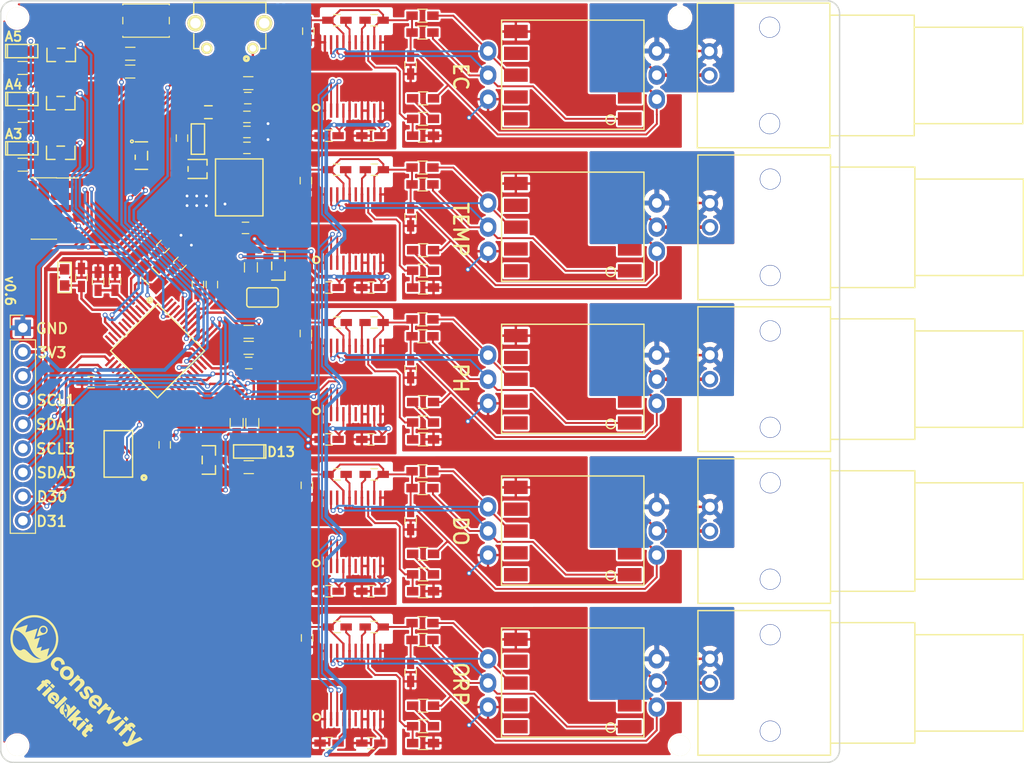
<source format=kicad_pcb>
(kicad_pcb (version 4) (host pcbnew 4.0.7-e2-6376~58~ubuntu16.04.1)
  (layers (0 F.Cu signal) (31 B.Cu signal) (34 B.Paste user) (35 F.Paste user) (36 B.SilkS user) (37 F.SilkS user) (38 B.Mask user) (39 F.Mask user) (44 Edge.Cuts user))
  (net 0 "")
  (net 1 GND)
  (net 2 +3V3)
  (net 3 /isolated_atlas0/ISO_GND)
  (net 4 /isolated_atlas1/ISO_GND)
  (net 5 /isolated_atlas2/ISO_GND)
  (net 6 /isolated_atlas3/ISO_GND)
  (net 7 /isolated_atlas4/ISO_GND)
  (net 8 /isolated_atlas0/ISO_VCC)
  (net 9 /isolated_atlas1/ISO_VCC)
  (net 10 /isolated_atlas2/ISO_VCC)
  (net 11 /isolated_atlas3/ISO_VCC)
  (net 12 /isolated_atlas4/ISO_VCC)
  (net 13 /isolated_atlas0/ISO_SCL)
  (net 14 /isolated_atlas0/ISO_SDA)
  (net 15 /isolated_atlas1/ISO_SCL)
  (net 16 /isolated_atlas1/ISO_SDA)
  (net 17 /isolated_atlas2/ISO_SCL)
  (net 18 /isolated_atlas2/ISO_SDA)
  (net 19 /isolated_atlas3/ISO_SCL)
  (net 20 /isolated_atlas3/ISO_SDA)
  (net 21 /isolated_atlas4/ISO_SCL)
  (net 22 /isolated_atlas4/ISO_SDA)
  (net 23 "Net-(J201-Pad2)")
  (net 24 "Net-(J301-Pad2)")
  (net 25 "Net-(J401-Pad2)")
  (net 26 "Net-(J501-Pad2)")
  (net 27 "Net-(J601-Pad2)")
  (net 28 "Net-(R201-Pad1)")
  (net 29 "Net-(R202-Pad2)")
  (net 30 "Net-(R301-Pad1)")
  (net 31 "Net-(R302-Pad2)")
  (net 32 "Net-(R401-Pad1)")
  (net 33 "Net-(R402-Pad2)")
  (net 34 "Net-(R501-Pad1)")
  (net 35 "Net-(R502-Pad2)")
  (net 36 "Net-(R601-Pad1)")
  (net 37 "Net-(R602-Pad2)")
  (net 38 "Net-(U201-Pad6)")
  (net 39 "Net-(U201-Pad15)")
  (net 40 "Net-(U301-Pad6)")
  (net 41 "Net-(U301-Pad15)")
  (net 42 "Net-(U401-Pad6)")
  (net 43 "Net-(U401-Pad15)")
  (net 44 "Net-(U501-Pad6)")
  (net 45 "Net-(U501-Pad15)")
  (net 46 "Net-(U601-Pad6)")
  (net 47 "Net-(U601-Pad15)")
  (net 48 AREF)
  (net 49 "Net-(C3-Pad2)")
  (net 50 "Net-(C4-Pad2)")
  (net 51 "Net-(C6-Pad1)")
  (net 52 "Net-(C7-Pad1)")
  (net 53 5V0)
  (net 54 "Net-(C13-Pad1)")
  (net 55 "Net-(D1-Pad1)")
  (net 56 "Net-(D2-Pad1)")
  (net 57 "Net-(D3-Pad1)")
  (net 58 /USB+)
  (net 59 /USB-)
  (net 60 VUSB)
  (net 61 "Net-(F1-Pad1)")
  (net 62 /SWDIO)
  (net 63 /SWCLK)
  (net 64 "Net-(J1-Pad6)")
  (net 65 /RST)
  (net 66 "Net-(J2-Pad4)")
  (net 67 "Net-(J2-Pad7)")
  (net 68 "Net-(J2-Pad8)")
  (net 69 "Net-(J2-Pad9)")
  (net 70 /A3)
  (net 71 "Net-(Q1-Pad3)")
  (net 72 /A4)
  (net 73 "Net-(Q2-Pad3)")
  (net 74 /A5)
  (net 75 "Net-(Q3-Pad3)")
  (net 76 /RESET)
  (net 77 /USB_ID)
  (net 78 /A0)
  (net 79 /A1)
  (net 80 /A2)
  (net 81 /D8)
  (net 82 /D9)
  (net 83 /D1)
  (net 84 /D0)
  (net 85 /MOSI)
  (net 86 /SCK)
  (net 87 /MISO)
  (net 88 /ATN)
  (net 89 /D2)
  (net 90 /D11)
  (net 91 /D13)
  (net 92 /D10)
  (net 93 /D6)
  (net 94 /D7)
  (net 95 /D30)
  (net 96 /D31)
  (net 97 /TX_LED)
  (net 98 /RX_LED)
  (net 99 "Net-(J1-Pad3)")
  (net 100 "Net-(J1-Pad4)")
  (net 101 "Net-(D4-Pad1)")
  (net 102 "Net-(Q4-Pad3)")
  (net 103 /isolated_atlas0/EC_PGND)
  (net 104 /isolated_atlas1/RTD_PGND)
  (net 105 /isolated_atlas2/PH_PGND)
  (net 106 /isolated_atlas3/DO_PGND)
  (net 107 /isolated_atlas4/ORP_PGND)
  (net 108 /SCL1)
  (net 109 /SDA1)
  (net 110 /SCL3)
  (net 111 /SDA3)
  (net 112 /FLASH_CS)
  (net 113 VBUS)
  (net 114 VIN)
  (net 115 /PERIPH_GND)
  (net 116 /PERIPH_EN)
  (module RocketScreamKicadLibrary:SOT-23 (layer F.Cu) (at 122.0724 68.2936 180)
    (fp_text reference Q2 hide)
    (fp_text value 2N7002LT1G)
    (pad 1 smd rect (at -0.95 1.15 180) (size 0.65 1.05) (layers F.Cu F.Paste F.Mask) (net 72 /A4))
    (pad 2 smd rect (at 0.95 1.15 180) (size 0.65 1.05) (layers F.Cu F.Paste F.Mask) (net 1 GND))
    (pad 3 smd rect (at 0 -1.15 180) (size 0.65 1.05) (layers F.Cu F.Paste F.Mask) (net 73 "Net-(Q2-Pad3)"))
  )
  (module Resistors_SMD:R_0603_HandSoldering (layer F.Cu) (at 142.113 85.4964 270)
    (fp_text reference R12 hide)
    (fp_text value 10K)
    (pad 1 smd rect (at -1.1 0 270) (size 1.2 0.9) (layers F.Cu F.Paste F.Mask) (net 116 /PERIPH_EN))
    (pad 2 smd rect (at 1.1 0 270) (size 1.2 0.9) (layers F.Cu F.Paste F.Mask) (net 1 GND))
  )
  (module Capacitors_SMD:C_0603_HandSoldering (layer F.Cu) (at 151.196 123.3932 180)
    (fp_text reference C603 hide)
    (fp_text value 0.1uF)
    (pad 1 smd rect (at -0.95 0 180) (size 1.2 0.75) (layers F.Cu F.Paste F.Mask) (net 7 /isolated_atlas4/ISO_GND))
    (pad 2 smd rect (at 0.95 0 180) (size 1.2 0.75) (layers F.Cu F.Paste F.Mask) (net 12 /isolated_atlas4/ISO_VCC))
  )
  (module RocketScreamKicadLibrary:MICRO-USB (layer F.Cu) (at 139.8905 60.8965 180)
    (fp_text reference J2 hide)
    (fp_text value MICRO-USB hide)
    (pad 1 smd rect (at -1.3 -1.45 180) (size 0.4 1.35) (layers F.Cu F.Paste F.Mask) (net 60 VUSB))
    (pad 2 smd rect (at -0.65 -1.45 180) (size 0.4 1.35) (layers F.Cu F.Paste F.Mask) (net 59 /USB-))
    (pad 3 smd rect (at 0 -1.45 180) (size 0.4 1.35) (layers F.Cu F.Paste F.Mask) (net 58 /USB+))
    (pad 4 smd rect (at 0.65 -1.45 180) (size 0.4 1.35) (layers F.Cu F.Paste F.Mask) (net 66 "Net-(J2-Pad4)"))
    (pad 5 smd rect (at 1.3 -1.45 180) (size 0.4 1.35) (layers F.Cu F.Paste F.Mask) (net 1 GND))
    (pad 6 thru_hole circle (at -2.425 -1.525 180) (size 1.2 1.2) (drill 0.7) (layers *.Cu *.Mask F.SilkS) (net 54 "Net-(C13-Pad1)"))
    (pad 7 thru_hole circle (at 2.425 -1.525 180) (size 1.2 1.2) (drill 0.7) (layers *.Cu *.Mask F.SilkS) (net 67 "Net-(J2-Pad7)"))
    (pad 8 thru_hole oval (at -3.625 1.125 180) (size 1.7 1.7) (drill oval 1.1) (layers *.Cu *.Mask F.SilkS) (net 68 "Net-(J2-Pad8)"))
    (pad 9 thru_hole oval (at 3.625 1.125 180) (size 1.7 1.7) (drill oval 1.1) (layers *.Cu *.Mask F.SilkS) (net 69 "Net-(J2-Pad9)"))
  )
  (module Resistors_SMD:R_0603_HandSoldering (layer F.Cu) (at 160.2535 71.628)
    (fp_text reference R201 hide)
    (fp_text value 1.5K)
    (pad 1 smd rect (at -1.1 0) (size 1.2 0.9) (layers F.Cu F.Paste F.Mask) (net 28 "Net-(R201-Pad1)"))
    (pad 2 smd rect (at 1.1 0) (size 1.2 0.9) (layers F.Cu F.Paste F.Mask) (net 3 /isolated_atlas0/ISO_GND))
  )
  (module Resistors_SMD:R_0603_HandSoldering (layer F.Cu) (at 140.608469 101.924303 90)
    (fp_text reference R4 hide)
    (fp_text value 4.7K)
    (pad 1 smd rect (at -1.1 0 90) (size 1.2 0.9) (layers F.Cu F.Paste F.Mask) (net 2 +3V3))
    (pad 2 smd rect (at 1.1 0 90) (size 1.2 0.9) (layers F.Cu F.Paste F.Mask) (net 108 /SCL1))
  )
  (module Resistors_SMD:R_0603_HandSoldering (layer F.Cu) (at 142.262283 101.924303 90)
    (fp_text reference R5 hide)
    (fp_text value 4.7K)
    (pad 1 smd rect (at -1.1 0 90) (size 1.2 0.9) (layers F.Cu F.Paste F.Mask) (net 2 +3V3))
    (pad 2 smd rect (at 1.1 0 90) (size 1.2 0.9) (layers F.Cu F.Paste F.Mask) (net 109 /SDA1))
  )
  (module Resistors_SMD:R_0603_HandSoldering (layer F.Cu) (at 160.2535 69.85)
    (fp_text reference R202 hide)
    (fp_text value 1.5K)
    (pad 1 smd rect (at -1.1 0) (size 1.2 0.9) (layers F.Cu F.Paste F.Mask) (net 28 "Net-(R201-Pad1)"))
    (pad 2 smd rect (at 1.1 0) (size 1.2 0.9) (layers F.Cu F.Paste F.Mask) (net 29 "Net-(R202-Pad2)"))
  )
  (module Resistors_SMD:R_0603_HandSoldering (layer F.Cu) (at 160.19 58.983836 180)
    (fp_text reference R203 hide)
    (fp_text value 4.7K)
    (pad 1 smd rect (at -1.1 0 180) (size 1.2 0.9) (layers F.Cu F.Paste F.Mask) (net 13 /isolated_atlas0/ISO_SCL))
    (pad 2 smd rect (at 1.1 0 180) (size 1.2 0.9) (layers F.Cu F.Paste F.Mask) (net 8 /isolated_atlas0/ISO_VCC))
  )
  (module Resistors_SMD:R_0603_HandSoldering (layer F.Cu) (at 160.2535 67.691)
    (fp_text reference R204 hide)
    (fp_text value 1.5K)
    (pad 1 smd rect (at -1.1 0) (size 1.2 0.9) (layers F.Cu F.Paste F.Mask) (net 29 "Net-(R202-Pad2)"))
    (pad 2 smd rect (at 1.1 0) (size 1.2 0.9) (layers F.Cu F.Paste F.Mask) (net 8 /isolated_atlas0/ISO_VCC))
  )
  (module Resistors_SMD:R_0603_HandSoldering (layer F.Cu) (at 160.19 60.761836 180)
    (fp_text reference R205 hide)
    (fp_text value 4.7K)
    (pad 1 smd rect (at -1.1 0 180) (size 1.2 0.9) (layers F.Cu F.Paste F.Mask) (net 14 /isolated_atlas0/ISO_SDA))
    (pad 2 smd rect (at 1.1 0 180) (size 1.2 0.9) (layers F.Cu F.Paste F.Mask) (net 8 /isolated_atlas0/ISO_VCC))
  )
  (module Resistors_SMD:R_0603_HandSoldering (layer F.Cu) (at 160.2535 87.628)
    (fp_text reference R301 hide)
    (fp_text value 1.5K)
    (pad 1 smd rect (at -1.1 0) (size 1.2 0.9) (layers F.Cu F.Paste F.Mask) (net 30 "Net-(R301-Pad1)"))
    (pad 2 smd rect (at 1.1 0) (size 1.2 0.9) (layers F.Cu F.Paste F.Mask) (net 4 /isolated_atlas1/ISO_GND))
  )
  (module Resistors_SMD:R_0603_HandSoldering (layer F.Cu) (at 160.2535 85.85)
    (fp_text reference R302 hide)
    (fp_text value 1.5K)
    (pad 1 smd rect (at -1.1 0) (size 1.2 0.9) (layers F.Cu F.Paste F.Mask) (net 30 "Net-(R301-Pad1)"))
    (pad 2 smd rect (at 1.1 0) (size 1.2 0.9) (layers F.Cu F.Paste F.Mask) (net 31 "Net-(R302-Pad2)"))
  )
  (module Resistors_SMD:R_0603_HandSoldering (layer F.Cu) (at 160.19 74.983836 180)
    (fp_text reference R303 hide)
    (fp_text value 4.7K)
    (pad 1 smd rect (at -1.1 0 180) (size 1.2 0.9) (layers F.Cu F.Paste F.Mask) (net 15 /isolated_atlas1/ISO_SCL))
    (pad 2 smd rect (at 1.1 0 180) (size 1.2 0.9) (layers F.Cu F.Paste F.Mask) (net 9 /isolated_atlas1/ISO_VCC))
  )
  (module Resistors_SMD:R_0603_HandSoldering (layer F.Cu) (at 160.2535 83.691)
    (fp_text reference R304 hide)
    (fp_text value 1.5K)
    (pad 1 smd rect (at -1.1 0) (size 1.2 0.9) (layers F.Cu F.Paste F.Mask) (net 31 "Net-(R302-Pad2)"))
    (pad 2 smd rect (at 1.1 0) (size 1.2 0.9) (layers F.Cu F.Paste F.Mask) (net 9 /isolated_atlas1/ISO_VCC))
  )
  (module Resistors_SMD:R_0603_HandSoldering (layer F.Cu) (at 160.19 76.761836 180)
    (fp_text reference R305 hide)
    (fp_text value 4.7K)
    (pad 1 smd rect (at -1.1 0 180) (size 1.2 0.9) (layers F.Cu F.Paste F.Mask) (net 16 /isolated_atlas1/ISO_SDA))
    (pad 2 smd rect (at 1.1 0 180) (size 1.2 0.9) (layers F.Cu F.Paste F.Mask) (net 9 /isolated_atlas1/ISO_VCC))
  )
  (module Resistors_SMD:R_0603_HandSoldering (layer F.Cu) (at 160.2535 103.628)
    (fp_text reference R401 hide)
    (fp_text value 1.5K)
    (pad 1 smd rect (at -1.1 0) (size 1.2 0.9) (layers F.Cu F.Paste F.Mask) (net 32 "Net-(R401-Pad1)"))
    (pad 2 smd rect (at 1.1 0) (size 1.2 0.9) (layers F.Cu F.Paste F.Mask) (net 5 /isolated_atlas2/ISO_GND))
  )
  (module Resistors_SMD:R_0603_HandSoldering (layer F.Cu) (at 160.2535 101.85)
    (fp_text reference R402 hide)
    (fp_text value 1.5K)
    (pad 1 smd rect (at -1.1 0) (size 1.2 0.9) (layers F.Cu F.Paste F.Mask) (net 32 "Net-(R401-Pad1)"))
    (pad 2 smd rect (at 1.1 0) (size 1.2 0.9) (layers F.Cu F.Paste F.Mask) (net 33 "Net-(R402-Pad2)"))
  )
  (module Resistors_SMD:R_0603_HandSoldering (layer F.Cu) (at 160.19 90.983836 180)
    (fp_text reference R403 hide)
    (fp_text value 4.7K)
    (pad 1 smd rect (at -1.1 0 180) (size 1.2 0.9) (layers F.Cu F.Paste F.Mask) (net 17 /isolated_atlas2/ISO_SCL))
    (pad 2 smd rect (at 1.1 0 180) (size 1.2 0.9) (layers F.Cu F.Paste F.Mask) (net 10 /isolated_atlas2/ISO_VCC))
  )
  (module Resistors_SMD:R_0603_HandSoldering (layer F.Cu) (at 160.2535 99.691)
    (fp_text reference R404 hide)
    (fp_text value 1.5K)
    (pad 1 smd rect (at -1.1 0) (size 1.2 0.9) (layers F.Cu F.Paste F.Mask) (net 33 "Net-(R402-Pad2)"))
    (pad 2 smd rect (at 1.1 0) (size 1.2 0.9) (layers F.Cu F.Paste F.Mask) (net 10 /isolated_atlas2/ISO_VCC))
  )
  (module Resistors_SMD:R_0603_HandSoldering (layer F.Cu) (at 160.19 92.761836 180)
    (fp_text reference R405 hide)
    (fp_text value 4.7K)
    (pad 1 smd rect (at -1.1 0 180) (size 1.2 0.9) (layers F.Cu F.Paste F.Mask) (net 18 /isolated_atlas2/ISO_SDA))
    (pad 2 smd rect (at 1.1 0 180) (size 1.2 0.9) (layers F.Cu F.Paste F.Mask) (net 10 /isolated_atlas2/ISO_VCC))
  )
  (module Resistors_SMD:R_0603_HandSoldering (layer F.Cu) (at 160.2535 119.628)
    (fp_text reference R501 hide)
    (fp_text value 1.5K)
    (pad 1 smd rect (at -1.1 0) (size 1.2 0.9) (layers F.Cu F.Paste F.Mask) (net 34 "Net-(R501-Pad1)"))
    (pad 2 smd rect (at 1.1 0) (size 1.2 0.9) (layers F.Cu F.Paste F.Mask) (net 6 /isolated_atlas3/ISO_GND))
  )
  (module Resistors_SMD:R_0603_HandSoldering (layer F.Cu) (at 160.2535 117.85)
    (fp_text reference R502 hide)
    (fp_text value 1.5K)
    (pad 1 smd rect (at -1.1 0) (size 1.2 0.9) (layers F.Cu F.Paste F.Mask) (net 34 "Net-(R501-Pad1)"))
    (pad 2 smd rect (at 1.1 0) (size 1.2 0.9) (layers F.Cu F.Paste F.Mask) (net 35 "Net-(R502-Pad2)"))
  )
  (module Resistors_SMD:R_0603_HandSoldering (layer F.Cu) (at 160.19 106.983836 180)
    (fp_text reference R503 hide)
    (fp_text value 4.7K)
    (pad 1 smd rect (at -1.1 0 180) (size 1.2 0.9) (layers F.Cu F.Paste F.Mask) (net 19 /isolated_atlas3/ISO_SCL))
    (pad 2 smd rect (at 1.1 0 180) (size 1.2 0.9) (layers F.Cu F.Paste F.Mask) (net 11 /isolated_atlas3/ISO_VCC))
  )
  (module Resistors_SMD:R_0603_HandSoldering (layer F.Cu) (at 160.2535 115.691)
    (fp_text reference R504 hide)
    (fp_text value 1.5K)
    (pad 1 smd rect (at -1.1 0) (size 1.2 0.9) (layers F.Cu F.Paste F.Mask) (net 35 "Net-(R502-Pad2)"))
    (pad 2 smd rect (at 1.1 0) (size 1.2 0.9) (layers F.Cu F.Paste F.Mask) (net 11 /isolated_atlas3/ISO_VCC))
  )
  (module Resistors_SMD:R_0603_HandSoldering (layer F.Cu) (at 160.19 108.761836 180)
    (fp_text reference R505 hide)
    (fp_text value 4.7K)
    (pad 1 smd rect (at -1.1 0 180) (size 1.2 0.9) (layers F.Cu F.Paste F.Mask) (net 20 /isolated_atlas3/ISO_SDA))
    (pad 2 smd rect (at 1.1 0 180) (size 1.2 0.9) (layers F.Cu F.Paste F.Mask) (net 11 /isolated_atlas3/ISO_VCC))
  )
  (module Resistors_SMD:R_0603_HandSoldering (layer F.Cu) (at 160.2535 135.628)
    (fp_text reference R601 hide)
    (fp_text value 1.5K)
    (pad 1 smd rect (at -1.1 0) (size 1.2 0.9) (layers F.Cu F.Paste F.Mask) (net 36 "Net-(R601-Pad1)"))
    (pad 2 smd rect (at 1.1 0) (size 1.2 0.9) (layers F.Cu F.Paste F.Mask) (net 7 /isolated_atlas4/ISO_GND))
  )
  (module Resistors_SMD:R_0603_HandSoldering (layer F.Cu) (at 160.2535 133.85)
    (fp_text reference R602 hide)
    (fp_text value 1.5K)
    (pad 1 smd rect (at -1.1 0) (size 1.2 0.9) (layers F.Cu F.Paste F.Mask) (net 36 "Net-(R601-Pad1)"))
    (pad 2 smd rect (at 1.1 0) (size 1.2 0.9) (layers F.Cu F.Paste F.Mask) (net 37 "Net-(R602-Pad2)"))
  )
  (module Resistors_SMD:R_0603_HandSoldering (layer F.Cu) (at 160.19 122.983836 180)
    (fp_text reference R603 hide)
    (fp_text value 4.7K)
    (pad 1 smd rect (at -1.1 0 180) (size 1.2 0.9) (layers F.Cu F.Paste F.Mask) (net 21 /isolated_atlas4/ISO_SCL))
    (pad 2 smd rect (at 1.1 0 180) (size 1.2 0.9) (layers F.Cu F.Paste F.Mask) (net 12 /isolated_atlas4/ISO_VCC))
  )
  (module Resistors_SMD:R_0603_HandSoldering (layer F.Cu) (at 160.2535 131.691)
    (fp_text reference R604 hide)
    (fp_text value 1.5K)
    (pad 1 smd rect (at -1.1 0) (size 1.2 0.9) (layers F.Cu F.Paste F.Mask) (net 37 "Net-(R602-Pad2)"))
    (pad 2 smd rect (at 1.1 0) (size 1.2 0.9) (layers F.Cu F.Paste F.Mask) (net 12 /isolated_atlas4/ISO_VCC))
  )
  (module Resistors_SMD:R_0603_HandSoldering (layer F.Cu) (at 160.19 124.761836 180)
    (fp_text reference R605 hide)
    (fp_text value 4.7K)
    (pad 1 smd rect (at -1.1 0 180) (size 1.2 0.9) (layers F.Cu F.Paste F.Mask) (net 22 /isolated_atlas4/ISO_SDA))
    (pad 2 smd rect (at 1.1 0 180) (size 1.2 0.9) (layers F.Cu F.Paste F.Mask) (net 12 /isolated_atlas4/ISO_VCC))
  )
  (module conservify:conservify_text_negative_4000 (layer F.Cu) (at 123.9012 129.286 315)
    (fp_text reference G*** hide)
    (fp_text value LOGO hide)
  )
  (module conservify:fk_negative_2500 (layer F.Cu) (at 122.5804 131.8768 315)
    (fp_text reference G*** hide)
    (fp_text value LOGO hide)
  )
  (module RocketScreamKicadLibrary:SOT-143B (layer F.Cu) (at 130.572 73.726 270)
    (fp_text reference D5 hide)
    (fp_text value PRTR5V0U2X hide)
    (pad 1 smd rect (at -0.75 1 270) (size 1 0.7) (layers F.Cu F.Paste F.Mask) (net 1 GND))
    (pad 2 smd rect (at 0.95 1 270) (size 0.6 0.7) (layers F.Cu F.Paste F.Mask) (net 58 /USB+))
    (pad 3 smd rect (at 0.95 -1 270) (size 0.6 0.7) (layers F.Cu F.Paste F.Mask) (net 59 /USB-))
    (pad 4 smd rect (at -0.95 -1 270) (size 0.6 0.7) (layers F.Cu F.Paste F.Mask) (net 60 VUSB))
  )
  (module RocketScreamKicadLibrary:MF-PSMF020X (layer F.Cu) (at 137.6299 69.1515)
    (fp_text reference F1 hide)
    (fp_text value MF-PSMF050X-2)
    (pad 1 smd rect (at -1.1 0) (size 1 1.5) (layers F.Cu F.Paste F.Mask) (net 61 "Net-(F1-Pad1)"))
    (pad 2 smd rect (at 1.1 0) (size 1 1.5) (layers F.Cu F.Paste F.Mask) (net 60 VUSB))
  )
  (module Socket_Strips:Socket_Strip_Straight_2x05_Pitch1.27mm_SMD (layer F.Cu) (at 120.2944 79.2988)
    (fp_text reference J1 hide)
    (fp_text value CONN-HDR-2x5 hide)
    (pad 1 smd rect (at 1.8 -2.54) (size 2.1 0.75) (layers F.Cu F.Paste F.Mask) (net 1 GND))
    (pad 2 smd rect (at -1.8 -2.54) (size 2.1 0.75) (layers F.Cu F.Paste F.Mask) (net 65 /RST))
    (pad 3 smd rect (at 1.8 -1.27) (size 2.1 0.75) (layers F.Cu F.Paste F.Mask) (net 99 "Net-(J1-Pad3)"))
    (pad 4 smd rect (at -1.8 -1.27) (size 2.1 0.75) (layers F.Cu F.Paste F.Mask) (net 100 "Net-(J1-Pad4)"))
    (pad 5 smd rect (at 1.8 0) (size 2.1 0.75) (layers F.Cu F.Paste F.Mask) (net 1 GND))
    (pad 6 smd rect (at -1.8 0) (size 2.1 0.75) (layers F.Cu F.Paste F.Mask) (net 64 "Net-(J1-Pad6)"))
    (pad 7 smd rect (at 1.8 1.27) (size 2.1 0.75) (layers F.Cu F.Paste F.Mask) (net 1 GND))
    (pad 8 smd rect (at -1.8 1.27) (size 2.1 0.75) (layers F.Cu F.Paste F.Mask) (net 63 /SWCLK))
    (pad 9 smd rect (at 1.8 2.54) (size 2.1 0.75) (layers F.Cu F.Paste F.Mask) (net 2 +3V3))
    (pad 10 smd rect (at -1.8 2.54) (size 2.1 0.75) (layers F.Cu F.Paste F.Mask) (net 62 /SWDIO))
  )
  (module RocketScreamKicadLibrary:IND-0603 (layer F.Cu) (at 122.4788 86.5632 90)
    (fp_text reference L1 hide)
    (fp_text value BLM18KG221SN1D)
    (pad 1 smd rect (at -0.85 0 90) (size 1.1 1) (layers F.Cu F.Paste F.Mask) (net 52 "Net-(C7-Pad1)"))
    (pad 2 smd rect (at 0.85 0 90) (size 1.1 1) (layers F.Cu F.Paste F.Mask) (net 2 +3V3))
  )
  (module RocketScreamKicadLibrary:IND-0603 (layer F.Cu) (at 136.525 71.9836 90)
    (fp_text reference L2 hide)
    (fp_text value BLM18KG221SN1D)
    (pad 1 smd rect (at -0.85 0 90) (size 1.1 1) (layers F.Cu F.Paste F.Mask) (net 53 5V0))
    (pad 2 smd rect (at 0.85 0 90) (size 1.1 1) (layers F.Cu F.Paste F.Mask) (net 61 "Net-(F1-Pad1)"))
  )
  (module RocketScreamKicadLibrary:SOT-23 (layer F.Cu) (at 122.0724 73.526 180)
    (fp_text reference Q1 hide)
    (fp_text value 2N7002LT1G)
    (pad 1 smd rect (at -0.95 1.15 180) (size 0.65 1.05) (layers F.Cu F.Paste F.Mask) (net 70 /A3))
    (pad 2 smd rect (at 0.95 1.15 180) (size 0.65 1.05) (layers F.Cu F.Paste F.Mask) (net 1 GND))
    (pad 3 smd rect (at 0 -1.15 180) (size 0.65 1.05) (layers F.Cu F.Paste F.Mask) (net 71 "Net-(Q1-Pad3)"))
  )
  (module RocketScreamKicadLibrary:SOT-23 (layer F.Cu) (at 122.1232 63.2136 180)
    (fp_text reference Q3 hide)
    (fp_text value 2N7002LT1G)
    (pad 1 smd rect (at -0.95 1.15 180) (size 0.65 1.05) (layers F.Cu F.Paste F.Mask) (net 74 /A5))
    (pad 2 smd rect (at 0.95 1.15 180) (size 0.65 1.05) (layers F.Cu F.Paste F.Mask) (net 1 GND))
    (pad 3 smd rect (at 0 -1.15 180) (size 0.65 1.05) (layers F.Cu F.Paste F.Mask) (net 75 "Net-(Q3-Pad3)"))
  )
  (module conservify:SW_SPST_WURTH_1 (layer F.Cu) (at 131.064 59.4995)
    (fp_text reference SW1 hide)
    (fp_text value SPNO hide)
    (pad 1 smd rect (at 2.58 -1) (size 1.45 0.7) (layers F.Cu F.Paste F.Mask) (net 1 GND))
    (pad 1 smd rect (at -2.58 -1) (size 1.45 0.7) (layers F.Cu F.Paste F.Mask) (net 1 GND))
    (pad 2 smd rect (at -2.58 1) (size 1.45 0.7) (layers F.Cu F.Paste F.Mask) (net 65 /RST))
    (pad 2 smd rect (at 2.58 1) (size 1.45 0.7) (layers F.Cu F.Paste F.Mask) (net 65 /RST))
  )
  (module RocketScreamKicadLibrary:TQFP-48_7x7mm_Pitch0.5mm (layer F.Cu) (at 132.2705 94.2975 315)
    (fp_text reference U2 hide)
    (fp_text value ATSAMD21G18A-AU hide)
    (pad 1 smd rect (at -4.35 -2.75 315) (size 1.3 0.25) (layers F.Cu F.Paste F.Mask) (net 50 "Net-(C4-Pad2)"))
    (pad 2 smd rect (at -4.35 -2.25 315) (size 1.3 0.25) (layers F.Cu F.Paste F.Mask) (net 49 "Net-(C3-Pad2)"))
    (pad 3 smd rect (at -4.35 -1.75 315) (size 1.3 0.25) (layers F.Cu F.Paste F.Mask) (net 78 /A0))
    (pad 4 smd rect (at -4.35 -1.25 315) (size 1.3 0.25) (layers F.Cu F.Paste F.Mask) (net 48 AREF))
    (pad 5 smd rect (at -4.35 -0.75 315) (size 1.3 0.25) (layers F.Cu F.Paste F.Mask) (net 1 GND))
    (pad 6 smd rect (at -4.35 -0.25 315) (size 1.3 0.25) (layers F.Cu F.Paste F.Mask) (net 52 "Net-(C7-Pad1)"))
    (pad 7 smd rect (at -4.35 0.25 315) (size 1.3 0.25) (layers F.Cu F.Paste F.Mask) (net 79 /A1))
    (pad 8 smd rect (at -4.35 0.75 315) (size 1.3 0.25) (layers F.Cu F.Paste F.Mask) (net 80 /A2))
    (pad 9 smd rect (at -4.35 1.25 315) (size 1.3 0.25) (layers F.Cu F.Paste F.Mask) (net 70 /A3))
    (pad 10 smd rect (at -4.35 1.75 315) (size 1.3 0.25) (layers F.Cu F.Paste F.Mask) (net 72 /A4))
    (pad 11 smd rect (at -4.35 2.25 315) (size 1.3 0.25) (layers F.Cu F.Paste F.Mask) (net 81 /D8))
    (pad 12 smd rect (at -4.35 2.75 315) (size 1.3 0.25) (layers F.Cu F.Paste F.Mask) (net 82 /D9))
    (pad 13 smd rect (at -2.75 4.35 45) (size 1.3 0.25) (layers F.Cu F.Paste F.Mask) (net 111 /SDA3))
    (pad 14 smd rect (at -2.25 4.35 45) (size 1.3 0.25) (layers F.Cu F.Paste F.Mask) (net 110 /SCL3))
    (pad 15 smd rect (at -1.75 4.35 45) (size 1.3 0.25) (layers F.Cu F.Paste F.Mask) (net 83 /D1))
    (pad 16 smd rect (at -1.25 4.35 45) (size 1.3 0.25) (layers F.Cu F.Paste F.Mask) (net 84 /D0))
    (pad 17 smd rect (at -0.75 4.35 45) (size 1.3 0.25) (layers F.Cu F.Paste F.Mask) (net 2 +3V3))
    (pad 18 smd rect (at -0.25 4.35 45) (size 1.3 0.25) (layers F.Cu F.Paste F.Mask) (net 1 GND))
    (pad 19 smd rect (at 0.25 4.35 45) (size 1.3 0.25) (layers F.Cu F.Paste F.Mask) (net 85 /MOSI))
    (pad 20 smd rect (at 0.75 4.35 45) (size 1.3 0.25) (layers F.Cu F.Paste F.Mask) (net 86 /SCK))
    (pad 21 smd rect (at 1.25 4.35 45) (size 1.3 0.25) (layers F.Cu F.Paste F.Mask) (net 87 /MISO))
    (pad 22 smd rect (at 1.75 4.35 45) (size 1.3 0.25) (layers F.Cu F.Paste F.Mask) (net 88 /ATN))
    (pad 23 smd rect (at 2.25 4.35 45) (size 1.3 0.25) (layers F.Cu F.Paste F.Mask) (net 89 /D2))
    (pad 24 smd rect (at 2.75 4.35 45) (size 1.3 0.25) (layers F.Cu F.Paste F.Mask) (net 112 /FLASH_CS))
    (pad 25 smd rect (at 4.35 2.75 315) (size 1.3 0.25) (layers F.Cu F.Paste F.Mask) (net 90 /D11))
    (pad 26 smd rect (at 4.35 2.25 315) (size 1.3 0.25) (layers F.Cu F.Paste F.Mask) (net 91 /D13))
    (pad 27 smd rect (at 4.35 1.75 315) (size 1.3 0.25) (layers F.Cu F.Paste F.Mask) (net 92 /D10))
    (pad 28 smd rect (at 4.35 1.25 315) (size 1.3 0.25) (layers F.Cu F.Paste F.Mask) (net 116 /PERIPH_EN))
    (pad 29 smd rect (at 4.35 0.75 315) (size 1.3 0.25) (layers F.Cu F.Paste F.Mask) (net 93 /D6))
    (pad 30 smd rect (at 4.35 0.25 315) (size 1.3 0.25) (layers F.Cu F.Paste F.Mask) (net 94 /D7))
    (pad 31 smd rect (at 4.35 -0.25 315) (size 1.3 0.25) (layers F.Cu F.Paste F.Mask) (net 109 /SDA1))
    (pad 32 smd rect (at 4.35 -0.75 315) (size 1.3 0.25) (layers F.Cu F.Paste F.Mask) (net 108 /SCL1))
    (pad 33 smd rect (at 4.35 -1.25 315) (size 1.3 0.25) (layers F.Cu F.Paste F.Mask) (net 59 /USB-))
    (pad 34 smd rect (at 4.35 -1.75 315) (size 1.3 0.25) (layers F.Cu F.Paste F.Mask) (net 58 /USB+))
    (pad 35 smd rect (at 4.35 -2.25 315) (size 1.3 0.25) (layers F.Cu F.Paste F.Mask) (net 1 GND))
    (pad 36 smd rect (at 4.35 -2.75 315) (size 1.3 0.25) (layers F.Cu F.Paste F.Mask) (net 2 +3V3))
    (pad 37 smd rect (at 2.75 -4.35 45) (size 1.3 0.25) (layers F.Cu F.Paste F.Mask) (net 95 /D30))
    (pad 38 smd rect (at 2.25 -4.35 45) (size 1.3 0.25) (layers F.Cu F.Paste F.Mask) (net 96 /D31))
    (pad 39 smd rect (at 1.75 -4.35 45) (size 1.3 0.25) (layers F.Cu F.Paste F.Mask) (net 97 /TX_LED))
    (pad 40 smd rect (at 1.25 -4.35 45) (size 1.3 0.25) (layers F.Cu F.Paste F.Mask) (net 76 /RESET))
    (pad 41 smd rect (at 0.75 -4.35 45) (size 1.3 0.25) (layers F.Cu F.Paste F.Mask) (net 77 /USB_ID))
    (pad 42 smd rect (at 0.25 -4.35 45) (size 1.3 0.25) (layers F.Cu F.Paste F.Mask) (net 1 GND))
    (pad 43 smd rect (at -0.25 -4.35 45) (size 1.3 0.25) (layers F.Cu F.Paste F.Mask) (net 51 "Net-(C6-Pad1)"))
    (pad 44 smd rect (at -0.75 -4.35 45) (size 1.3 0.25) (layers F.Cu F.Paste F.Mask) (net 2 +3V3))
    (pad 45 smd rect (at -1.25 -4.35 45) (size 1.3 0.25) (layers F.Cu F.Paste F.Mask) (net 63 /SWCLK))
    (pad 46 smd rect (at -1.75 -4.35 45) (size 1.3 0.25) (layers F.Cu F.Paste F.Mask) (net 62 /SWDIO))
    (pad 47 smd rect (at -2.25 -4.35 45) (size 1.3 0.25) (layers F.Cu F.Paste F.Mask) (net 74 /A5))
    (pad 48 smd rect (at -2.75 -4.35 45) (size 1.3 0.25) (layers F.Cu F.Paste F.Mask) (net 98 /RX_LED))
  )
  (module RocketScreamKicadLibrary:SOT-89 (layer F.Cu) (at 140.8811 77.0763)
    (fp_text reference U3 hide)
    (fp_text value MCP1700T-3302E/MB hide)
    (pad 1 smd rect (at -1.5 1.75) (size 0.8 1.2) (layers F.Cu F.Paste F.Mask) (net 1 GND))
    (pad 2 smd rect (at 0 1.1) (size 0.8 2.2) (drill (offset 0 0.15)) (layers F.Cu F.Paste F.Mask) (net 113 VBUS))
    (pad 3 smd rect (at 1.5 1.75) (size 0.8 1.2) (layers F.Cu F.Paste F.Mask) (net 2 +3V3))
    (pad 2 smd rect (at 0 0) (size 2 2.5) (drill (offset 0 -1.1)) (layers F.Cu F.Paste F.Mask) (net 113 VBUS))
  )
  (module RocketScreamKicadLibrary:ABS07 (layer F.Cu) (at 131.513617 86.428617 315)
    (fp_text reference Y1 hide)
    (fp_text value FC-135 hide)
    (pad 1 smd rect (at -1.25 0 315) (size 1.1 1.9) (layers F.Cu F.Paste F.Mask) (net 49 "Net-(C3-Pad2)"))
    (pad 2 smd rect (at 1.25 0 315) (size 1.1 1.9) (layers F.Cu F.Paste F.Mask) (net 50 "Net-(C4-Pad2)"))
  )
  (module RocketScreamKicadLibrary:SOT-23 (layer F.Cu) (at 137.778459 105.793393 270)
    (fp_text reference Q4 hide)
    (fp_text value 2N7002LT1G)
    (pad 1 smd rect (at -0.95 1.15 270) (size 0.65 1.05) (layers F.Cu F.Paste F.Mask) (net 91 /D13))
    (pad 2 smd rect (at 0.95 1.15 270) (size 0.65 1.05) (layers F.Cu F.Paste F.Mask) (net 1 GND))
    (pad 3 smd rect (at 0 -1.15 270) (size 0.65 1.05) (layers F.Cu F.Paste F.Mask) (net 102 "Net-(Q4-Pad3)"))
  )
  (module Capacitors_SMD:C_0603_HandSoldering (layer F.Cu) (at 126.0094 86.9696 90)
    (fp_text reference C1 hide)
    (fp_text value "4.7uF 10V X5R")
    (pad 1 smd rect (at -0.95 0 90) (size 1.2 0.75) (layers F.Cu F.Paste F.Mask) (net 48 AREF))
    (pad 2 smd rect (at 0.95 0 90) (size 1.2 0.75) (layers F.Cu F.Paste F.Mask) (net 1 GND))
  )
  (module Capacitors_SMD:C_0603_HandSoldering (layer F.Cu) (at 127.7874 86.9696 90)
    (fp_text reference C2 hide)
    (fp_text value 100nF)
    (pad 1 smd rect (at -0.95 0 90) (size 1.2 0.75) (layers F.Cu F.Paste F.Mask) (net 48 AREF))
    (pad 2 smd rect (at 0.95 0 90) (size 1.2 0.75) (layers F.Cu F.Paste F.Mask) (net 1 GND))
  )
  (module Capacitors_SMD:C_0603_HandSoldering (layer F.Cu) (at 132.842 83.312 225)
    (fp_text reference C3 hide)
    (fp_text value 18pF)
    (pad 1 smd rect (at -0.95 0 225) (size 1.2 0.75) (layers F.Cu F.Paste F.Mask) (net 1 GND))
    (pad 2 smd rect (at 0.95 0 225) (size 1.2 0.75) (layers F.Cu F.Paste F.Mask) (net 49 "Net-(C3-Pad2)"))
  )
  (module Capacitors_SMD:C_0603_HandSoldering (layer F.Cu) (at 134.62 85.09 225)
    (fp_text reference C4 hide)
    (fp_text value 18pF)
    (pad 1 smd rect (at -0.95 0 225) (size 1.2 0.75) (layers F.Cu F.Paste F.Mask) (net 1 GND))
    (pad 2 smd rect (at 0.95 0 225) (size 1.2 0.75) (layers F.Cu F.Paste F.Mask) (net 50 "Net-(C4-Pad2)"))
  )
  (module Capacitors_SMD:C_0603_HandSoldering (layer F.Cu) (at 136.525 87.315 90)
    (fp_text reference C5 hide)
    (fp_text value 100nF)
    (pad 1 smd rect (at -0.95 0 90) (size 1.2 0.75) (layers F.Cu F.Paste F.Mask) (net 2 +3V3))
    (pad 2 smd rect (at 0.95 0 90) (size 1.2 0.75) (layers F.Cu F.Paste F.Mask) (net 1 GND))
  )
  (module Capacitors_SMD:C_0603_HandSoldering (layer F.Cu) (at 137.9982 87.315 90)
    (fp_text reference C6 hide)
    (fp_text value "1uF 10V X5R")
    (pad 1 smd rect (at -0.95 0 90) (size 1.2 0.75) (layers F.Cu F.Paste F.Mask) (net 51 "Net-(C6-Pad1)"))
    (pad 2 smd rect (at 0.95 0 90) (size 1.2 0.75) (layers F.Cu F.Paste F.Mask) (net 1 GND))
  )
  (module Capacitors_SMD:C_0603_HandSoldering (layer F.Cu) (at 124.2568 86.5632 90)
    (fp_text reference C7 hide)
    (fp_text value 100nF)
    (pad 1 smd rect (at -0.95 0 90) (size 1.2 0.75) (layers F.Cu F.Paste F.Mask) (net 52 "Net-(C7-Pad1)"))
    (pad 2 smd rect (at 0.95 0 90) (size 1.2 0.75) (layers F.Cu F.Paste F.Mask) (net 1 GND))
  )
  (module Capacitors_SMD:C_0603_HandSoldering (layer F.Cu) (at 125.2728 97.5868 180)
    (fp_text reference C8 hide)
    (fp_text value 100nF)
    (pad 1 smd rect (at -0.95 0 180) (size 1.2 0.75) (layers F.Cu F.Paste F.Mask) (net 2 +3V3))
    (pad 2 smd rect (at 0.95 0 180) (size 1.2 0.75) (layers F.Cu F.Paste F.Mask) (net 1 GND))
  )
  (module Capacitors_SMD:C_0603_HandSoldering (layer F.Cu) (at 141.8844 95.5802)
    (fp_text reference C9 hide)
    (fp_text value 100nF)
    (pad 1 smd rect (at -0.95 0) (size 1.2 0.75) (layers F.Cu F.Paste F.Mask) (net 2 +3V3))
    (pad 2 smd rect (at 0.95 0) (size 1.2 0.75) (layers F.Cu F.Paste F.Mask) (net 1 GND))
  )
  (module Capacitors_SMD:C_0603_HandSoldering (layer F.Cu) (at 134.8486 71.882 90)
    (fp_text reference C10 hide)
    (fp_text value "4.7uF 10V X5R")
    (pad 1 smd rect (at -0.95 0 90) (size 1.2 0.75) (layers F.Cu F.Paste F.Mask) (net 53 5V0))
    (pad 2 smd rect (at 0.95 0 90) (size 1.2 0.75) (layers F.Cu F.Paste F.Mask) (net 1 GND))
  )
  (module Capacitors_SMD:C_0603_HandSoldering (layer F.Cu) (at 141.6914 69.6468 180)
    (fp_text reference C11 hide)
    (fp_text value "1uF 50V X5R")
    (pad 1 smd rect (at -0.95 0 180) (size 1.2 0.75) (layers F.Cu F.Paste F.Mask) (net 1 GND))
    (pad 2 smd rect (at 0.95 0 180) (size 1.2 0.75) (layers F.Cu F.Paste F.Mask) (net 113 VBUS))
  )
  (module Capacitors_SMD:C_0603_HandSoldering (layer F.Cu) (at 141.6939 72.9107)
    (fp_text reference C12 hide)
    (fp_text value "4.7uF 10V X5R")
    (pad 1 smd rect (at -0.95 0) (size 1.2 0.75) (layers F.Cu F.Paste F.Mask) (net 113 VBUS))
    (pad 2 smd rect (at 0.95 0) (size 1.2 0.75) (layers F.Cu F.Paste F.Mask) (net 1 GND))
  )
  (module Capacitors_SMD:C_0603_HandSoldering (layer F.Cu) (at 141.7828 67.6656)
    (fp_text reference C13 hide)
    (fp_text value "4.7nF 25V X7R")
    (pad 1 smd rect (at -0.95 0) (size 1.2 0.75) (layers F.Cu F.Paste F.Mask) (net 54 "Net-(C13-Pad1)"))
    (pad 2 smd rect (at 0.95 0) (size 1.2 0.75) (layers F.Cu F.Paste F.Mask) (net 1 GND))
  )
  (module Capacitors_SMD:C_0603_HandSoldering (layer F.Cu) (at 141.6939 71.2343)
    (fp_text reference C14 hide)
    (fp_text value "1uF 10V X5R")
    (pad 1 smd rect (at -0.95 0) (size 1.2 0.75) (layers F.Cu F.Paste F.Mask) (net 113 VBUS))
    (pad 2 smd rect (at 0.95 0) (size 1.2 0.75) (layers F.Cu F.Paste F.Mask) (net 1 GND))
  )
  (module Capacitors_SMD:C_0603_HandSoldering (layer F.Cu) (at 141.5415 81.3435 180)
    (fp_text reference C15 hide)
    (fp_text value "1uF 10V X5R")
    (pad 1 smd rect (at -0.95 0 180) (size 1.2 0.75) (layers F.Cu F.Paste F.Mask) (net 2 +3V3))
    (pad 2 smd rect (at 0.95 0 180) (size 1.2 0.75) (layers F.Cu F.Paste F.Mask) (net 1 GND))
  )
  (module Capacitors_SMD:C_0603_HandSoldering (layer F.Cu) (at 154.7495 71.628 180)
    (fp_text reference C201 hide)
    (fp_text value 0.1uF)
    (pad 1 smd rect (at -0.95 0 180) (size 1.2 0.75) (layers F.Cu F.Paste F.Mask) (net 2 +3V3))
    (pad 2 smd rect (at 0.95 0 180) (size 1.2 0.75) (layers F.Cu F.Paste F.Mask) (net 115 /PERIPH_GND))
  )
  (module Capacitors_SMD:C_0603_HandSoldering (layer F.Cu) (at 150.3475 71.628 180)
    (fp_text reference C202 hide)
    (fp_text value 10uF)
    (pad 1 smd rect (at -0.95 0 180) (size 1.2 0.75) (layers F.Cu F.Paste F.Mask) (net 2 +3V3))
    (pad 2 smd rect (at 0.95 0 180) (size 1.2 0.75) (layers F.Cu F.Paste F.Mask) (net 115 /PERIPH_GND))
  )
  (module Capacitors_SMD:C_0603_HandSoldering (layer F.Cu) (at 151.1706 59.4614 180)
    (fp_text reference C203 hide)
    (fp_text value 0.1uF)
    (pad 1 smd rect (at -0.95 0 180) (size 1.2 0.75) (layers F.Cu F.Paste F.Mask) (net 3 /isolated_atlas0/ISO_GND))
    (pad 2 smd rect (at 0.95 0 180) (size 1.2 0.75) (layers F.Cu F.Paste F.Mask) (net 8 /isolated_atlas0/ISO_VCC))
  )
  (module Capacitors_SMD:C_0603_HandSoldering (layer F.Cu) (at 155.0924 59.4614)
    (fp_text reference C204 hide)
    (fp_text value 0.1uF)
    (pad 1 smd rect (at -0.95 0) (size 1.2 0.75) (layers F.Cu F.Paste F.Mask) (net 3 /isolated_atlas0/ISO_GND))
    (pad 2 smd rect (at 0.95 0) (size 1.2 0.75) (layers F.Cu F.Paste F.Mask) (net 8 /isolated_atlas0/ISO_VCC))
  )
  (module Capacitors_SMD:C_0603_HandSoldering (layer F.Cu) (at 148.1582 60.6146 90)
    (fp_text reference C205 hide)
    (fp_text value 10uF)
    (pad 1 smd rect (at -0.95 0 90) (size 1.2 0.75) (layers F.Cu F.Paste F.Mask) (net 3 /isolated_atlas0/ISO_GND))
    (pad 2 smd rect (at 0.95 0 90) (size 1.2 0.75) (layers F.Cu F.Paste F.Mask) (net 8 /isolated_atlas0/ISO_VCC))
  )
  (module Capacitors_SMD:C_0603_HandSoldering (layer F.Cu) (at 158.9405 64.178 90)
    (fp_text reference C206 hide)
    (fp_text value 10uF)
    (pad 1 smd rect (at -0.95 0 90) (size 1.2 0.75) (layers F.Cu F.Paste F.Mask) (net 3 /isolated_atlas0/ISO_GND))
    (pad 2 smd rect (at 0.95 0 90) (size 1.2 0.75) (layers F.Cu F.Paste F.Mask) (net 8 /isolated_atlas0/ISO_VCC))
  )
  (module Capacitors_SMD:C_0603_HandSoldering (layer F.Cu) (at 154.7495 87.628 180)
    (fp_text reference C301 hide)
    (fp_text value 0.1uF)
    (pad 1 smd rect (at -0.95 0 180) (size 1.2 0.75) (layers F.Cu F.Paste F.Mask) (net 2 +3V3))
    (pad 2 smd rect (at 0.95 0 180) (size 1.2 0.75) (layers F.Cu F.Paste F.Mask) (net 115 /PERIPH_GND))
  )
  (module Capacitors_SMD:C_0603_HandSoldering (layer F.Cu) (at 150.3475 87.628 180)
    (fp_text reference C302 hide)
    (fp_text value 10uF)
    (pad 1 smd rect (at -0.95 0 180) (size 1.2 0.75) (layers F.Cu F.Paste F.Mask) (net 2 +3V3))
    (pad 2 smd rect (at 0.95 0 180) (size 1.2 0.75) (layers F.Cu F.Paste F.Mask) (net 115 /PERIPH_GND))
  )
  (module Capacitors_SMD:C_0603_HandSoldering (layer F.Cu) (at 151.1452 75.2094 180)
    (fp_text reference C303 hide)
    (fp_text value 0.1uF)
    (pad 1 smd rect (at -0.95 0 180) (size 1.2 0.75) (layers F.Cu F.Paste F.Mask) (net 4 /isolated_atlas1/ISO_GND))
    (pad 2 smd rect (at 0.95 0 180) (size 1.2 0.75) (layers F.Cu F.Paste F.Mask) (net 9 /isolated_atlas1/ISO_VCC))
  )
  (module Capacitors_SMD:C_0603_HandSoldering (layer F.Cu) (at 155.1178 75.2094)
    (fp_text reference C304 hide)
    (fp_text value 0.1uF)
    (pad 1 smd rect (at -0.95 0) (size 1.2 0.75) (layers F.Cu F.Paste F.Mask) (net 4 /isolated_atlas1/ISO_GND))
    (pad 2 smd rect (at 0.95 0) (size 1.2 0.75) (layers F.Cu F.Paste F.Mask) (net 9 /isolated_atlas1/ISO_VCC))
  )
  (module Capacitors_SMD:C_0603_HandSoldering (layer F.Cu) (at 147.9042 76.3626 90)
    (fp_text reference C305 hide)
    (fp_text value 10uF)
    (pad 1 smd rect (at -0.95 0 90) (size 1.2 0.75) (layers F.Cu F.Paste F.Mask) (net 4 /isolated_atlas1/ISO_GND))
    (pad 2 smd rect (at 0.95 0 90) (size 1.2 0.75) (layers F.Cu F.Paste F.Mask) (net 9 /isolated_atlas1/ISO_VCC))
  )
  (module Capacitors_SMD:C_0603_HandSoldering (layer F.Cu) (at 158.9405 80.178 90)
    (fp_text reference C306 hide)
    (fp_text value 10uF)
    (pad 1 smd rect (at -0.95 0 90) (size 1.2 0.75) (layers F.Cu F.Paste F.Mask) (net 4 /isolated_atlas1/ISO_GND))
    (pad 2 smd rect (at 0.95 0 90) (size 1.2 0.75) (layers F.Cu F.Paste F.Mask) (net 9 /isolated_atlas1/ISO_VCC))
  )
  (module Capacitors_SMD:C_0603_HandSoldering (layer F.Cu) (at 154.7495 103.628 180)
    (fp_text reference C401 hide)
    (fp_text value 0.1uF)
    (pad 1 smd rect (at -0.95 0 180) (size 1.2 0.75) (layers F.Cu F.Paste F.Mask) (net 2 +3V3))
    (pad 2 smd rect (at 0.95 0 180) (size 1.2 0.75) (layers F.Cu F.Paste F.Mask) (net 115 /PERIPH_GND))
  )
  (module Capacitors_SMD:C_0603_HandSoldering (layer F.Cu) (at 150.3475 103.628 180)
    (fp_text reference C402 hide)
    (fp_text value 10uF)
    (pad 1 smd rect (at -0.95 0 180) (size 1.2 0.75) (layers F.Cu F.Paste F.Mask) (net 2 +3V3))
    (pad 2 smd rect (at 0.95 0 180) (size 1.2 0.75) (layers F.Cu F.Paste F.Mask) (net 115 /PERIPH_GND))
  )
  (module Capacitors_SMD:C_0603_HandSoldering (layer F.Cu) (at 151.2062 91.313 180)
    (fp_text reference C403 hide)
    (fp_text value 0.1uF)
    (pad 1 smd rect (at -0.95 0 180) (size 1.2 0.75) (layers F.Cu F.Paste F.Mask) (net 5 /isolated_atlas2/ISO_GND))
    (pad 2 smd rect (at 0.95 0 180) (size 1.2 0.75) (layers F.Cu F.Paste F.Mask) (net 10 /isolated_atlas2/ISO_VCC))
  )
  (module Capacitors_SMD:C_0603_HandSoldering (layer F.Cu) (at 155.0924 91.313)
    (fp_text reference C404 hide)
    (fp_text value 0.1uF)
    (pad 1 smd rect (at -0.95 0) (size 1.2 0.75) (layers F.Cu F.Paste F.Mask) (net 5 /isolated_atlas2/ISO_GND))
    (pad 2 smd rect (at 0.95 0) (size 1.2 0.75) (layers F.Cu F.Paste F.Mask) (net 10 /isolated_atlas2/ISO_VCC))
  )
  (module Capacitors_SMD:C_0603_HandSoldering (layer F.Cu) (at 147.9042 92.4662 90)
    (fp_text reference C405 hide)
    (fp_text value 10uF)
    (pad 1 smd rect (at -0.95 0 90) (size 1.2 0.75) (layers F.Cu F.Paste F.Mask) (net 5 /isolated_atlas2/ISO_GND))
    (pad 2 smd rect (at 0.95 0 90) (size 1.2 0.75) (layers F.Cu F.Paste F.Mask) (net 10 /isolated_atlas2/ISO_VCC))
  )
  (module Capacitors_SMD:C_0603_HandSoldering (layer F.Cu) (at 158.9405 96.178 90)
    (fp_text reference C406 hide)
    (fp_text value 10uF)
    (pad 1 smd rect (at -0.95 0 90) (size 1.2 0.75) (layers F.Cu F.Paste F.Mask) (net 5 /isolated_atlas2/ISO_GND))
    (pad 2 smd rect (at 0.95 0 90) (size 1.2 0.75) (layers F.Cu F.Paste F.Mask) (net 10 /isolated_atlas2/ISO_VCC))
  )
  (module Capacitors_SMD:C_0603_HandSoldering (layer F.Cu) (at 154.7495 119.628 180)
    (fp_text reference C501 hide)
    (fp_text value 0.1uF)
    (pad 1 smd rect (at -0.95 0 180) (size 1.2 0.75) (layers F.Cu F.Paste F.Mask) (net 2 +3V3))
    (pad 2 smd rect (at 0.95 0 180) (size 1.2 0.75) (layers F.Cu F.Paste F.Mask) (net 115 /PERIPH_GND))
  )
  (module Capacitors_SMD:C_0603_HandSoldering (layer F.Cu) (at 150.3475 119.628 180)
    (fp_text reference C502 hide)
    (fp_text value 10uF)
    (pad 1 smd rect (at -0.95 0 180) (size 1.2 0.75) (layers F.Cu F.Paste F.Mask) (net 2 +3V3))
    (pad 2 smd rect (at 0.95 0 180) (size 1.2 0.75) (layers F.Cu F.Paste F.Mask) (net 115 /PERIPH_GND))
  )
  (module Capacitors_SMD:C_0603_HandSoldering (layer F.Cu) (at 151.196 107.315 180)
    (fp_text reference C503 hide)
    (fp_text value 0.1uF)
    (pad 1 smd rect (at -0.95 0 180) (size 1.2 0.75) (layers F.Cu F.Paste F.Mask) (net 6 /isolated_atlas3/ISO_GND))
    (pad 2 smd rect (at 0.95 0 180) (size 1.2 0.75) (layers F.Cu F.Paste F.Mask) (net 11 /isolated_atlas3/ISO_VCC))
  )
  (module Capacitors_SMD:C_0603_HandSoldering (layer F.Cu) (at 155.1026 107.315)
    (fp_text reference C504 hide)
    (fp_text value 0.1uF)
    (pad 1 smd rect (at -0.95 0) (size 1.2 0.75) (layers F.Cu F.Paste F.Mask) (net 6 /isolated_atlas3/ISO_GND))
    (pad 2 smd rect (at 0.95 0) (size 1.2 0.75) (layers F.Cu F.Paste F.Mask) (net 11 /isolated_atlas3/ISO_VCC))
  )
  (module Capacitors_SMD:C_0603_HandSoldering (layer F.Cu) (at 148.0058 108.4682 90)
    (fp_text reference C505 hide)
    (fp_text value 10uF)
    (pad 1 smd rect (at -0.95 0 90) (size 1.2 0.75) (layers F.Cu F.Paste F.Mask) (net 6 /isolated_atlas3/ISO_GND))
    (pad 2 smd rect (at 0.95 0 90) (size 1.2 0.75) (layers F.Cu F.Paste F.Mask) (net 11 /isolated_atlas3/ISO_VCC))
  )
  (module Capacitors_SMD:C_0603_HandSoldering (layer F.Cu) (at 158.9405 112.178 90)
    (fp_text reference C506 hide)
    (fp_text value 10uF)
    (pad 1 smd rect (at -0.95 0 90) (size 1.2 0.75) (layers F.Cu F.Paste F.Mask) (net 6 /isolated_atlas3/ISO_GND))
    (pad 2 smd rect (at 0.95 0 90) (size 1.2 0.75) (layers F.Cu F.Paste F.Mask) (net 11 /isolated_atlas3/ISO_VCC))
  )
  (module Capacitors_SMD:C_0603_HandSoldering (layer F.Cu) (at 154.7495 135.628 180)
    (fp_text reference C601 hide)
    (fp_text value 0.1uF)
    (pad 1 smd rect (at -0.95 0 180) (size 1.2 0.75) (layers F.Cu F.Paste F.Mask) (net 2 +3V3))
    (pad 2 smd rect (at 0.95 0 180) (size 1.2 0.75) (layers F.Cu F.Paste F.Mask) (net 115 /PERIPH_GND))
  )
  (module Capacitors_SMD:C_0603_HandSoldering (layer F.Cu) (at 150.3475 135.628 180)
    (fp_text reference C602 hide)
    (fp_text value 10uF)
    (pad 1 smd rect (at -0.95 0 180) (size 1.2 0.75) (layers F.Cu F.Paste F.Mask) (net 2 +3V3))
    (pad 2 smd rect (at 0.95 0 180) (size 1.2 0.75) (layers F.Cu F.Paste F.Mask) (net 115 /PERIPH_GND))
  )
  (module Capacitors_SMD:C_0603_HandSoldering (layer F.Cu) (at 155.1026 123.3932)
    (fp_text reference C604 hide)
    (fp_text value 0.1uF)
    (pad 1 smd rect (at -0.95 0) (size 1.2 0.75) (layers F.Cu F.Paste F.Mask) (net 7 /isolated_atlas4/ISO_GND))
    (pad 2 smd rect (at 0.95 0) (size 1.2 0.75) (layers F.Cu F.Paste F.Mask) (net 12 /isolated_atlas4/ISO_VCC))
  )
  (module Capacitors_SMD:C_0603_HandSoldering (layer F.Cu) (at 148.0312 124.5464 90)
    (fp_text reference C605 hide)
    (fp_text value 10uF)
    (pad 1 smd rect (at -0.95 0 90) (size 1.2 0.75) (layers F.Cu F.Paste F.Mask) (net 7 /isolated_atlas4/ISO_GND))
    (pad 2 smd rect (at 0.95 0 90) (size 1.2 0.75) (layers F.Cu F.Paste F.Mask) (net 12 /isolated_atlas4/ISO_VCC))
  )
  (module Capacitors_SMD:C_0603_HandSoldering (layer F.Cu) (at 158.9405 128.178 90)
    (fp_text reference C606 hide)
    (fp_text value 10uF)
    (pad 1 smd rect (at -0.95 0 90) (size 1.2 0.75) (layers F.Cu F.Paste F.Mask) (net 7 /isolated_atlas4/ISO_GND))
    (pad 2 smd rect (at 0.95 0 90) (size 1.2 0.75) (layers F.Cu F.Paste F.Mask) (net 12 /isolated_atlas4/ISO_VCC))
  )
  (module Resistors_SMD:R_0603_HandSoldering (layer F.Cu) (at 129.4012 62.992)
    (fp_text reference R1 hide)
    (fp_text value 10K)
    (pad 1 smd rect (at -1.1 0) (size 1.2 0.9) (layers F.Cu F.Paste F.Mask) (net 2 +3V3))
    (pad 2 smd rect (at 1.1 0) (size 1.2 0.9) (layers F.Cu F.Paste F.Mask) (net 65 /RST))
  )
  (module Resistors_SMD:R_0603_HandSoldering (layer F.Cu) (at 129.3876 64.8716)
    (fp_text reference R2 hide)
    (fp_text value 330R)
    (pad 1 smd rect (at -1.1 0) (size 1.2 0.9) (layers F.Cu F.Paste F.Mask) (net 76 /RESET))
    (pad 2 smd rect (at 1.1 0) (size 1.2 0.9) (layers F.Cu F.Paste F.Mask) (net 65 /RST))
  )
  (module Resistors_SMD:R_0603_HandSoldering (layer F.Cu) (at 118.070194 74.68505)
    (fp_text reference R3 hide)
    (fp_text value 2K2)
    (pad 1 smd rect (at -1.1 0) (size 1.2 0.9) (layers F.Cu F.Paste F.Mask) (net 55 "Net-(D1-Pad1)"))
    (pad 2 smd rect (at 1.1 0) (size 1.2 0.9) (layers F.Cu F.Paste F.Mask) (net 71 "Net-(Q1-Pad3)"))
  )
  (module Resistors_SMD:R_0603_HandSoldering (layer F.Cu) (at 118.077375 69.5452)
    (fp_text reference R6 hide)
    (fp_text value 2K2)
    (pad 1 smd rect (at -1.1 0) (size 1.2 0.9) (layers F.Cu F.Paste F.Mask) (net 56 "Net-(D2-Pad1)"))
    (pad 2 smd rect (at 1.1 0) (size 1.2 0.9) (layers F.Cu F.Paste F.Mask) (net 73 "Net-(Q2-Pad3)"))
  )
  (module Resistors_SMD:R_0603_HandSoldering (layer F.Cu) (at 118.0592 64.4906)
    (fp_text reference R7 hide)
    (fp_text value 2K2)
    (pad 1 smd rect (at -1.1 0) (size 1.2 0.9) (layers F.Cu F.Paste F.Mask) (net 57 "Net-(D3-Pad1)"))
    (pad 2 smd rect (at 1.1 0) (size 1.2 0.9) (layers F.Cu F.Paste F.Mask) (net 75 "Net-(Q3-Pad3)"))
  )
  (module Resistors_SMD:R_0603_HandSoldering (layer F.Cu) (at 141.873648 93.98 180)
    (fp_text reference R8 hide)
    (fp_text value 100K)
    (pad 1 smd rect (at -1.1 0 180) (size 1.2 0.9) (layers F.Cu F.Paste F.Mask) (net 66 "Net-(J2-Pad4)"))
    (pad 2 smd rect (at 1.1 0 180) (size 1.2 0.9) (layers F.Cu F.Paste F.Mask) (net 2 +3V3))
  )
  (module Resistors_SMD:R_0603_HandSoldering (layer F.Cu) (at 141.873648 92.297298 180)
    (fp_text reference R9 hide)
    (fp_text value 330R)
    (pad 1 smd rect (at -1.1 0 180) (size 1.2 0.9) (layers F.Cu F.Paste F.Mask) (net 66 "Net-(J2-Pad4)"))
    (pad 2 smd rect (at 1.1 0 180) (size 1.2 0.9) (layers F.Cu F.Paste F.Mask) (net 77 /USB_ID))
  )
  (module Resistors_SMD:R_0603_HandSoldering (layer F.Cu) (at 141.8336 66.0908)
    (fp_text reference R10 hide)
    (fp_text value 1M)
    (pad 1 smd rect (at -1.1 0) (size 1.2 0.9) (layers F.Cu F.Paste F.Mask) (net 54 "Net-(C13-Pad1)"))
    (pad 2 smd rect (at 1.1 0) (size 1.2 0.9) (layers F.Cu F.Paste F.Mask) (net 1 GND))
  )
  (module Resistors_SMD:R_0603_HandSoldering (layer F.Cu) (at 141.8844 106.553 180)
    (fp_text reference R11 hide)
    (fp_text value 2K2)
    (pad 1 smd rect (at -1.1 0 180) (size 1.2 0.9) (layers F.Cu F.Paste F.Mask) (net 101 "Net-(D4-Pad1)"))
    (pad 2 smd rect (at 1.1 0 180) (size 1.2 0.9) (layers F.Cu F.Paste F.Mask) (net 102 "Net-(Q4-Pad3)"))
  )
  (module conservify:ATLAS_SENSOR_BOARD_COMBO (layer F.Cu) (at 176.0276 65.95 180)
    (fp_text reference U202 hide)
    (fp_text value ATLAS_EC hide)
    (pad 2 smd rect (at -6 -3.9 180) (size 2.5 1.4) (layers F.Cu F.Paste F.Mask) (net 14 /isolated_atlas0/ISO_SDA))
    (pad ~ smd rect (at -6 -1.6 180) (size 2.5 1.4) (layers F.Cu F.Paste F.Mask))
    (pad 3 smd rect (at -6 0.7 180) (size 2.5 1.4) (layers F.Cu F.Paste F.Mask) (net 8 /isolated_atlas0/ISO_VCC))
    (pad 5 smd rect (at -6 3 180) (size 2.5 1.4) (layers F.Cu F.Paste F.Mask) (net 23 "Net-(J201-Pad2)"))
    (pad 6 smd rect (at -6 5.3 180) (size 2.5 1.4) (layers F.Cu F.Paste F.Mask) (net 103 /isolated_atlas0/EC_PGND))
    (pad 4 smd rect (at 6 5.3 180) (size 2.5 1.4) (layers F.Cu F.Paste F.Mask) (net 3 /isolated_atlas0/ISO_GND))
    (pad ~ smd rect (at 6 3 180) (size 2.5 1.4) (layers F.Cu F.Paste F.Mask))
    (pad 1 smd rect (at 6 0.7 180) (size 2.5 1.4) (layers F.Cu F.Paste F.Mask) (net 13 /isolated_atlas0/ISO_SCL))
    (pad ~ smd rect (at 6 -1.6 180) (size 2.5 1.4) (layers F.Cu F.Paste F.Mask))
    (pad ~ smd rect (at 6 -3.9 180) (size 2.5 1.4) (layers F.Cu F.Paste F.Mask))
    (pad 1 thru_hole oval (at 8.92688 3.246012) (size 1.7272 2.032) (drill 1.016) (layers *.Cu *.Mask) (net 13 /isolated_atlas0/ISO_SCL))
    (pad 2 thru_hole oval (at 8.92688 0.706012) (size 1.7272 2.032) (drill 1.016) (layers *.Cu *.Mask) (net 14 /isolated_atlas0/ISO_SDA))
    (pad 4 thru_hole oval (at 8.92688 -1.833988) (size 1.7272 2.032) (drill 1.016) (layers *.Cu *.Mask) (net 3 /isolated_atlas0/ISO_GND))
    (pad 6 thru_hole oval (at -8.85312 3.246012) (size 1.7272 2.032) (drill 1.016) (layers *.Cu *.Mask) (net 103 /isolated_atlas0/EC_PGND))
    (pad 5 thru_hole oval (at -8.85312 0.706012) (size 1.7272 2.032) (drill 1.016) (layers *.Cu *.Mask) (net 23 "Net-(J201-Pad2)"))
    (pad 3 thru_hole oval (at -8.85312 -1.833988) (size 1.7272 2.032) (drill 1.016) (layers *.Cu *.Mask) (net 8 /isolated_atlas0/ISO_VCC))
  )
  (module conservify:ATLAS_SENSOR_BOARD_COMBO (layer F.Cu) (at 176.0276 81.966 180)
    (fp_text reference U302 hide)
    (fp_text value ATLAS_RTD hide)
    (pad 2 smd rect (at -6 -3.9 180) (size 2.5 1.4) (layers F.Cu F.Paste F.Mask) (net 16 /isolated_atlas1/ISO_SDA))
    (pad ~ smd rect (at -6 -1.6 180) (size 2.5 1.4) (layers F.Cu F.Paste F.Mask))
    (pad 3 smd rect (at -6 0.7 180) (size 2.5 1.4) (layers F.Cu F.Paste F.Mask) (net 9 /isolated_atlas1/ISO_VCC))
    (pad 5 smd rect (at -6 3 180) (size 2.5 1.4) (layers F.Cu F.Paste F.Mask) (net 24 "Net-(J301-Pad2)"))
    (pad 6 smd rect (at -6 5.3 180) (size 2.5 1.4) (layers F.Cu F.Paste F.Mask) (net 104 /isolated_atlas1/RTD_PGND))
    (pad 4 smd rect (at 6 5.3 180) (size 2.5 1.4) (layers F.Cu F.Paste F.Mask) (net 4 /isolated_atlas1/ISO_GND))
    (pad ~ smd rect (at 6 3 180) (size 2.5 1.4) (layers F.Cu F.Paste F.Mask))
    (pad 1 smd rect (at 6 0.7 180) (size 2.5 1.4) (layers F.Cu F.Paste F.Mask) (net 15 /isolated_atlas1/ISO_SCL))
    (pad ~ smd rect (at 6 -1.6 180) (size 2.5 1.4) (layers F.Cu F.Paste F.Mask))
    (pad ~ smd rect (at 6 -3.9 180) (size 2.5 1.4) (layers F.Cu F.Paste F.Mask))
    (pad 1 thru_hole oval (at 8.92688 3.246012) (size 1.7272 2.032) (drill 1.016) (layers *.Cu *.Mask) (net 15 /isolated_atlas1/ISO_SCL))
    (pad 2 thru_hole oval (at 8.92688 0.706012) (size 1.7272 2.032) (drill 1.016) (layers *.Cu *.Mask) (net 16 /isolated_atlas1/ISO_SDA))
    (pad 4 thru_hole oval (at 8.92688 -1.833988) (size 1.7272 2.032) (drill 1.016) (layers *.Cu *.Mask) (net 4 /isolated_atlas1/ISO_GND))
    (pad 6 thru_hole oval (at -8.85312 3.246012) (size 1.7272 2.032) (drill 1.016) (layers *.Cu *.Mask) (net 104 /isolated_atlas1/RTD_PGND))
    (pad 5 thru_hole oval (at -8.85312 0.706012) (size 1.7272 2.032) (drill 1.016) (layers *.Cu *.Mask) (net 24 "Net-(J301-Pad2)"))
    (pad 3 thru_hole oval (at -8.85312 -1.833988) (size 1.7272 2.032) (drill 1.016) (layers *.Cu *.Mask) (net 9 /isolated_atlas1/ISO_VCC))
  )
  (module conservify:ATLAS_SENSOR_BOARD_COMBO (layer F.Cu) (at 176.0276 97.996 180)
    (fp_text reference U402 hide)
    (fp_text value ATLAS_PH hide)
    (pad 2 smd rect (at -6 -3.9 180) (size 2.5 1.4) (layers F.Cu F.Paste F.Mask) (net 18 /isolated_atlas2/ISO_SDA))
    (pad ~ smd rect (at -6 -1.6 180) (size 2.5 1.4) (layers F.Cu F.Paste F.Mask))
    (pad 3 smd rect (at -6 0.7 180) (size 2.5 1.4) (layers F.Cu F.Paste F.Mask) (net 10 /isolated_atlas2/ISO_VCC))
    (pad 5 smd rect (at -6 3 180) (size 2.5 1.4) (layers F.Cu F.Paste F.Mask) (net 25 "Net-(J401-Pad2)"))
    (pad 6 smd rect (at -6 5.3 180) (size 2.5 1.4) (layers F.Cu F.Paste F.Mask) (net 105 /isolated_atlas2/PH_PGND))
    (pad 4 smd rect (at 6 5.3 180) (size 2.5 1.4) (layers F.Cu F.Paste F.Mask) (net 5 /isolated_atlas2/ISO_GND))
    (pad ~ smd rect (at 6 3 180) (size 2.5 1.4) (layers F.Cu F.Paste F.Mask))
    (pad 1 smd rect (at 6 0.7 180) (size 2.5 1.4) (layers F.Cu F.Paste F.Mask) (net 17 /isolated_atlas2/ISO_SCL))
    (pad ~ smd rect (at 6 -1.6 180) (size 2.5 1.4) (layers F.Cu F.Paste F.Mask))
    (pad ~ smd rect (at 6 -3.9 180) (size 2.5 1.4) (layers F.Cu F.Paste F.Mask))
    (pad 1 thru_hole oval (at 8.92688 3.246012) (size 1.7272 2.032) (drill 1.016) (layers *.Cu *.Mask) (net 17 /isolated_atlas2/ISO_SCL))
    (pad 2 thru_hole oval (at 8.92688 0.706012) (size 1.7272 2.032) (drill 1.016) (layers *.Cu *.Mask) (net 18 /isolated_atlas2/ISO_SDA))
    (pad 4 thru_hole oval (at 8.92688 -1.833988) (size 1.7272 2.032) (drill 1.016) (layers *.Cu *.Mask) (net 5 /isolated_atlas2/ISO_GND))
    (pad 6 thru_hole oval (at -8.85312 3.246012) (size 1.7272 2.032) (drill 1.016) (layers *.Cu *.Mask) (net 105 /isolated_atlas2/PH_PGND))
    (pad 5 thru_hole oval (at -8.85312 0.706012) (size 1.7272 2.032) (drill 1.016) (layers *.Cu *.Mask) (net 25 "Net-(J401-Pad2)"))
    (pad 3 thru_hole oval (at -8.85312 -1.833988) (size 1.7272 2.032) (drill 1.016) (layers *.Cu *.Mask) (net 10 /isolated_atlas2/ISO_VCC))
  )
  (module conservify:ATLAS_SENSOR_BOARD_COMBO (layer F.Cu) (at 176.022 113.9825 180)
    (fp_text reference U502 hide)
    (fp_text value ATLAS_DO hide)
    (pad 2 smd rect (at -6 -3.9 180) (size 2.5 1.4) (layers F.Cu F.Paste F.Mask) (net 20 /isolated_atlas3/ISO_SDA))
    (pad ~ smd rect (at -6 -1.6 180) (size 2.5 1.4) (layers F.Cu F.Paste F.Mask))
    (pad 3 smd rect (at -6 0.7 180) (size 2.5 1.4) (layers F.Cu F.Paste F.Mask) (net 11 /isolated_atlas3/ISO_VCC))
    (pad 5 smd rect (at -6 3 180) (size 2.5 1.4) (layers F.Cu F.Paste F.Mask) (net 26 "Net-(J501-Pad2)"))
    (pad 6 smd rect (at -6 5.3 180) (size 2.5 1.4) (layers F.Cu F.Paste F.Mask) (net 106 /isolated_atlas3/DO_PGND))
    (pad 4 smd rect (at 6 5.3 180) (size 2.5 1.4) (layers F.Cu F.Paste F.Mask) (net 6 /isolated_atlas3/ISO_GND))
    (pad ~ smd rect (at 6 3 180) (size 2.5 1.4) (layers F.Cu F.Paste F.Mask))
    (pad 1 smd rect (at 6 0.7 180) (size 2.5 1.4) (layers F.Cu F.Paste F.Mask) (net 19 /isolated_atlas3/ISO_SCL))
    (pad ~ smd rect (at 6 -1.6 180) (size 2.5 1.4) (layers F.Cu F.Paste F.Mask))
    (pad ~ smd rect (at 6 -3.9 180) (size 2.5 1.4) (layers F.Cu F.Paste F.Mask))
    (pad 1 thru_hole oval (at 8.92688 3.246012) (size 1.7272 2.032) (drill 1.016) (layers *.Cu *.Mask) (net 19 /isolated_atlas3/ISO_SCL))
    (pad 2 thru_hole oval (at 8.92688 0.706012) (size 1.7272 2.032) (drill 1.016) (layers *.Cu *.Mask) (net 20 /isolated_atlas3/ISO_SDA))
    (pad 4 thru_hole oval (at 8.92688 -1.833988) (size 1.7272 2.032) (drill 1.016) (layers *.Cu *.Mask) (net 6 /isolated_atlas3/ISO_GND))
    (pad 6 thru_hole oval (at -8.85312 3.246012) (size 1.7272 2.032) (drill 1.016) (layers *.Cu *.Mask) (net 106 /isolated_atlas3/DO_PGND))
    (pad 5 thru_hole oval (at -8.85312 0.706012) (size 1.7272 2.032) (drill 1.016) (layers *.Cu *.Mask) (net 26 "Net-(J501-Pad2)"))
    (pad 3 thru_hole oval (at -8.85312 -1.833988) (size 1.7272 2.032) (drill 1.016) (layers *.Cu *.Mask) (net 11 /isolated_atlas3/ISO_VCC))
  )
  (module conservify:ATLAS_SENSOR_BOARD_COMBO (layer F.Cu) (at 176.022 130 180)
    (fp_text reference U602 hide)
    (fp_text value ATLAS_ORP hide)
    (pad 2 smd rect (at -6 -3.9 180) (size 2.5 1.4) (layers F.Cu F.Paste F.Mask) (net 22 /isolated_atlas4/ISO_SDA))
    (pad ~ smd rect (at -6 -1.6 180) (size 2.5 1.4) (layers F.Cu F.Paste F.Mask))
    (pad 3 smd rect (at -6 0.7 180) (size 2.5 1.4) (layers F.Cu F.Paste F.Mask) (net 12 /isolated_atlas4/ISO_VCC))
    (pad 5 smd rect (at -6 3 180) (size 2.5 1.4) (layers F.Cu F.Paste F.Mask) (net 27 "Net-(J601-Pad2)"))
    (pad 6 smd rect (at -6 5.3 180) (size 2.5 1.4) (layers F.Cu F.Paste F.Mask) (net 107 /isolated_atlas4/ORP_PGND))
    (pad 4 smd rect (at 6 5.3 180) (size 2.5 1.4) (layers F.Cu F.Paste F.Mask) (net 7 /isolated_atlas4/ISO_GND))
    (pad ~ smd rect (at 6 3 180) (size 2.5 1.4) (layers F.Cu F.Paste F.Mask))
    (pad 1 smd rect (at 6 0.7 180) (size 2.5 1.4) (layers F.Cu F.Paste F.Mask) (net 21 /isolated_atlas4/ISO_SCL))
    (pad ~ smd rect (at 6 -1.6 180) (size 2.5 1.4) (layers F.Cu F.Paste F.Mask))
    (pad ~ smd rect (at 6 -3.9 180) (size 2.5 1.4) (layers F.Cu F.Paste F.Mask))
    (pad 1 thru_hole oval (at 8.92688 3.246012) (size 1.7272 2.032) (drill 1.016) (layers *.Cu *.Mask) (net 21 /isolated_atlas4/ISO_SCL))
    (pad 2 thru_hole oval (at 8.92688 0.706012) (size 1.7272 2.032) (drill 1.016) (layers *.Cu *.Mask) (net 22 /isolated_atlas4/ISO_SDA))
    (pad 4 thru_hole oval (at 8.92688 -1.833988) (size 1.7272 2.032) (drill 1.016) (layers *.Cu *.Mask) (net 7 /isolated_atlas4/ISO_GND))
    (pad 6 thru_hole oval (at -8.85312 3.246012) (size 1.7272 2.032) (drill 1.016) (layers *.Cu *.Mask) (net 107 /isolated_atlas4/ORP_PGND))
    (pad 5 thru_hole oval (at -8.85312 0.706012) (size 1.7272 2.032) (drill 1.016) (layers *.Cu *.Mask) (net 27 "Net-(J601-Pad2)"))
    (pad 3 thru_hole oval (at -8.85312 -1.833988) (size 1.7272 2.032) (drill 1.016) (layers *.Cu *.Mask) (net 12 /isolated_atlas4/ISO_VCC))
  )
  (module conservify:SSOP20-53 (layer F.Cu) (at 152.8312 65.3864)
    (fp_text reference U201)
    (fp_text value ADM3260)
    (pad 1 smd rect (at -2.925 3.6) (size 0.25 1.5) (layers F.Cu F.Paste F.Mask) (net 115 /PERIPH_GND))
    (pad 2 smd rect (at -2.275 3.6) (size 0.25 1.5) (layers F.Cu F.Paste F.Mask) (net 108 /SCL1))
    (pad 3 smd rect (at -1.625 3.6) (size 0.25 1.5) (layers F.Cu F.Paste F.Mask) (net 109 /SDA1))
    (pad 4 smd rect (at -0.975 3.6) (size 0.25 1.5) (layers F.Cu F.Paste F.Mask) (net 2 +3V3))
    (pad 5 smd rect (at -0.325 3.6) (size 0.25 1.5) (layers F.Cu F.Paste F.Mask) (net 115 /PERIPH_GND))
    (pad 6 smd rect (at 0.325 3.6) (size 0.25 1.5) (layers F.Cu F.Paste F.Mask) (net 38 "Net-(U201-Pad6)"))
    (pad 7 smd rect (at 0.975 3.6) (size 0.25 1.5) (layers F.Cu F.Paste F.Mask) (net 115 /PERIPH_GND))
    (pad 8 smd rect (at 1.625 3.6) (size 0.25 1.5) (layers F.Cu F.Paste F.Mask) (net 115 /PERIPH_GND))
    (pad 9 smd rect (at 2.275 3.6) (size 0.25 1.5) (layers F.Cu F.Paste F.Mask) (net 2 +3V3))
    (pad 10 smd rect (at 2.925 3.6) (size 0.25 1.5) (layers F.Cu F.Paste F.Mask) (net 115 /PERIPH_GND))
    (pad 11 smd rect (at 2.925 -3.6) (size 0.25 1.5) (layers F.Cu F.Paste F.Mask) (net 3 /isolated_atlas0/ISO_GND))
    (pad 12 smd rect (at 2.275 -3.6) (size 0.25 1.5) (layers F.Cu F.Paste F.Mask) (net 8 /isolated_atlas0/ISO_VCC))
    (pad 13 smd rect (at 1.625 -3.6) (size 0.25 1.5) (layers F.Cu F.Paste F.Mask) (net 28 "Net-(R201-Pad1)"))
    (pad 14 smd rect (at 0.975 -3.6) (size 0.25 1.5) (layers F.Cu F.Paste F.Mask) (net 3 /isolated_atlas0/ISO_GND))
    (pad 15 smd rect (at 0.325 -3.6) (size 0.25 1.5) (layers F.Cu F.Paste F.Mask) (net 39 "Net-(U201-Pad15)"))
    (pad 16 smd rect (at -0.325 -3.6) (size 0.25 1.5) (layers F.Cu F.Paste F.Mask) (net 3 /isolated_atlas0/ISO_GND))
    (pad 17 smd rect (at -0.975 -3.6) (size 0.25 1.5) (layers F.Cu F.Paste F.Mask) (net 8 /isolated_atlas0/ISO_VCC))
    (pad 18 smd rect (at -1.625 -3.6) (size 0.25 1.5) (layers F.Cu F.Paste F.Mask) (net 14 /isolated_atlas0/ISO_SDA))
    (pad 19 smd rect (at -2.275 -3.6) (size 0.25 1.5) (layers F.Cu F.Paste F.Mask) (net 13 /isolated_atlas0/ISO_SCL))
    (pad 20 smd rect (at -2.925 -3.6) (size 0.25 1.5) (layers F.Cu F.Paste F.Mask) (net 3 /isolated_atlas0/ISO_GND))
  )
  (module conservify:SSOP20-53 (layer F.Cu) (at 152.837 81.4138)
    (fp_text reference U301)
    (fp_text value ADM3260)
    (pad 1 smd rect (at -2.925 3.6) (size 0.25 1.5) (layers F.Cu F.Paste F.Mask) (net 115 /PERIPH_GND))
    (pad 2 smd rect (at -2.275 3.6) (size 0.25 1.5) (layers F.Cu F.Paste F.Mask) (net 108 /SCL1))
    (pad 3 smd rect (at -1.625 3.6) (size 0.25 1.5) (layers F.Cu F.Paste F.Mask) (net 109 /SDA1))
    (pad 4 smd rect (at -0.975 3.6) (size 0.25 1.5) (layers F.Cu F.Paste F.Mask) (net 2 +3V3))
    (pad 5 smd rect (at -0.325 3.6) (size 0.25 1.5) (layers F.Cu F.Paste F.Mask) (net 115 /PERIPH_GND))
    (pad 6 smd rect (at 0.325 3.6) (size 0.25 1.5) (layers F.Cu F.Paste F.Mask) (net 40 "Net-(U301-Pad6)"))
    (pad 7 smd rect (at 0.975 3.6) (size 0.25 1.5) (layers F.Cu F.Paste F.Mask) (net 115 /PERIPH_GND))
    (pad 8 smd rect (at 1.625 3.6) (size 0.25 1.5) (layers F.Cu F.Paste F.Mask) (net 115 /PERIPH_GND))
    (pad 9 smd rect (at 2.275 3.6) (size 0.25 1.5) (layers F.Cu F.Paste F.Mask) (net 2 +3V3))
    (pad 10 smd rect (at 2.925 3.6) (size 0.25 1.5) (layers F.Cu F.Paste F.Mask) (net 115 /PERIPH_GND))
    (pad 11 smd rect (at 2.925 -3.6) (size 0.25 1.5) (layers F.Cu F.Paste F.Mask) (net 4 /isolated_atlas1/ISO_GND))
    (pad 12 smd rect (at 2.275 -3.6) (size 0.25 1.5) (layers F.Cu F.Paste F.Mask) (net 9 /isolated_atlas1/ISO_VCC))
    (pad 13 smd rect (at 1.625 -3.6) (size 0.25 1.5) (layers F.Cu F.Paste F.Mask) (net 30 "Net-(R301-Pad1)"))
    (pad 14 smd rect (at 0.975 -3.6) (size 0.25 1.5) (layers F.Cu F.Paste F.Mask) (net 4 /isolated_atlas1/ISO_GND))
    (pad 15 smd rect (at 0.325 -3.6) (size 0.25 1.5) (layers F.Cu F.Paste F.Mask) (net 41 "Net-(U301-Pad15)"))
    (pad 16 smd rect (at -0.325 -3.6) (size 0.25 1.5) (layers F.Cu F.Paste F.Mask) (net 4 /isolated_atlas1/ISO_GND))
    (pad 17 smd rect (at -0.975 -3.6) (size 0.25 1.5) (layers F.Cu F.Paste F.Mask) (net 9 /isolated_atlas1/ISO_VCC))
    (pad 18 smd rect (at -1.625 -3.6) (size 0.25 1.5) (layers F.Cu F.Paste F.Mask) (net 16 /isolated_atlas1/ISO_SDA))
    (pad 19 smd rect (at -2.275 -3.6) (size 0.25 1.5) (layers F.Cu F.Paste F.Mask) (net 15 /isolated_atlas1/ISO_SCL))
    (pad 20 smd rect (at -2.925 -3.6) (size 0.25 1.5) (layers F.Cu F.Paste F.Mask) (net 4 /isolated_atlas1/ISO_GND))
  )
  (module conservify:SSOP20-53 (layer F.Cu) (at 152.8312 97.365)
    (fp_text reference U401)
    (fp_text value ADM3260)
    (pad 1 smd rect (at -2.925 3.6) (size 0.25 1.5) (layers F.Cu F.Paste F.Mask) (net 115 /PERIPH_GND))
    (pad 2 smd rect (at -2.275 3.6) (size 0.25 1.5) (layers F.Cu F.Paste F.Mask) (net 108 /SCL1))
    (pad 3 smd rect (at -1.625 3.6) (size 0.25 1.5) (layers F.Cu F.Paste F.Mask) (net 109 /SDA1))
    (pad 4 smd rect (at -0.975 3.6) (size 0.25 1.5) (layers F.Cu F.Paste F.Mask) (net 2 +3V3))
    (pad 5 smd rect (at -0.325 3.6) (size 0.25 1.5) (layers F.Cu F.Paste F.Mask) (net 115 /PERIPH_GND))
    (pad 6 smd rect (at 0.325 3.6) (size 0.25 1.5) (layers F.Cu F.Paste F.Mask) (net 42 "Net-(U401-Pad6)"))
    (pad 7 smd rect (at 0.975 3.6) (size 0.25 1.5) (layers F.Cu F.Paste F.Mask) (net 115 /PERIPH_GND))
    (pad 8 smd rect (at 1.625 3.6) (size 0.25 1.5) (layers F.Cu F.Paste F.Mask) (net 115 /PERIPH_GND))
    (pad 9 smd rect (at 2.275 3.6) (size 0.25 1.5) (layers F.Cu F.Paste F.Mask) (net 2 +3V3))
    (pad 10 smd rect (at 2.925 3.6) (size 0.25 1.5) (layers F.Cu F.Paste F.Mask) (net 115 /PERIPH_GND))
    (pad 11 smd rect (at 2.925 -3.6) (size 0.25 1.5) (layers F.Cu F.Paste F.Mask) (net 5 /isolated_atlas2/ISO_GND))
    (pad 12 smd rect (at 2.275 -3.6) (size 0.25 1.5) (layers F.Cu F.Paste F.Mask) (net 10 /isolated_atlas2/ISO_VCC))
    (pad 13 smd rect (at 1.625 -3.6) (size 0.25 1.5) (layers F.Cu F.Paste F.Mask) (net 32 "Net-(R401-Pad1)"))
    (pad 14 smd rect (at 0.975 -3.6) (size 0.25 1.5) (layers F.Cu F.Paste F.Mask) (net 5 /isolated_atlas2/ISO_GND))
    (pad 15 smd rect (at 0.325 -3.6) (size 0.25 1.5) (layers F.Cu F.Paste F.Mask) (net 43 "Net-(U401-Pad15)"))
    (pad 16 smd rect (at -0.325 -3.6) (size 0.25 1.5) (layers F.Cu F.Paste F.Mask) (net 5 /isolated_atlas2/ISO_GND))
    (pad 17 smd rect (at -0.975 -3.6) (size 0.25 1.5) (layers F.Cu F.Paste F.Mask) (net 10 /isolated_atlas2/ISO_VCC))
    (pad 18 smd rect (at -1.625 -3.6) (size 0.25 1.5) (layers F.Cu F.Paste F.Mask) (net 18 /isolated_atlas2/ISO_SDA))
    (pad 19 smd rect (at -2.275 -3.6) (size 0.25 1.5) (layers F.Cu F.Paste F.Mask) (net 17 /isolated_atlas2/ISO_SCL))
    (pad 20 smd rect (at -2.925 -3.6) (size 0.25 1.5) (layers F.Cu F.Paste F.Mask) (net 5 /isolated_atlas2/ISO_GND))
  )
  (module conservify:SSOP20-53 (layer F.Cu) (at 152.8266 113.367)
    (fp_text reference U501)
    (fp_text value ADM3260)
    (pad 1 smd rect (at -2.925 3.6) (size 0.25 1.5) (layers F.Cu F.Paste F.Mask) (net 115 /PERIPH_GND))
    (pad 2 smd rect (at -2.275 3.6) (size 0.25 1.5) (layers F.Cu F.Paste F.Mask) (net 108 /SCL1))
    (pad 3 smd rect (at -1.625 3.6) (size 0.25 1.5) (layers F.Cu F.Paste F.Mask) (net 109 /SDA1))
    (pad 4 smd rect (at -0.975 3.6) (size 0.25 1.5) (layers F.Cu F.Paste F.Mask) (net 2 +3V3))
    (pad 5 smd rect (at -0.325 3.6) (size 0.25 1.5) (layers F.Cu F.Paste F.Mask) (net 115 /PERIPH_GND))
    (pad 6 smd rect (at 0.325 3.6) (size 0.25 1.5) (layers F.Cu F.Paste F.Mask) (net 44 "Net-(U501-Pad6)"))
    (pad 7 smd rect (at 0.975 3.6) (size 0.25 1.5) (layers F.Cu F.Paste F.Mask) (net 115 /PERIPH_GND))
    (pad 8 smd rect (at 1.625 3.6) (size 0.25 1.5) (layers F.Cu F.Paste F.Mask) (net 115 /PERIPH_GND))
    (pad 9 smd rect (at 2.275 3.6) (size 0.25 1.5) (layers F.Cu F.Paste F.Mask) (net 2 +3V3))
    (pad 10 smd rect (at 2.925 3.6) (size 0.25 1.5) (layers F.Cu F.Paste F.Mask) (net 115 /PERIPH_GND))
    (pad 11 smd rect (at 2.925 -3.6) (size 0.25 1.5) (layers F.Cu F.Paste F.Mask) (net 6 /isolated_atlas3/ISO_GND))
    (pad 12 smd rect (at 2.275 -3.6) (size 0.25 1.5) (layers F.Cu F.Paste F.Mask) (net 11 /isolated_atlas3/ISO_VCC))
    (pad 13 smd rect (at 1.625 -3.6) (size 0.25 1.5) (layers F.Cu F.Paste F.Mask) (net 34 "Net-(R501-Pad1)"))
    (pad 14 smd rect (at 0.975 -3.6) (size 0.25 1.5) (layers F.Cu F.Paste F.Mask) (net 6 /isolated_atlas3/ISO_GND))
    (pad 15 smd rect (at 0.325 -3.6) (size 0.25 1.5) (layers F.Cu F.Paste F.Mask) (net 45 "Net-(U501-Pad15)"))
    (pad 16 smd rect (at -0.325 -3.6) (size 0.25 1.5) (layers F.Cu F.Paste F.Mask) (net 6 /isolated_atlas3/ISO_GND))
    (pad 17 smd rect (at -0.975 -3.6) (size 0.25 1.5) (layers F.Cu F.Paste F.Mask) (net 11 /isolated_atlas3/ISO_VCC))
    (pad 18 smd rect (at -1.625 -3.6) (size 0.25 1.5) (layers F.Cu F.Paste F.Mask) (net 20 /isolated_atlas3/ISO_SDA))
    (pad 19 smd rect (at -2.275 -3.6) (size 0.25 1.5) (layers F.Cu F.Paste F.Mask) (net 19 /isolated_atlas3/ISO_SCL))
    (pad 20 smd rect (at -2.925 -3.6) (size 0.25 1.5) (layers F.Cu F.Paste F.Mask) (net 6 /isolated_atlas3/ISO_GND))
  )
  (module conservify:SSOP20-53 (layer F.Cu) (at 152.8266 129.5078)
    (fp_text reference U601)
    (fp_text value ADM3260)
    (pad 1 smd rect (at -2.925 3.6) (size 0.25 1.5) (layers F.Cu F.Paste F.Mask) (net 115 /PERIPH_GND))
    (pad 2 smd rect (at -2.275 3.6) (size 0.25 1.5) (layers F.Cu F.Paste F.Mask) (net 108 /SCL1))
    (pad 3 smd rect (at -1.625 3.6) (size 0.25 1.5) (layers F.Cu F.Paste F.Mask) (net 109 /SDA1))
    (pad 4 smd rect (at -0.975 3.6) (size 0.25 1.5) (layers F.Cu F.Paste F.Mask) (net 2 +3V3))
    (pad 5 smd rect (at -0.325 3.6) (size 0.25 1.5) (layers F.Cu F.Paste F.Mask) (net 115 /PERIPH_GND))
    (pad 6 smd rect (at 0.325 3.6) (size 0.25 1.5) (layers F.Cu F.Paste F.Mask) (net 46 "Net-(U601-Pad6)"))
    (pad 7 smd rect (at 0.975 3.6) (size 0.25 1.5) (layers F.Cu F.Paste F.Mask) (net 115 /PERIPH_GND))
    (pad 8 smd rect (at 1.625 3.6) (size 0.25 1.5) (layers F.Cu F.Paste F.Mask) (net 115 /PERIPH_GND))
    (pad 9 smd rect (at 2.275 3.6) (size 0.25 1.5) (layers F.Cu F.Paste F.Mask) (net 2 +3V3))
    (pad 10 smd rect (at 2.925 3.6) (size 0.25 1.5) (layers F.Cu F.Paste F.Mask) (net 115 /PERIPH_GND))
    (pad 11 smd rect (at 2.925 -3.6) (size 0.25 1.5) (layers F.Cu F.Paste F.Mask) (net 7 /isolated_atlas4/ISO_GND))
    (pad 12 smd rect (at 2.275 -3.6) (size 0.25 1.5) (layers F.Cu F.Paste F.Mask) (net 12 /isolated_atlas4/ISO_VCC))
    (pad 13 smd rect (at 1.625 -3.6) (size 0.25 1.5) (layers F.Cu F.Paste F.Mask) (net 36 "Net-(R601-Pad1)"))
    (pad 14 smd rect (at 0.975 -3.6) (size 0.25 1.5) (layers F.Cu F.Paste F.Mask) (net 7 /isolated_atlas4/ISO_GND))
    (pad 15 smd rect (at 0.325 -3.6) (size 0.25 1.5) (layers F.Cu F.Paste F.Mask) (net 47 "Net-(U601-Pad15)"))
    (pad 16 smd rect (at -0.325 -3.6) (size 0.25 1.5) (layers F.Cu F.Paste F.Mask) (net 7 /isolated_atlas4/ISO_GND))
    (pad 17 smd rect (at -0.975 -3.6) (size 0.25 1.5) (layers F.Cu F.Paste F.Mask) (net 12 /isolated_atlas4/ISO_VCC))
    (pad 18 smd rect (at -1.625 -3.6) (size 0.25 1.5) (layers F.Cu F.Paste F.Mask) (net 22 /isolated_atlas4/ISO_SDA))
    (pad 19 smd rect (at -2.275 -3.6) (size 0.25 1.5) (layers F.Cu F.Paste F.Mask) (net 21 /isolated_atlas4/ISO_SCL))
    (pad 20 smd rect (at -2.925 -3.6) (size 0.25 1.5) (layers F.Cu F.Paste F.Mask) (net 7 /isolated_atlas4/ISO_GND))
  )
  (module conservify:BNC (layer F.Cu) (at 195.564 129.286 270)
    (fp_text reference J601 hide)
    (fp_text value CONN_01X02 hide)
    (pad 1 thru_hole circle (at -2.54 5.08 270) (size 1.7272 1.7272) (drill 1.016) (layers *.Cu *.Mask) (net 107 /isolated_atlas4/ORP_PGND))
    (pad 2 thru_hole circle (at 0 5.08 270) (size 1.7272 1.7272) (drill 1.016) (layers *.Cu *.Mask) (net 27 "Net-(J601-Pad2)"))
    (pad 3 thru_hole circle (at -5.08 -1.27 270) (size 2.2 2.2) (drill 2.1) (layers *.Cu *.Mask))
    (pad 4 thru_hole circle (at 5.08 -1.27 270) (size 2.2 2.2) (drill 2.1) (layers *.Cu *.Mask))
  )
  (module conservify:BNC (layer F.Cu) (at 195.564 113.284 270)
    (fp_text reference J501 hide)
    (fp_text value CONN_01X02 hide)
    (pad 1 thru_hole circle (at -2.54 5.08 270) (size 1.7272 1.7272) (drill 1.016) (layers *.Cu *.Mask) (net 106 /isolated_atlas3/DO_PGND))
    (pad 2 thru_hole circle (at 0 5.08 270) (size 1.7272 1.7272) (drill 1.016) (layers *.Cu *.Mask) (net 26 "Net-(J501-Pad2)"))
    (pad 3 thru_hole circle (at -5.08 -1.27 270) (size 2.2 2.2) (drill 2.1) (layers *.Cu *.Mask))
    (pad 4 thru_hole circle (at 5.08 -1.27 270) (size 2.2 2.2) (drill 2.1) (layers *.Cu *.Mask))
  )
  (module conservify:BNC (layer F.Cu) (at 195.564 81.28 270)
    (fp_text reference J301 hide)
    (fp_text value CONN_01X02 hide)
    (pad 1 thru_hole circle (at -2.54 5.08 270) (size 1.7272 1.7272) (drill 1.016) (layers *.Cu *.Mask) (net 104 /isolated_atlas1/RTD_PGND))
    (pad 2 thru_hole circle (at 0 5.08 270) (size 1.7272 1.7272) (drill 1.016) (layers *.Cu *.Mask) (net 24 "Net-(J301-Pad2)"))
    (pad 3 thru_hole circle (at -5.08 -1.27 270) (size 2.2 2.2) (drill 2.1) (layers *.Cu *.Mask))
    (pad 4 thru_hole circle (at 5.08 -1.27 270) (size 2.2 2.2) (drill 2.1) (layers *.Cu *.Mask))
  )
  (module conservify:BNC (layer F.Cu) (at 195.564 97.278 270)
    (fp_text reference J401 hide)
    (fp_text value CONN_01X02 hide)
    (pad 1 thru_hole circle (at -2.54 5.08 270) (size 1.7272 1.7272) (drill 1.016) (layers *.Cu *.Mask) (net 105 /isolated_atlas2/PH_PGND))
    (pad 2 thru_hole circle (at 0 5.08 270) (size 1.7272 1.7272) (drill 1.016) (layers *.Cu *.Mask) (net 25 "Net-(J401-Pad2)"))
    (pad 3 thru_hole circle (at -5.08 -1.27 270) (size 2.2 2.2) (drill 2.1) (layers *.Cu *.Mask))
    (pad 4 thru_hole circle (at 5.08 -1.27 270) (size 2.2 2.2) (drill 2.1) (layers *.Cu *.Mask))
  )
  (module conservify:BNC (layer F.Cu) (at 195.5005 65.278 270)
    (fp_text reference J201 hide)
    (fp_text value CONN_01X02 hide)
    (pad 1 thru_hole circle (at -2.54 5.08 270) (size 1.7272 1.7272) (drill 1.016) (layers *.Cu *.Mask) (net 103 /isolated_atlas0/EC_PGND))
    (pad 2 thru_hole circle (at 0 5.08 270) (size 1.7272 1.7272) (drill 1.016) (layers *.Cu *.Mask) (net 23 "Net-(J201-Pad2)"))
    (pad 3 thru_hole circle (at -5.08 -1.27 270) (size 2.2 2.2) (drill 2.1) (layers *.Cu *.Mask))
    (pad 4 thru_hole circle (at 5.08 -1.27 270) (size 2.2 2.2) (drill 2.1) (layers *.Cu *.Mask))
  )
  (module Oddities:Dummy_Empty (layer F.Cu) (at 143.129 80.229801)
    (fp_text reference P2 hide)
    (fp_text value ATLAS_EC_PROBE hide)
  )
  (module Oddities:Dummy_Empty (layer F.Cu) (at 143.129 80.229801)
    (fp_text reference P3 hide)
    (fp_text value ATLAS_RTD_PROBE hide)
  )
  (module Oddities:Dummy_Empty (layer F.Cu) (at 143.129 80.229801)
    (fp_text reference P4 hide)
    (fp_text value ATLAS_PH_PROBE hide)
  )
  (module Oddities:Dummy_Empty (layer F.Cu) (at 143.129 80.229801)
    (fp_text reference P5 hide)
    (fp_text value ATLAS_DO_PROBE hide)
  )
  (module Oddities:Dummy_Empty (layer F.Cu) (at 143.129 80.229801)
    (fp_text reference P6 hide)
    (fp_text value ATLAS_ORP_PROBE hide)
  )
  (module RocketScreamKicadLibrary:SOT-23 (layer F.Cu) (at 145.1032 85.344 270)
    (fp_text reference Q5 hide)
    (fp_text value 2N7002LT1G)
    (pad 1 smd rect (at -0.95 1.15 270) (size 0.65 1.05) (layers F.Cu F.Paste F.Mask) (net 116 /PERIPH_EN))
    (pad 2 smd rect (at 0.95 1.15 270) (size 0.65 1.05) (layers F.Cu F.Paste F.Mask) (net 1 GND))
    (pad 3 smd rect (at 0 -1.15 270) (size 0.65 1.05) (layers F.Cu F.Paste F.Mask) (net 115 /PERIPH_GND))
  )
  (module conservify:SJ_OPEN (layer F.Cu) (at 143.3322 88.6714)
    (fp_text reference J3 hide)
    (fp_text value Conn_01x02 hide)
    (pad 1 smd rect (at -0.762 0) (size 1.1684 1.6002) (layers F.Cu F.Mask) (net 1 GND))
    (pad 2 smd rect (at 0.762 0) (size 1.1684 1.6002) (layers F.Cu F.Mask) (net 115 /PERIPH_GND))
  )
  (module Capacitors_SMD:C_0603_HandSoldering (layer F.Cu) (at 133.0325 104.2035 90)
    (fp_text reference C16 hide)
    (fp_text value 100nF)
    (pad 1 smd rect (at -0.95 0 90) (size 1.2 0.75) (layers F.Cu F.Paste F.Mask) (net 2 +3V3))
    (pad 2 smd rect (at 0.95 0 90) (size 1.2 0.75) (layers F.Cu F.Paste F.Mask) (net 115 /PERIPH_GND))
  )
  (module RocketScreamKicadLibrary:SOIC-8-N (layer F.Cu) (at 128.143 105.156 180)
    (fp_text reference U1 hide)
    (fp_text value S25FL1xxK0XM)
    (pad 8 smd rect (at 2.7 -1.905 180) (size 2 0.6) (layers F.Cu F.Paste F.Mask) (net 2 +3V3))
    (pad 7 smd rect (at 2.7 -0.635 180) (size 2 0.6) (layers F.Cu F.Paste F.Mask) (net 2 +3V3))
    (pad 6 smd rect (at 2.7 0.635 180) (size 2 0.6) (layers F.Cu F.Paste F.Mask) (net 86 /SCK))
    (pad 5 smd rect (at 2.7 1.905 180) (size 2 0.6) (layers F.Cu F.Paste F.Mask) (net 85 /MOSI))
    (pad 4 smd rect (at -2.7 1.905 180) (size 2 0.6) (layers F.Cu F.Paste F.Mask) (net 115 /PERIPH_GND))
    (pad 3 smd rect (at -2.7 0.635 180) (size 2 0.6) (layers F.Cu F.Paste F.Mask) (net 2 +3V3))
    (pad 2 smd rect (at -2.7 -0.635 180) (size 2 0.6) (layers F.Cu F.Paste F.Mask) (net 87 /MISO))
    (pad 1 smd rect (at -2.7 -1.905 180) (size 2 0.6) (layers F.Cu F.Paste F.Mask) (net 112 /FLASH_CS))
  )
  (module Socket_Strips:Socket_Strip_Straight_1x09_Pitch2.54mm (layer F.Cu) (at 118.0846 91.8718)
    (fp_text reference J4 hide)
    (fp_text value Conn_01x09 hide)
    (pad 1 thru_hole rect (at 0 0) (size 1.7 1.7) (drill 1) (layers *.Cu *.Mask) (net 1 GND))
    (pad 2 thru_hole oval (at 0 2.54) (size 1.7 1.7) (drill 1) (layers *.Cu *.Mask) (net 2 +3V3))
    (pad 3 thru_hole oval (at 0 5.08) (size 1.7 1.7) (drill 1) (layers *.Cu *.Mask) (net 114 VIN))
    (pad 4 thru_hole oval (at 0 7.62) (size 1.7 1.7) (drill 1) (layers *.Cu *.Mask) (net 108 /SCL1))
    (pad 5 thru_hole oval (at 0 10.16) (size 1.7 1.7) (drill 1) (layers *.Cu *.Mask) (net 109 /SDA1))
    (pad 6 thru_hole oval (at 0 12.7) (size 1.7 1.7) (drill 1) (layers *.Cu *.Mask) (net 110 /SCL3))
    (pad 7 thru_hole oval (at 0 15.24) (size 1.7 1.7) (drill 1) (layers *.Cu *.Mask) (net 111 /SDA3))
    (pad 8 thru_hole oval (at 0 17.78) (size 1.7 1.7) (drill 1) (layers *.Cu *.Mask) (net 95 /D30))
    (pad 9 thru_hole oval (at 0 20.32) (size 1.7 1.7) (drill 1) (layers *.Cu *.Mask) (net 96 /D31))
  )
  (module RocketScreamKicadLibrary:SOT-1016 (layer F.Cu) (at 136.489 75.1332 270)
    (fp_text reference D6 hide)
    (fp_text value DIODE_DUAL_Schottky)
    (pad 1 smd rect (at -0.65 0.8 270) (size 0.4 0.5) (layers F.Cu F.Paste F.Mask) (net 53 5V0))
    (pad 2 smd rect (at 0.65 0.8 270) (size 0.4 0.5) (layers F.Cu F.Paste F.Mask) (net 114 VIN))
    (pad 3 smd rect (at 0 -0.25 270) (size 1.6 1.1) (layers F.Cu F.Paste F.Mask) (net 113 VBUS))
    (pad 3 smd rect (at 0 -0.925 270) (size 0.4 0.25) (layers F.Cu F.Paste F.Mask) (net 113 VBUS))
  )
  (module RocketScreamKicadLibrary:LED-0603 (layer F.Cu) (at 118.070194 72.95785)
    (fp_text reference D1 hide)
    (fp_text value Orange)
    (pad 2 smd rect (at 0.85 0 180) (size 1.1 1) (layers F.Cu F.Paste F.Mask) (net 2 +3V3))
    (pad 1 smd rect (at -0.85 0 180) (size 1.1 1) (layers F.Cu F.Paste F.Mask) (net 55 "Net-(D1-Pad1)"))
  )
  (module RocketScreamKicadLibrary:LED-0603 (layer F.Cu) (at 118.077375 67.7672)
    (fp_text reference D2 hide)
    (fp_text value Yellow)
    (pad 2 smd rect (at 0.85 0 180) (size 1.1 1) (layers F.Cu F.Paste F.Mask) (net 2 +3V3))
    (pad 1 smd rect (at -0.85 0 180) (size 1.1 1) (layers F.Cu F.Paste F.Mask) (net 56 "Net-(D2-Pad1)"))
  )
  (module RocketScreamKicadLibrary:LED-0603 (layer F.Cu) (at 118.0592 62.7126)
    (fp_text reference D3 hide)
    (fp_text value Blue)
    (pad 2 smd rect (at 0.85 0 180) (size 1.1 1) (layers F.Cu F.Paste F.Mask) (net 2 +3V3))
    (pad 1 smd rect (at -0.85 0 180) (size 1.1 1) (layers F.Cu F.Paste F.Mask) (net 57 "Net-(D3-Pad1)"))
  )
  (module RocketScreamKicadLibrary:LED-0603 (layer F.Cu) (at 141.8844 104.902 180)
    (fp_text reference D4 hide)
    (fp_text value Orange)
    (pad 2 smd rect (at 0.85 0) (size 1.1 1) (layers F.Cu F.Paste F.Mask) (net 2 +3V3))
    (pad 1 smd rect (at -0.85 0) (size 1.1 1) (layers F.Cu F.Paste F.Mask) (net 101 "Net-(D4-Pad1)"))
  )
  (module RocketScreamKicadLibrary:HOLE_NPTH_2.2MM (layer F.Cu) (at 117.475 135.89)
    (fp_text reference M1 hide)
    (fp_text value MOUNT_HOLE)
    (pad "" np_thru_hole circle (at 0 0) (size 2.2 2.2) (drill 2.2) (layers *.Cu *.Mask F.SilkS))
  )
  (module RocketScreamKicadLibrary:HOLE_NPTH_2.2MM (layer F.Cu) (at 117.475 59.182)
    (fp_text reference M2 hide)
    (fp_text value MOUNT_HOLE)
    (pad "" np_thru_hole circle (at 0 0) (size 2.2 2.2) (drill 2.2) (layers *.Cu *.Mask F.SilkS))
  )
  (module RocketScreamKicadLibrary:HOLE_NPTH_2.2MM (layer F.Cu) (at 187.325 135.89)
    (fp_text reference M3 hide)
    (fp_text value MOUNT_HOLE)
    (pad "" np_thru_hole circle (at 0 0) (size 2.2 2.2) (drill 2.2) (layers *.Cu *.Mask F.SilkS))
  )
  (module RocketScreamKicadLibrary:HOLE_NPTH_2.2MM (layer F.Cu) (at 187.325 59.182)
    (fp_text reference M4 hide)
    (fp_text value MOUNT_HOLE)
    (pad "" np_thru_hole circle (at 0 0) (size 2.2 2.2) (drill 2.2) (layers *.Cu *.Mask F.SilkS))
  )
  (gr_text D13 (at 145.288 104.9528) (layer F.SilkS) (effects (font (size 1 1) (thickness 0.2))))
  (gr_text A5 (at 117.094 61.1886) (layer F.SilkS) (effects (font (size 1 1) (thickness 0.2))))
  (gr_text A4 (at 117.1194 66.2432) (layer F.SilkS) (effects (font (size 1 1) (thickness 0.2))))
  (gr_text A3 (at 117.1194 71.4502) (layer F.SilkS) (effects (font (size 1 1) (thickness 0.2))))
  (gr_text D31 (at 121.1072 112.268) (layer F.SilkS) (effects (font (size 1.1 1.1) (thickness 0.2))))
  (gr_text D30 (at 121.158 109.6772) (layer F.SilkS) (effects (font (size 1.1 1.1) (thickness 0.2))))
  (gr_arc (start 117.094 136.3218) (end 117.094 137.668) (angle 90) (layer Edge.Cuts) (width 0.15))
  (gr_arc (start 202.7936 136.3218) (end 204.1398 136.3218) (angle 90) (layer Edge.Cuts) (width 0.15))
  (gr_arc (start 202.7936 58.7502) (end 202.7936 57.404) (angle 90) (layer Edge.Cuts) (width 0.15))
  (gr_arc (start 117.094 58.7502) (end 115.7478 58.7502) (angle 90) (layer Edge.Cuts) (width 0.15))
  (gr_text GND (at 121.158 91.948) (layer F.SilkS) (effects (font (size 1.1 1.1) (thickness 0.2))))
  (gr_text 3V3 (at 121.158 94.488) (layer F.SilkS) (effects (font (size 1.1 1.1) (thickness 0.2))))
  (gr_text SCL1 (at 121.5898 99.5172) (layer F.SilkS) (effects (font (size 1.1 1.1) (thickness 0.2))))
  (gr_text SDA1 (at 121.539 102.0572) (layer F.SilkS) (effects (font (size 1.1 1.1) (thickness 0.2))))
  (gr_text SCL3 (at 121.539 104.6226) (layer F.SilkS) (effects (font (size 1.1 1.1) (thickness 0.2))))
  (gr_text SDA3 (at 121.6152 107.1372) (layer F.SilkS) (effects (font (size 1.1 1.1) (thickness 0.2))))
  (gr_circle (center 148.9964 68.6816) (end 149.3012 68.8594) (layer F.SilkS) (width 0.2))
  (gr_circle (center 148.9964 84.709) (end 149.3012 84.8868) (layer F.SilkS) (width 0.2))
  (gr_circle (center 149.0218 100.6348) (end 149.3266 100.8126) (layer F.SilkS) (width 0.2))
  (gr_circle (center 148.9964 116.6622) (end 149.3012 116.84) (layer F.SilkS) (width 0.2))
  (gr_circle (center 149.0472 132.8928) (end 149.352 133.0706) (layer F.SilkS) (width 0.2))
  (gr_text ORP (at 164.211 129.413 270) (layer F.SilkS) (effects (font (size 1.5 1.5) (thickness 0.25))))
  (gr_text DO (at 164.211 113.284 270) (layer F.SilkS) (effects (font (size 1.5 1.5) (thickness 0.25))))
  (gr_text PH (at 164.211 97.155 270) (layer F.SilkS) (effects (font (size 1.5 1.5) (thickness 0.25))))
  (gr_text TEMP (at 164.211 81.534 270) (layer F.SilkS) (effects (font (size 1.5 1.5) (thickness 0.25))))
  (gr_text EC (at 164.211 65.405 270) (layer F.SilkS) (effects (font (size 1.5 1.5) (thickness 0.25))))
  (gr_text v0.6 (at 116.7384 87.9856 270) (layer F.SilkS) (effects (font (size 1 1) (thickness 0.2))))
  (gr_line (start 115.7478 136.3218) (end 115.7478 58.7502) (layer Edge.Cuts) (width 0.15))
  (gr_line (start 202.7936 137.668) (end 117.094 137.668) (layer Edge.Cuts) (width 0.15))
  (gr_line (start 204.1398 58.7502) (end 204.1398 136.3218) (layer Edge.Cuts) (width 0.15))
  (gr_line (start 117.094 57.404) (end 202.7936 57.404) (layer Edge.Cuts) (width 0.15))
  (segment (start 137.414 78.994) (end 139.2134 78.994) (width 0.254) (layer B.Cu) (net 1))
  (segment (start 139.2134 78.994) (end 139.3811 78.8263) (width 0.254) (layer B.Cu) (net 1))
  (via (at 139.3811 78.8263) (size 0.5) (drill 0.3) (layers F.Cu B.Cu) (net 1))
  (segment (start 137.414 77.978) (end 136.398 77.978) (width 0.254) (layer B.Cu) (net 1))
  (segment (start 135.382 78.994) (end 136.398 78.994) (width 0.254) (layer F.Cu) (net 1))
  (segment (start 135.382 77.978) (end 135.382 78.994) (width 0.254) (layer B.Cu) (net 1))
  (via (at 135.382 78.994) (size 0.5) (drill 0.3) (layers F.Cu B.Cu) (net 1))
  (segment (start 136.398 77.978) (end 135.382 77.978) (width 0.254) (layer F.Cu) (net 1))
  (via (at 135.382 77.978) (size 0.5) (drill 0.3) (layers F.Cu B.Cu) (net 1))
  (segment (start 136.398 78.994) (end 136.398 77.978) (width 0.254) (layer B.Cu) (net 1))
  (via (at 136.398 77.978) (size 0.5) (drill 0.3) (layers F.Cu B.Cu) (net 1))
  (segment (start 137.414 78.994) (end 136.398 78.994) (width 0.254) (layer F.Cu) (net 1))
  (via (at 136.398 78.994) (size 0.5) (drill 0.3) (layers F.Cu B.Cu) (net 1))
  (segment (start 137.414 77.978) (end 137.414 78.994) (width 0.254) (layer B.Cu) (net 1))
  (via (at 137.414 78.994) (size 0.5) (drill 0.3) (layers F.Cu B.Cu) (net 1))
  (segment (start 139.3811 78.8263) (end 138.2623 78.8263) (width 0.254) (layer F.Cu) (net 1))
  (segment (start 138.2623 78.8263) (end 137.414 77.978) (width 0.254) (layer F.Cu) (net 1))
  (via (at 137.414 77.978) (size 0.5) (drill 0.3) (layers F.Cu B.Cu) (net 1))
  (segment (start 143.9164 70.358) (end 143.9164 72.0344) (width 0.203) (layer B.Cu) (net 1))
  (segment (start 142.6439 71.2343) (end 143.0401 71.2343) (width 0.203) (layer F.Cu) (net 1))
  (segment (start 143.0401 71.2343) (end 143.9164 70.358) (width 0.203) (layer F.Cu) (net 1))
  (via (at 143.9164 70.358) (size 0.5) (drill 0.3) (layers F.Cu B.Cu) (net 1))
  (segment (start 142.6439 71.2343) (end 143.1163 71.2343) (width 0.203) (layer F.Cu) (net 1))
  (segment (start 143.1163 71.2343) (end 143.9164 72.0344) (width 0.203) (layer F.Cu) (net 1))
  (segment (start 142.6439 72.9107) (end 143.0401 72.9107) (width 0.203) (layer F.Cu) (net 1))
  (segment (start 143.0401 72.9107) (end 143.9164 72.0344) (width 0.203) (layer F.Cu) (net 1))
  (via (at 143.9164 72.0344) (size 0.5) (drill 0.3) (layers F.Cu B.Cu) (net 1))
  (segment (start 134.747 82.1182) (end 134.7978 82.1182) (width 0.254) (layer B.Cu) (net 1))
  (segment (start 134.7978 82.1182) (end 135.8392 83.1596) (width 0.254) (layer B.Cu) (net 1))
  (segment (start 133.513751 82.640249) (end 134.224951 82.640249) (width 0.254) (layer F.Cu) (net 1))
  (segment (start 134.224951 82.640249) (end 134.747 82.1182) (width 0.254) (layer F.Cu) (net 1))
  (via (at 134.747 82.1182) (size 0.5) (drill 0.3) (layers F.Cu B.Cu) (net 1))
  (segment (start 135.291751 84.418249) (end 135.291751 83.707049) (width 0.254) (layer F.Cu) (net 1))
  (segment (start 135.291751 83.707049) (end 135.8392 83.1596) (width 0.254) (layer F.Cu) (net 1))
  (via (at 135.8392 83.1596) (size 0.5) (drill 0.3) (layers F.Cu B.Cu) (net 1))
  (segment (start 133.513751 82.640249) (end 135.291751 84.418249) (width 0.254) (layer F.Cu) (net 1))
  (segment (start 123.952 81.1276) (end 119.1768 76.3524) (width 0.254) (layer B.Cu) (net 2))
  (segment (start 119.1768 76.3524) (end 119.0244 76.2) (width 0.254) (layer B.Cu) (net 2))
  (segment (start 118.9228 76.0984) (end 119.1768 76.3524) (width 0.254) (layer B.Cu) (net 2))
  (segment (start 118.9228 71.882) (end 118.9228 76.0984) (width 0.254) (layer B.Cu) (net 2))
  (segment (start 118.9228 66.7004) (end 120.0404 65.5828) (width 0.254) (layer F.Cu) (net 2))
  (segment (start 120.0404 65.5828) (end 125.5604 65.5828) (width 0.254) (layer F.Cu) (net 2))
  (segment (start 125.5604 65.5828) (end 128.1512 62.992) (width 0.254) (layer F.Cu) (net 2))
  (segment (start 128.1512 62.992) (end 128.3012 62.992) (width 0.254) (layer F.Cu) (net 2))
  (segment (start 126.8476 84.0232) (end 123.952 81.1276) (width 0.254) (layer B.Cu) (net 2))
  (segment (start 122.0944 81.8388) (end 123.2408 81.8388) (width 0.254) (layer F.Cu) (net 2))
  (segment (start 123.2408 81.8388) (end 123.952 81.1276) (width 0.254) (layer F.Cu) (net 2))
  (via (at 123.952 81.1276) (size 0.5) (drill 0.3) (layers F.Cu B.Cu) (net 2))
  (segment (start 118.9228 61.6712) (end 118.9228 62.699) (width 0.254) (layer F.Cu) (net 2))
  (segment (start 118.9228 62.699) (end 118.9092 62.7126) (width 0.254) (layer F.Cu) (net 2))
  (segment (start 118.9228 66.7004) (end 118.9228 61.6712) (width 0.254) (layer B.Cu) (net 2))
  (via (at 118.9228 61.6712) (size 0.5) (drill 0.3) (layers F.Cu B.Cu) (net 2))
  (segment (start 118.9228 66.7004) (end 118.9228 67.762625) (width 0.254) (layer F.Cu) (net 2))
  (segment (start 118.9228 67.762625) (end 118.927375 67.7672) (width 0.254) (layer F.Cu) (net 2))
  (segment (start 118.9228 71.528447) (end 118.9228 66.7004) (width 0.254) (layer B.Cu) (net 2))
  (via (at 118.9228 66.7004) (size 0.5) (drill 0.3) (layers F.Cu B.Cu) (net 2))
  (segment (start 118.9228 71.882) (end 118.9228 71.528447) (width 0.254) (layer B.Cu) (net 2))
  (segment (start 118.920194 72.95785) (end 118.920194 71.884606) (width 0.254) (layer F.Cu) (net 2))
  (segment (start 118.920194 71.884606) (end 118.9228 71.882) (width 0.254) (layer F.Cu) (net 2))
  (via (at 118.9228 71.882) (size 0.5) (drill 0.3) (layers F.Cu B.Cu) (net 2))
  (segment (start 126.5936 84.0232) (end 128.9304 84.0232) (width 0.381) (layer F.Cu) (net 2))
  (segment (start 122.1232 84.0232) (end 126.5936 84.0232) (width 0.381) (layer F.Cu) (net 2))
  (segment (start 126.5936 84.0232) (end 126.8476 84.0232) (width 0.254) (layer F.Cu) (net 2))
  (via (at 126.8476 84.0232) (size 0.5) (drill 0.3) (layers F.Cu B.Cu) (net 2))
  (segment (start 122.4788 85.7132) (end 120.562 85.7132) (width 0.381) (layer F.Cu) (net 2))
  (segment (start 120.562 85.7132) (end 120.4976 85.6488) (width 0.381) (layer F.Cu) (net 2))
  (segment (start 120.4976 85.6488) (end 122.1232 84.0232) (width 0.381) (layer F.Cu) (net 2))
  (segment (start 128.9304 84.0232) (end 130.977699 81.975901) (width 0.381) (layer F.Cu) (net 2))
  (segment (start 120.4976 85.6488) (end 120.4976 87.0712) (width 0.381) (layer F.Cu) (net 2))
  (segment (start 120.4976 87.0712) (end 120.4976 94.5642) (width 0.381) (layer F.Cu) (net 2))
  (segment (start 122.4788 85.7132) (end 121.7248 85.7132) (width 0.254) (layer F.Cu) (net 2))
  (segment (start 120.4976 86.9404) (end 120.4976 87.0712) (width 0.254) (layer F.Cu) (net 2))
  (segment (start 140.608469 103.024303) (end 140.608469 104.476069) (width 0.254) (layer F.Cu) (net 2))
  (segment (start 140.608469 104.476069) (end 141.0344 104.902) (width 0.254) (layer F.Cu) (net 2))
  (segment (start 135.421334 93.9292) (end 136.5504 92.800134) (width 0.381) (layer B.Cu) (net 2))
  (segment (start 136.5504 92.800134) (end 136.5504 89.3318) (width 0.381) (layer B.Cu) (net 2))
  (segment (start 135.421334 93.9292) (end 133.033734 96.3168) (width 0.381) (layer B.Cu) (net 2))
  (segment (start 125.73 96.3168) (end 133.033734 96.3168) (width 0.381) (layer B.Cu) (net 2))
  (segment (start 125.73 96.3168) (end 121.896647 96.3168) (width 0.381) (layer B.Cu) (net 2))
  (segment (start 120.4976 94.5642) (end 120.4976 94.917753) (width 0.381) (layer B.Cu) (net 2))
  (segment (start 120.4976 94.917753) (end 121.896647 96.3168) (width 0.381) (layer B.Cu) (net 2))
  (segment (start 118.0846 94.4118) (end 120.3452 94.4118) (width 0.381) (layer F.Cu) (net 2))
  (segment (start 120.3452 94.4118) (end 120.4976 94.5642) (width 0.381) (layer F.Cu) (net 2))
  (segment (start 142.4915 81.3435) (end 142.4915 80.2132) (width 0.381) (layer F.Cu) (net 2))
  (segment (start 142.4915 80.2132) (end 142.4915 79.9338) (width 0.381) (layer F.Cu) (net 2))
  (segment (start 130.977699 81.975901) (end 132.7404 80.2132) (width 0.381) (layer F.Cu) (net 2))
  (segment (start 132.7404 80.2132) (end 142.2121 80.2132) (width 0.381) (layer F.Cu) (net 2))
  (segment (start 142.2121 80.2132) (end 142.4915 80.2132) (width 0.381) (layer F.Cu) (net 2))
  (segment (start 124.968 108.966) (end 132.8928 108.966) (width 0.381) (layer F.Cu) (net 2))
  (segment (start 121.7168 108.966) (end 124.968 108.966) (width 0.381) (layer F.Cu) (net 2))
  (segment (start 124.968 108.966) (end 125.443 108.491) (width 0.254) (layer F.Cu) (net 2))
  (segment (start 125.443 108.491) (end 125.443 107.061) (width 0.254) (layer F.Cu) (net 2))
  (segment (start 132.8928 108.966) (end 139.446 108.966) (width 0.381) (layer F.Cu) (net 2))
  (segment (start 133.0325 105.1535) (end 133.0325 108.8263) (width 0.254) (layer F.Cu) (net 2))
  (segment (start 133.0325 108.8263) (end 132.8928 108.966) (width 0.254) (layer F.Cu) (net 2))
  (segment (start 139.446 103.378) (end 139.446 108.966) (width 0.254) (layer B.Cu) (net 2))
  (segment (start 140.608469 103.024303) (end 139.799697 103.024303) (width 0.254) (layer F.Cu) (net 2))
  (segment (start 139.799697 103.024303) (end 139.446 103.378) (width 0.254) (layer F.Cu) (net 2))
  (via (at 139.446 103.378) (size 0.5) (drill 0.3) (layers F.Cu B.Cu) (net 2))
  (via (at 139.446 108.966) (size 0.5) (drill 0.3) (layers F.Cu B.Cu) (net 2))
  (segment (start 120.4976 107.7468) (end 121.7168 108.966) (width 0.381) (layer F.Cu) (net 2))
  (segment (start 120.4976 106.8832) (end 120.4976 107.7468) (width 0.381) (layer F.Cu) (net 2))
  (segment (start 120.4976 94.5642) (end 120.4976 106.8832) (width 0.381) (layer F.Cu) (net 2))
  (segment (start 140.606566 103.0224) (end 140.608469 103.024303) (width 0.254) (layer F.Cu) (net 2))
  (segment (start 142.262283 103.024303) (end 140.608469 103.024303) (width 0.254) (layer F.Cu) (net 2))
  (segment (start 135.918287 94.0562) (end 135.548334 94.0562) (width 0.254) (layer F.Cu) (net 2))
  (segment (start 135.548334 94.0562) (end 135.421334 93.9292) (width 0.254) (layer F.Cu) (net 2))
  (via (at 135.421334 93.9292) (size 0.5) (drill 0.3) (layers F.Cu B.Cu) (net 2))
  (segment (start 148.463 85.725) (end 149.225 86.487) (width 0.381) (layer F.Cu) (net 2))
  (segment (start 149.225 86.487) (end 150.876 86.487) (width 0.381) (layer F.Cu) (net 2))
  (segment (start 148.463 83.82) (end 148.463 85.725) (width 0.381) (layer F.Cu) (net 2))
  (segment (start 142.494 82.4992) (end 143.8148 83.82) (width 0.381) (layer B.Cu) (net 2))
  (segment (start 143.8148 83.82) (end 148.463 83.82) (width 0.381) (layer B.Cu) (net 2))
  (via (at 148.463 83.82) (size 0.5) (drill 0.3) (layers F.Cu B.Cu) (net 2))
  (segment (start 142.4915 81.3435) (end 142.4915 82.4967) (width 0.381) (layer F.Cu) (net 2))
  (segment (start 142.4915 82.4967) (end 142.494 82.4992) (width 0.381) (layer F.Cu) (net 2))
  (via (at 142.494 82.4992) (size 0.5) (drill 0.3) (layers F.Cu B.Cu) (net 2))
  (segment (start 130.843 104.521) (end 132.4 104.521) (width 0.254) (layer F.Cu) (net 2))
  (segment (start 132.4 104.521) (end 133.0325 105.1535) (width 0.254) (layer F.Cu) (net 2))
  (segment (start 131.543 104.521) (end 130.843 104.521) (width 0.254) (layer F.Cu) (net 2))
  (segment (start 125.443 105.791) (end 125.443 107.061) (width 0.254) (layer F.Cu) (net 2))
  (segment (start 140.9344 95.5802) (end 140.0804 95.5802) (width 0.254) (layer F.Cu) (net 2))
  (segment (start 140.0804 95.5802) (end 139.5216 96.139) (width 0.254) (layer F.Cu) (net 2))
  (segment (start 139.5216 96.139) (end 138.001087 96.139) (width 0.254) (layer F.Cu) (net 2))
  (segment (start 138.001087 96.139) (end 137.290958 95.428871) (width 0.254) (layer F.Cu) (net 2))
  (segment (start 126.3728 97.7368) (end 126.2228 97.5868) (width 0.254) (layer F.Cu) (net 2))
  (segment (start 126.2228 97.5868) (end 126.2228 96.8096) (width 0.254) (layer F.Cu) (net 2))
  (segment (start 126.2228 96.8096) (end 125.73 96.3168) (width 0.254) (layer F.Cu) (net 2))
  (via (at 125.73 96.3168) (size 0.5) (drill 0.3) (layers F.Cu B.Cu) (net 2))
  (segment (start 126.2228 97.5868) (end 127.920539 97.5868) (width 0.254) (layer F.Cu) (net 2))
  (segment (start 127.920539 97.5868) (end 128.664255 96.843084) (width 0.254) (layer F.Cu) (net 2))
  (segment (start 136.5504 89.3318) (end 136.5504 88.2904) (width 0.254) (layer F.Cu) (net 2))
  (segment (start 136.5504 88.2904) (end 136.525 88.265) (width 0.254) (layer F.Cu) (net 2))
  (segment (start 136.5504 89.3318) (end 136.175539 89.3318) (width 0.254) (layer F.Cu) (net 2))
  (segment (start 136.175539 89.3318) (end 134.816084 90.691255) (width 0.254) (layer F.Cu) (net 2))
  (via (at 136.5504 89.3318) (size 0.5) (drill 0.3) (layers F.Cu B.Cu) (net 2))
  (segment (start 136.525 88.265) (end 136.525 88.49) (width 0.254) (layer F.Cu) (net 2))
  (segment (start 135.918287 94.0562) (end 137.290958 95.428871) (width 0.254) (layer F.Cu) (net 2))
  (segment (start 142.4915 79.9338) (end 142.4915 78.9367) (width 0.381) (layer F.Cu) (net 2))
  (via (at 120.4976 94.5642) (size 0.5) (drill 0.3) (layers F.Cu B.Cu) (net 2))
  (segment (start 142.3811 78.8263) (end 142.3811 79.0263) (width 0.587) (layer F.Cu) (net 2))
  (segment (start 140.773648 93.98) (end 140.773648 95.419448) (width 0.254) (layer F.Cu) (net 2))
  (segment (start 140.773648 95.419448) (end 140.9344 95.5802) (width 0.254) (layer F.Cu) (net 2))
  (segment (start 141.036 94.242352) (end 140.773648 93.98) (width 0.254) (layer F.Cu) (net 2))
  (segment (start 142.4915 78.9367) (end 142.3811 78.8263) (width 0.381) (layer F.Cu) (net 2))
  (segment (start 140.845848 94.1578) (end 141.023648 93.98) (width 0.381) (layer F.Cu) (net 2))
  (segment (start 140.973648 93.98) (end 141.023648 93.98) (width 0.254) (layer F.Cu) (net 2))
  (segment (start 150.8506 86.4616) (end 150.876 86.487) (width 0.381) (layer F.Cu) (net 2))
  (segment (start 150.05041 84.36619) (end 150.05041 86.487) (width 0.381) (layer B.Cu) (net 2))
  (segment (start 150.05041 86.487) (end 150.05041 95.728367) (width 0.381) (layer B.Cu) (net 2))
  (segment (start 150.876 86.487) (end 150.522447 86.487) (width 0.381) (layer B.Cu) (net 2))
  (segment (start 150.522447 86.487) (end 150.05041 86.487) (width 0.381) (layer B.Cu) (net 2))
  (segment (start 150.05041 100.255084) (end 150.05041 102.489) (width 0.381) (layer B.Cu) (net 2))
  (segment (start 150.05041 102.489) (end 150.05041 111.72181) (width 0.381) (layer B.Cu) (net 2))
  (segment (start 150.395447 102.489) (end 150.05041 102.489) (width 0.381) (layer B.Cu) (net 2))
  (segment (start 151.976901 81.652858) (end 151.976901 82.439699) (width 0.381) (layer B.Cu) (net 2))
  (segment (start 151.976901 82.439699) (end 150.05041 84.36619) (width 0.381) (layer B.Cu) (net 2))
  (segment (start 150.05041 95.728367) (end 151.976901 97.654858) (width 0.381) (layer B.Cu) (net 2))
  (segment (start 151.976901 97.654858) (end 151.976901 98.328593) (width 0.381) (layer B.Cu) (net 2))
  (segment (start 151.976901 98.328593) (end 150.05041 100.255084) (width 0.381) (layer B.Cu) (net 2))
  (segment (start 150.05041 111.72181) (end 151.976901 113.648301) (width 0.381) (layer B.Cu) (net 2))
  (segment (start 150.876 86.487) (end 151.229553 86.487) (width 0.381) (layer B.Cu) (net 2))
  (segment (start 151.229553 86.487) (end 156.464 86.487) (width 0.381) (layer B.Cu) (net 2))
  (segment (start 151.4475 87.0585) (end 150.876 86.487) (width 0.203) (layer F.Cu) (net 2))
  (via (at 150.876 86.487) (size 0.5) (drill 0.3) (layers F.Cu B.Cu) (net 2))
  (via (at 156.464 86.487) (size 0.5) (drill 0.3) (layers F.Cu B.Cu) (net 2))
  (segment (start 150.749 102.489) (end 150.395447 102.489) (width 0.381) (layer B.Cu) (net 2))
  (segment (start 150.05041 116.31939) (end 150.05041 118.491) (width 0.381) (layer B.Cu) (net 2))
  (segment (start 150.05041 118.491) (end 150.05041 127.836916) (width 0.381) (layer B.Cu) (net 2))
  (segment (start 150.749 118.491) (end 150.395447 118.491) (width 0.381) (layer B.Cu) (net 2))
  (segment (start 150.395447 118.491) (end 150.05041 118.491) (width 0.381) (layer B.Cu) (net 2))
  (segment (start 150.876 70.485) (end 150.522447 70.485) (width 0.381) (layer B.Cu) (net 2))
  (segment (start 151.976901 134.948599) (end 150.083 136.8425) (width 0.381) (layer B.Cu) (net 2))
  (segment (start 151.976901 114.392899) (end 150.05041 116.31939) (width 0.381) (layer B.Cu) (net 2))
  (segment (start 150.522447 70.485) (end 150.05041 70.957037) (width 0.381) (layer B.Cu) (net 2))
  (segment (start 150.05041 70.957037) (end 150.05041 79.726367) (width 0.381) (layer B.Cu) (net 2))
  (segment (start 150.05041 79.726367) (end 151.976901 81.652858) (width 0.381) (layer B.Cu) (net 2))
  (segment (start 150.05041 127.836916) (end 151.976901 129.763407) (width 0.381) (layer B.Cu) (net 2))
  (segment (start 151.976901 113.648301) (end 151.976901 114.392899) (width 0.381) (layer B.Cu) (net 2))
  (segment (start 151.976901 129.763407) (end 151.976901 134.948599) (width 0.381) (layer B.Cu) (net 2))
  (segment (start 150.876 70.485) (end 156.464 70.485) (width 0.381) (layer B.Cu) (net 2))
  (segment (start 150.749 102.489) (end 156.591 102.489) (width 0.381) (layer B.Cu) (net 2))
  (segment (start 150.749 118.491) (end 151.102553 118.491) (width 0.381) (layer B.Cu) (net 2))
  (segment (start 151.102553 118.491) (end 156.464 118.491) (width 0.381) (layer B.Cu) (net 2))
  (segment (start 155.8495 135.628) (end 155.8495 134.975) (width 0.203) (layer F.Cu) (net 2))
  (segment (start 155.8495 134.975) (end 155.1016 134.2271) (width 0.203) (layer F.Cu) (net 2))
  (segment (start 155.1016 134.2271) (end 155.1016 133.1078) (width 0.203) (layer F.Cu) (net 2))
  (segment (start 151.8516 133.1078) (end 151.8516 134.5709) (width 0.203) (layer F.Cu) (net 2))
  (segment (start 151.8516 134.5709) (end 151.4475 134.975) (width 0.203) (layer F.Cu) (net 2))
  (segment (start 151.4475 134.975) (end 151.4475 135.628) (width 0.203) (layer F.Cu) (net 2))
  (segment (start 151.4475 118.975) (end 151.8516 118.5709) (width 0.203) (layer F.Cu) (net 2))
  (segment (start 151.8516 118.5709) (end 151.8516 116.967) (width 0.203) (layer F.Cu) (net 2))
  (segment (start 155.8495 119.628) (end 155.8495 118.975) (width 0.203) (layer F.Cu) (net 2))
  (segment (start 155.8495 118.975) (end 155.1016 118.2271) (width 0.203) (layer F.Cu) (net 2))
  (segment (start 155.1016 118.2271) (end 155.1016 116.967) (width 0.203) (layer F.Cu) (net 2))
  (segment (start 155.8495 103.628) (end 155.8495 102.975) (width 0.203) (layer F.Cu) (net 2))
  (segment (start 155.8495 102.975) (end 155.1062 102.2317) (width 0.203) (layer F.Cu) (net 2))
  (segment (start 155.1062 102.2317) (end 155.1062 100.965) (width 0.203) (layer F.Cu) (net 2))
  (segment (start 151.4475 102.975) (end 151.8562 102.5663) (width 0.203) (layer F.Cu) (net 2))
  (segment (start 151.8562 102.5663) (end 151.8562 100.965) (width 0.203) (layer F.Cu) (net 2))
  (segment (start 155.8495 87.628) (end 155.8495 86.975) (width 0.203) (layer F.Cu) (net 2))
  (segment (start 155.8495 86.975) (end 155.112 86.2375) (width 0.203) (layer F.Cu) (net 2))
  (segment (start 155.112 86.2375) (end 155.112 85.0138) (width 0.203) (layer F.Cu) (net 2))
  (segment (start 151.4475 86.975) (end 151.862 86.5605) (width 0.203) (layer F.Cu) (net 2))
  (segment (start 151.862 86.5605) (end 151.862 85.0138) (width 0.203) (layer F.Cu) (net 2))
  (segment (start 155.8495 71.628) (end 155.8495 70.975) (width 0.203) (layer F.Cu) (net 2))
  (segment (start 155.8495 70.975) (end 155.1062 70.2317) (width 0.203) (layer F.Cu) (net 2))
  (segment (start 155.1062 70.2317) (end 155.1062 68.9864) (width 0.203) (layer F.Cu) (net 2))
  (segment (start 151.8562 68.9864) (end 151.8562 70.5663) (width 0.203) (layer F.Cu) (net 2))
  (segment (start 151.8562 70.5663) (end 151.4475 70.975) (width 0.203) (layer F.Cu) (net 2))
  (segment (start 151.4475 70.975) (end 151.4475 71.628) (width 0.203) (layer F.Cu) (net 2))
  (segment (start 151.4475 71.628) (end 151.4475 71.0565) (width 0.203) (layer F.Cu) (net 2))
  (segment (start 151.4475 71.0565) (end 150.876 70.485) (width 0.203) (layer F.Cu) (net 2))
  (via (at 150.876 70.485) (size 0.5) (drill 0.3) (layers F.Cu B.Cu) (net 2))
  (segment (start 155.8495 71.628) (end 155.8495 71.0995) (width 0.203) (layer F.Cu) (net 2))
  (segment (start 155.8495 71.0995) (end 156.464 70.485) (width 0.203) (layer F.Cu) (net 2))
  (via (at 156.464 70.485) (size 0.5) (drill 0.3) (layers F.Cu B.Cu) (net 2))
  (segment (start 151.4475 87.628) (end 151.4475 87.0585) (width 0.203) (layer F.Cu) (net 2))
  (segment (start 155.8495 87.628) (end 155.8495 87.1015) (width 0.203) (layer F.Cu) (net 2))
  (segment (start 155.8495 87.1015) (end 156.464 86.487) (width 0.203) (layer F.Cu) (net 2))
  (segment (start 155.8495 103.628) (end 155.8495 103.2305) (width 0.203) (layer F.Cu) (net 2))
  (via (at 156.591 102.489) (size 0.5) (drill 0.3) (layers F.Cu B.Cu) (net 2))
  (segment (start 155.8495 103.2305) (end 156.591 102.489) (width 0.203) (layer F.Cu) (net 2))
  (segment (start 151.4475 103.628) (end 151.4475 103.1875) (width 0.203) (layer F.Cu) (net 2))
  (segment (start 151.4475 103.1875) (end 150.749 102.489) (width 0.203) (layer F.Cu) (net 2))
  (via (at 150.749 102.489) (size 0.5) (drill 0.3) (layers F.Cu B.Cu) (net 2))
  (segment (start 155.8495 119.628) (end 155.8495 119.1055) (width 0.203) (layer F.Cu) (net 2))
  (segment (start 155.8495 119.1055) (end 156.464 118.491) (width 0.203) (layer F.Cu) (net 2))
  (via (at 156.464 118.491) (size 0.5) (drill 0.3) (layers F.Cu B.Cu) (net 2))
  (segment (start 151.4475 119.628) (end 151.4475 119.1895) (width 0.203) (layer F.Cu) (net 2))
  (segment (start 151.4475 119.1895) (end 150.749 118.491) (width 0.203) (layer F.Cu) (net 2))
  (via (at 150.749 118.491) (size 0.5) (drill 0.3) (layers F.Cu B.Cu) (net 2))
  (segment (start 155.829 71.6485) (end 155.8495 71.628) (width 0.203) (layer F.Cu) (net 2))
  (segment (start 155.829 87.6485) (end 155.8495 87.628) (width 0.203) (layer F.Cu) (net 2))
  (segment (start 155.829 103.6485) (end 155.8495 103.628) (width 0.203) (layer F.Cu) (net 2))
  (segment (start 155.829 119.6485) (end 155.8495 119.628) (width 0.203) (layer F.Cu) (net 2))
  (via (at 150.083 136.8425) (size 0.5) (drill 0.3) (layers F.Cu B.Cu) (net 2))
  (segment (start 155.8495 135.628) (end 155.6995 135.628) (width 0.381) (layer F.Cu) (net 2))
  (segment (start 155.6995 135.628) (end 154.485 136.8425) (width 0.381) (layer F.Cu) (net 2))
  (segment (start 154.485 136.8425) (end 150.083 136.8425) (width 0.381) (layer F.Cu) (net 2))
  (segment (start 150.083 136.8425) (end 151.2975 135.628) (width 0.381) (layer F.Cu) (net 2))
  (segment (start 151.2975 135.628) (end 151.4475 135.628) (width 0.381) (layer F.Cu) (net 2))
  (segment (start 155.6995 71.628) (end 155.8495 71.628) (width 0.254) (layer F.Cu) (net 2))
  (segment (start 155.6995 87.628) (end 155.8495 87.628) (width 0.254) (layer F.Cu) (net 2))
  (segment (start 155.6995 103.628) (end 155.8495 103.628) (width 0.254) (layer F.Cu) (net 2))
  (segment (start 155.6995 119.628) (end 155.8495 119.628) (width 0.254) (layer F.Cu) (net 2))
  (segment (start 151.2975 71.628) (end 151.4475 71.628) (width 0.381) (layer F.Cu) (net 2))
  (segment (start 151.4475 119.628) (end 151.2975 119.628) (width 0.381) (layer F.Cu) (net 2))
  (segment (start 151.4475 103.628) (end 151.2975 103.628) (width 0.381) (layer F.Cu) (net 2))
  (segment (start 151.4475 87.628) (end 151.2975 87.628) (width 0.381) (layer F.Cu) (net 2))
  (segment (start 151.4475 87.628) (end 151.4475 86.975) (width 0.203) (layer F.Cu) (net 2))
  (segment (start 151.4475 103.628) (end 151.4475 102.975) (width 0.203) (layer F.Cu) (net 2))
  (segment (start 151.4475 119.628) (end 151.4475 118.975) (width 0.203) (layer F.Cu) (net 2))
  (segment (start 155.7528 61.7898) (end 155.7562 61.7864) (width 0.203) (layer F.Cu) (net 3))
  (segment (start 152.1206 59.4614) (end 152.1206 60.0394) (width 0.203) (layer F.Cu) (net 3))
  (segment (start 152.5062 60.425) (end 152.5062 60.7084) (width 0.203) (layer F.Cu) (net 3))
  (segment (start 152.1206 60.0394) (end 152.5062 60.425) (width 0.203) (layer F.Cu) (net 3))
  (segment (start 152.5062 60.7084) (end 152.5062 61.7864) (width 0.203) (layer F.Cu) (net 3))
  (segment (start 154.1424 59.4614) (end 154.1424 60.0394) (width 0.203) (layer F.Cu) (net 3))
  (segment (start 154.1424 60.0394) (end 153.8062 60.3756) (width 0.203) (layer F.Cu) (net 3))
  (segment (start 153.8062 60.3756) (end 153.8062 60.7084) (width 0.203) (layer F.Cu) (net 3))
  (segment (start 153.8062 60.7084) (end 153.8062 61.7864) (width 0.203) (layer F.Cu) (net 3))
  (segment (start 165.1 69.723) (end 167.039012 67.783988) (width 0.203) (layer B.Cu) (net 3))
  (segment (start 167.039012 67.783988) (end 167.10072 67.783988) (width 0.203) (layer B.Cu) (net 3))
  (segment (start 161.3535 71.628) (end 163.195 71.628) (width 0.203) (layer F.Cu) (net 3))
  (segment (start 163.195 71.628) (end 165.1 69.723) (width 0.203) (layer F.Cu) (net 3))
  (via (at 165.1 69.723) (size 0.5) (drill 0.3) (layers F.Cu B.Cu) (net 3))
  (segment (start 155.7782 77.83) (end 155.762 77.8138) (width 0.203) (layer F.Cu) (net 4))
  (segment (start 154.1678 75.2094) (end 154.1678 75.7874) (width 0.203) (layer F.Cu) (net 4))
  (segment (start 154.1678 75.7874) (end 153.812 76.1432) (width 0.203) (layer F.Cu) (net 4))
  (segment (start 153.812 76.1432) (end 153.812 76.7358) (width 0.203) (layer F.Cu) (net 4))
  (segment (start 153.812 76.7358) (end 153.812 77.8138) (width 0.203) (layer F.Cu) (net 4))
  (segment (start 152.0952 75.2094) (end 152.0952 75.7874) (width 0.203) (layer F.Cu) (net 4))
  (segment (start 152.0952 75.7874) (end 152.512 76.2042) (width 0.203) (layer F.Cu) (net 4))
  (segment (start 152.512 76.2042) (end 152.512 76.7358) (width 0.203) (layer F.Cu) (net 4))
  (segment (start 152.512 76.7358) (end 152.512 77.8138) (width 0.203) (layer F.Cu) (net 4))
  (segment (start 164.973 85.725) (end 166.898012 83.799988) (width 0.203) (layer B.Cu) (net 4))
  (segment (start 166.898012 83.799988) (end 167.10072 83.799988) (width 0.203) (layer B.Cu) (net 4))
  (segment (start 161.3535 87.628) (end 163.07 87.628) (width 0.203) (layer F.Cu) (net 4))
  (segment (start 163.07 87.628) (end 164.973 85.725) (width 0.203) (layer F.Cu) (net 4))
  (via (at 164.973 85.725) (size 0.5) (drill 0.3) (layers F.Cu B.Cu) (net 4))
  (segment (start 155.7528 93.7684) (end 155.7562 93.765) (width 0.203) (layer F.Cu) (net 5))
  (segment (start 153.8062 93.765) (end 153.8062 91.6492) (width 0.203) (layer F.Cu) (net 5))
  (segment (start 153.8062 91.6492) (end 154.1424 91.313) (width 0.203) (layer F.Cu) (net 5))
  (segment (start 152.1562 91.313) (end 152.1562 91.891) (width 0.203) (layer F.Cu) (net 5))
  (segment (start 152.1562 91.891) (end 152.5062 92.241) (width 0.203) (layer F.Cu) (net 5))
  (segment (start 152.5062 92.241) (end 152.5062 92.687) (width 0.203) (layer F.Cu) (net 5))
  (segment (start 152.5062 92.687) (end 152.5062 93.765) (width 0.203) (layer F.Cu) (net 5))
  (segment (start 164.973 101.727) (end 166.870012 99.829988) (width 0.203) (layer B.Cu) (net 5))
  (segment (start 166.870012 99.829988) (end 167.10072 99.829988) (width 0.203) (layer B.Cu) (net 5))
  (segment (start 161.3535 103.628) (end 163.072 103.628) (width 0.203) (layer F.Cu) (net 5))
  (segment (start 163.072 103.628) (end 164.973 101.727) (width 0.203) (layer F.Cu) (net 5))
  (via (at 164.973 101.727) (size 0.5) (drill 0.3) (layers F.Cu B.Cu) (net 5))
  (segment (start 155.7528 109.7682) (end 155.7516 109.767) (width 0.203) (layer F.Cu) (net 6))
  (segment (start 152.146 107.315) (end 152.146 107.893) (width 0.203) (layer F.Cu) (net 6))
  (segment (start 152.146 107.893) (end 152.5016 108.2486) (width 0.203) (layer F.Cu) (net 6))
  (segment (start 152.5016 108.2486) (end 152.5016 108.689) (width 0.203) (layer F.Cu) (net 6))
  (segment (start 152.5016 108.689) (end 152.5016 109.767) (width 0.203) (layer F.Cu) (net 6))
  (segment (start 154.1526 107.315) (end 154.1526 107.893) (width 0.203) (layer F.Cu) (net 6))
  (segment (start 154.1526 107.893) (end 153.8016 108.244) (width 0.203) (layer F.Cu) (net 6))
  (segment (start 153.8016 108.689) (end 153.8016 109.767) (width 0.203) (layer F.Cu) (net 6))
  (segment (start 153.8016 108.244) (end 153.8016 108.689) (width 0.203) (layer F.Cu) (net 6))
  (segment (start 165.1 117.729) (end 167.012512 115.816488) (width 0.203) (layer B.Cu) (net 6))
  (segment (start 167.012512 115.816488) (end 167.09512 115.816488) (width 0.203) (layer B.Cu) (net 6))
  (segment (start 161.3535 119.628) (end 163.201 119.628) (width 0.203) (layer F.Cu) (net 6))
  (segment (start 163.201 119.628) (end 165.1 117.729) (width 0.203) (layer F.Cu) (net 6))
  (via (at 165.1 117.729) (size 0.5) (drill 0.3) (layers F.Cu B.Cu) (net 6))
  (segment (start 155.7528 125.909) (end 155.7516 125.9078) (width 0.203) (layer F.Cu) (net 7))
  (segment (start 154.1526 123.3932) (end 154.1526 123.9712) (width 0.203) (layer F.Cu) (net 7))
  (segment (start 154.1526 123.9712) (end 153.8016 124.3222) (width 0.203) (layer F.Cu) (net 7))
  (segment (start 153.8016 124.3222) (end 153.8016 124.8298) (width 0.203) (layer F.Cu) (net 7))
  (segment (start 153.8016 124.8298) (end 153.8016 125.9078) (width 0.203) (layer F.Cu) (net 7))
  (segment (start 152.146 123.3932) (end 152.146 123.9712) (width 0.203) (layer F.Cu) (net 7))
  (segment (start 152.146 123.9712) (end 152.5016 124.3268) (width 0.203) (layer F.Cu) (net 7))
  (segment (start 152.5016 124.3268) (end 152.5016 124.8298) (width 0.203) (layer F.Cu) (net 7))
  (segment (start 152.5016 124.8298) (end 152.5016 125.9078) (width 0.203) (layer F.Cu) (net 7))
  (segment (start 165.1 133.731) (end 166.997012 131.833988) (width 0.203) (layer B.Cu) (net 7))
  (segment (start 166.997012 131.833988) (end 167.09512 131.833988) (width 0.203) (layer B.Cu) (net 7))
  (segment (start 161.3535 135.628) (end 163.203 135.628) (width 0.203) (layer F.Cu) (net 7))
  (segment (start 163.203 135.628) (end 165.1 133.731) (width 0.203) (layer F.Cu) (net 7))
  (via (at 165.1 133.731) (size 0.5) (drill 0.3) (layers F.Cu B.Cu) (net 7))
  (segment (start 156.0424 59.4614) (end 158.612436 59.4614) (width 0.203) (layer F.Cu) (net 8))
  (segment (start 158.612436 59.4614) (end 159.09 58.983836) (width 0.203) (layer F.Cu) (net 8))
  (segment (start 155.5536 58.3946) (end 151.5124 58.3946) (width 0.203) (layer F.Cu) (net 8))
  (segment (start 151.5124 58.3946) (end 150.4456 59.4614) (width 0.203) (layer F.Cu) (net 8))
  (segment (start 150.4456 59.4614) (end 150.2206 59.4614) (width 0.203) (layer F.Cu) (net 8))
  (segment (start 156.0424 59.4614) (end 156.0424 58.8834) (width 0.203) (layer F.Cu) (net 8))
  (segment (start 156.0424 58.8834) (end 155.5536 58.3946) (width 0.203) (layer F.Cu) (net 8))
  (segment (start 150.2206 59.4614) (end 148.3614 59.4614) (width 0.203) (layer F.Cu) (net 8))
  (segment (start 148.3614 59.4614) (end 148.1582 59.6646) (width 0.203) (layer F.Cu) (net 8))
  (segment (start 151.8562 61.7864) (end 151.8562 60.872) (width 0.203) (layer F.Cu) (net 8))
  (segment (start 151.8562 60.872) (end 150.4456 59.4614) (width 0.203) (layer F.Cu) (net 8))
  (segment (start 155.1062 61.7864) (end 155.1062 60.1726) (width 0.203) (layer F.Cu) (net 8))
  (segment (start 155.1062 60.1726) (end 155.8174 59.4614) (width 0.203) (layer F.Cu) (net 8))
  (segment (start 155.8174 59.4614) (end 156.0424 59.4614) (width 0.203) (layer F.Cu) (net 8))
  (segment (start 159.6996 63.078) (end 162.9156 66.294) (width 0.203) (layer F.Cu) (net 8))
  (segment (start 161.3535 67.691) (end 161.5035 67.691) (width 0.203) (layer F.Cu) (net 8))
  (segment (start 161.5035 67.691) (end 162.9005 66.294) (width 0.203) (layer F.Cu) (net 8))
  (segment (start 162.9156 66.294) (end 168.1226 71.501) (width 0.203) (layer F.Cu) (net 8))
  (segment (start 162.9005 66.294) (end 162.9156 66.294) (width 0.203) (layer F.Cu) (net 8))
  (segment (start 183.769 71.501) (end 168.1226 71.501) (width 0.203) (layer F.Cu) (net 8))
  (segment (start 159.09 60.761836) (end 158.9405 60.911336) (width 0.203) (layer F.Cu) (net 8))
  (segment (start 158.9405 60.911336) (end 158.9405 63.078) (width 0.203) (layer F.Cu) (net 8))
  (segment (start 158.9405 63.078) (end 159.6996 63.078) (width 0.203) (layer F.Cu) (net 8))
  (segment (start 184.8866 70.3834) (end 183.769 71.501) (width 0.203) (layer F.Cu) (net 8))
  (segment (start 184.8866 69.409782) (end 184.8866 70.3834) (width 0.203) (layer F.Cu) (net 8))
  (segment (start 184.88072 67.783988) (end 184.88072 69.403902) (width 0.203) (layer F.Cu) (net 8))
  (segment (start 184.88072 69.403902) (end 184.8866 69.409782) (width 0.203) (layer F.Cu) (net 8))
  (segment (start 182.0276 65.25) (end 182.5776 65.25) (width 0.254) (layer F.Cu) (net 8))
  (segment (start 182.5776 65.25) (end 184.88072 67.55312) (width 0.254) (layer F.Cu) (net 8))
  (segment (start 184.88072 67.55312) (end 184.88072 67.783988) (width 0.254) (layer F.Cu) (net 8))
  (segment (start 151.8793 61.138) (end 151.8793 61.976) (width 0.203) (layer F.Cu) (net 8))
  (segment (start 155.1305 61.138) (end 155.1305 61.976) (width 0.203) (layer F.Cu) (net 8))
  (segment (start 158.874074 59.199762) (end 159.09 58.983836) (width 0.203) (layer F.Cu) (net 8))
  (segment (start 159.09 60.761836) (end 159.09 58.983836) (width 0.203) (layer F.Cu) (net 8))
  (segment (start 156.0678 75.2094) (end 158.864436 75.2094) (width 0.203) (layer F.Cu) (net 9))
  (segment (start 158.864436 75.2094) (end 159.09 74.983836) (width 0.203) (layer F.Cu) (net 9))
  (segment (start 155.5282 74.0918) (end 151.5378 74.0918) (width 0.203) (layer F.Cu) (net 9))
  (segment (start 151.5378 74.0918) (end 150.4202 75.2094) (width 0.203) (layer F.Cu) (net 9))
  (segment (start 150.4202 75.2094) (end 150.1952 75.2094) (width 0.203) (layer F.Cu) (net 9))
  (segment (start 156.0678 75.2094) (end 156.0678 74.6314) (width 0.203) (layer F.Cu) (net 9))
  (segment (start 156.0678 74.6314) (end 155.5282 74.0918) (width 0.203) (layer F.Cu) (net 9))
  (segment (start 155.112 77.8138) (end 155.112 75.9402) (width 0.203) (layer F.Cu) (net 9))
  (segment (start 155.112 75.9402) (end 155.8428 75.2094) (width 0.203) (layer F.Cu) (net 9))
  (segment (start 155.8428 75.2094) (end 156.0678 75.2094) (width 0.203) (layer F.Cu) (net 9))
  (segment (start 150.4202 75.2094) (end 151.862 76.6512) (width 0.203) (layer F.Cu) (net 9))
  (segment (start 151.862 76.6512) (end 151.862 76.7358) (width 0.203) (layer F.Cu) (net 9))
  (segment (start 151.862 76.7358) (end 151.862 77.8138) (width 0.203) (layer F.Cu) (net 9))
  (segment (start 150.1952 75.2094) (end 148.1074 75.2094) (width 0.203) (layer F.Cu) (net 9))
  (segment (start 148.1074 75.2094) (end 147.9042 75.4126) (width 0.203) (layer F.Cu) (net 9))
  (segment (start 167.8915 87.376) (end 163.1925 82.677) (width 0.203) (layer F.Cu) (net 9))
  (segment (start 163.1925 82.677) (end 163.0635 82.548) (width 0.203) (layer F.Cu) (net 9))
  (segment (start 161.3535 83.691) (end 162.1565 83.691) (width 0.203) (layer F.Cu) (net 9))
  (segment (start 163.1705 82.677) (end 163.1925 82.677) (width 0.203) (layer F.Cu) (net 9))
  (segment (start 162.1565 83.691) (end 163.1705 82.677) (width 0.203) (layer F.Cu) (net 9))
  (segment (start 183.769 87.376) (end 167.8915 87.376) (width 0.203) (layer F.Cu) (net 9))
  (segment (start 184.88072 86.26428) (end 183.769 87.376) (width 0.203) (layer F.Cu) (net 9))
  (segment (start 184.88072 83.799988) (end 184.88072 86.26428) (width 0.203) (layer F.Cu) (net 9))
  (segment (start 182.0276 81.266) (end 182.5776 81.266) (width 0.254) (layer F.Cu) (net 9))
  (segment (start 182.5776 81.266) (end 184.88072 83.56912) (width 0.254) (layer F.Cu) (net 9))
  (segment (start 184.88072 83.56912) (end 184.88072 83.799988) (width 0.254) (layer F.Cu) (net 9))
  (segment (start 151.8793 77.138) (end 151.8793 77.976) (width 0.203) (layer F.Cu) (net 9))
  (segment (start 155.1305 77.138) (end 155.1305 77.976) (width 0.203) (layer F.Cu) (net 9))
  (segment (start 161.5035 83.691) (end 161.3535 83.691) (width 0.203) (layer F.Cu) (net 9))
  (segment (start 158.874074 75.199762) (end 159.09 74.983836) (width 0.203) (layer F.Cu) (net 9))
  (segment (start 159.09 76.761836) (end 159.09 74.983836) (width 0.203) (layer F.Cu) (net 9))
  (segment (start 158.9405 79.078) (end 158.9405 76.911336) (width 0.203) (layer F.Cu) (net 9))
  (segment (start 158.9405 76.911336) (end 159.09 76.761836) (width 0.203) (layer F.Cu) (net 9))
  (segment (start 158.9405 79.078) (end 159.5935 79.078) (width 0.203) (layer F.Cu) (net 9))
  (segment (start 159.5935 79.078) (end 163.0635 82.548) (width 0.203) (layer F.Cu) (net 9))
  (segment (start 159.5935 79.078) (end 161.3535 80.838) (width 0.203) (layer F.Cu) (net 9))
  (segment (start 156.0424 91.313) (end 158.760836 91.313) (width 0.203) (layer F.Cu) (net 10))
  (segment (start 158.760836 91.313) (end 159.09 90.983836) (width 0.203) (layer F.Cu) (net 10))
  (segment (start 150.2562 91.313) (end 148.1074 91.313) (width 0.203) (layer F.Cu) (net 10))
  (segment (start 148.1074 91.313) (end 147.9042 91.5162) (width 0.203) (layer F.Cu) (net 10))
  (segment (start 148.0718 91.313) (end 147.9042 91.4806) (width 0.203) (layer F.Cu) (net 10))
  (segment (start 155.4012 90.0938) (end 151.7004 90.0938) (width 0.203) (layer F.Cu) (net 10))
  (segment (start 151.7004 90.0938) (end 150.4812 91.313) (width 0.203) (layer F.Cu) (net 10))
  (segment (start 150.4812 91.313) (end 150.2562 91.313) (width 0.203) (layer F.Cu) (net 10))
  (segment (start 156.0424 91.313) (end 156.0424 90.735) (width 0.203) (layer F.Cu) (net 10))
  (segment (start 156.0424 90.735) (end 155.4012 90.0938) (width 0.203) (layer F.Cu) (net 10))
  (segment (start 156.0424 91.313) (end 156.0424 92.0788) (width 0.203) (layer F.Cu) (net 10))
  (segment (start 156.0424 92.0788) (end 155.1062 93.015) (width 0.203) (layer F.Cu) (net 10))
  (segment (start 155.1062 93.015) (end 155.1062 93.765) (width 0.203) (layer F.Cu) (net 10))
  (segment (start 151.6212 92.452) (end 151.6202 92.452) (width 0.203) (layer F.Cu) (net 10))
  (segment (start 151.6202 92.452) (end 150.4812 91.313) (width 0.203) (layer F.Cu) (net 10))
  (segment (start 167.8935 103.378) (end 163.1945 98.679) (width 0.203) (layer F.Cu) (net 10))
  (segment (start 163.1945 98.679) (end 163.0635 98.548) (width 0.203) (layer F.Cu) (net 10))
  (segment (start 161.3535 99.691) (end 162.1565 99.691) (width 0.203) (layer F.Cu) (net 10))
  (segment (start 163.1685 98.679) (end 163.1945 98.679) (width 0.203) (layer F.Cu) (net 10))
  (segment (start 162.1565 99.691) (end 163.1685 98.679) (width 0.203) (layer F.Cu) (net 10))
  (segment (start 183.642 103.378) (end 167.8935 103.378) (width 0.203) (layer F.Cu) (net 10))
  (segment (start 184.88072 102.13928) (end 183.642 103.378) (width 0.203) (layer F.Cu) (net 10))
  (segment (start 184.88072 99.829988) (end 184.88072 102.13928) (width 0.203) (layer F.Cu) (net 10))
  (segment (start 182.0276 97.296) (end 182.5776 97.296) (width 0.254) (layer F.Cu) (net 10))
  (segment (start 182.5776 97.296) (end 184.88072 99.59912) (width 0.254) (layer F.Cu) (net 10))
  (segment (start 184.88072 99.59912) (end 184.88072 99.829988) (width 0.254) (layer F.Cu) (net 10))
  (segment (start 151.8562 93.765) (end 151.8562 92.687) (width 0.203) (layer F.Cu) (net 10))
  (segment (start 151.8562 92.687) (end 151.6212 92.452) (width 0.203) (layer F.Cu) (net 10))
  (segment (start 151.8793 93.138) (end 151.8793 93.976) (width 0.203) (layer F.Cu) (net 10))
  (segment (start 155.1305 93.138) (end 155.1305 93.976) (width 0.203) (layer F.Cu) (net 10))
  (segment (start 161.5035 99.691) (end 161.3535 99.691) (width 0.203) (layer F.Cu) (net 10))
  (segment (start 158.874074 91.199762) (end 159.09 90.983836) (width 0.203) (layer F.Cu) (net 10))
  (segment (start 159.09 92.761836) (end 159.09 90.983836) (width 0.203) (layer F.Cu) (net 10))
  (segment (start 158.9405 95.078) (end 158.9405 92.911336) (width 0.203) (layer F.Cu) (net 10))
  (segment (start 158.9405 92.911336) (end 159.09 92.761836) (width 0.203) (layer F.Cu) (net 10))
  (segment (start 158.9405 95.078) (end 159.5935 95.078) (width 0.203) (layer F.Cu) (net 10))
  (segment (start 159.5935 95.078) (end 163.0635 98.548) (width 0.203) (layer F.Cu) (net 10))
  (segment (start 159.5935 95.078) (end 161.3535 96.838) (width 0.203) (layer F.Cu) (net 10))
  (segment (start 156.0526 107.315) (end 158.758836 107.315) (width 0.203) (layer F.Cu) (net 11))
  (segment (start 158.758836 107.315) (end 159.09 106.983836) (width 0.203) (layer F.Cu) (net 11))
  (segment (start 155.5892 106.2736) (end 151.5124 106.2736) (width 0.203) (layer F.Cu) (net 11))
  (segment (start 151.5124 106.2736) (end 150.471 107.315) (width 0.203) (layer F.Cu) (net 11))
  (segment (start 150.471 107.315) (end 150.246 107.315) (width 0.203) (layer F.Cu) (net 11))
  (segment (start 156.0526 107.315) (end 156.0526 106.737) (width 0.203) (layer F.Cu) (net 11))
  (segment (start 156.0526 106.737) (end 155.5892 106.2736) (width 0.203) (layer F.Cu) (net 11))
  (segment (start 150.246 107.315) (end 148.209 107.315) (width 0.203) (layer F.Cu) (net 11))
  (segment (start 148.209 107.315) (end 148.0058 107.5182) (width 0.203) (layer F.Cu) (net 11))
  (segment (start 151.8793 109.138) (end 151.8793 109.4994) (width 0.203) (layer F.Cu) (net 11))
  (segment (start 151.8793 109.4994) (end 151.8793 109.976) (width 0.203) (layer F.Cu) (net 11))
  (segment (start 150.246 107.315) (end 150.246 107.4114) (width 0.203) (layer F.Cu) (net 11))
  (segment (start 150.246 107.4114) (end 151.8793 109.0447) (width 0.203) (layer F.Cu) (net 11))
  (segment (start 151.8793 109.0447) (end 151.8793 109.4994) (width 0.203) (layer F.Cu) (net 11))
  (segment (start 155.1016 109.767) (end 155.1016 108.041) (width 0.203) (layer F.Cu) (net 11))
  (segment (start 155.1016 108.041) (end 155.8276 107.315) (width 0.203) (layer F.Cu) (net 11))
  (segment (start 155.8276 107.315) (end 156.0526 107.315) (width 0.203) (layer F.Cu) (net 11))
  (segment (start 162.9425 114.427) (end 162.7675 114.427) (width 0.203) (layer F.Cu) (net 11))
  (segment (start 162.7675 114.427) (end 161.5035 115.691) (width 0.203) (layer F.Cu) (net 11))
  (segment (start 161.5035 115.691) (end 161.3535 115.691) (width 0.203) (layer F.Cu) (net 11))
  (segment (start 159.5935 111.078) (end 162.9425 114.427) (width 0.203) (layer F.Cu) (net 11))
  (segment (start 162.9425 114.427) (end 163.0635 114.548) (width 0.203) (layer F.Cu) (net 11))
  (segment (start 183.642 119.38) (end 167.8955 119.38) (width 0.203) (layer F.Cu) (net 11))
  (segment (start 167.8955 119.38) (end 162.9425 114.427) (width 0.203) (layer F.Cu) (net 11))
  (segment (start 184.87512 118.14688) (end 183.642 119.38) (width 0.203) (layer F.Cu) (net 11))
  (segment (start 184.87512 115.816488) (end 184.87512 118.14688) (width 0.203) (layer F.Cu) (net 11))
  (segment (start 184.87512 115.816488) (end 184.87512 115.58562) (width 0.254) (layer F.Cu) (net 11))
  (segment (start 184.87512 115.58562) (end 182.572 113.2825) (width 0.254) (layer F.Cu) (net 11))
  (segment (start 182.572 113.2825) (end 182.022 113.2825) (width 0.254) (layer F.Cu) (net 11))
  (segment (start 155.1305 109.138) (end 155.1305 109.976) (width 0.203) (layer F.Cu) (net 11))
  (segment (start 158.874074 107.199762) (end 159.09 106.983836) (width 0.203) (layer F.Cu) (net 11))
  (segment (start 159.09 108.761836) (end 159.09 106.983836) (width 0.203) (layer F.Cu) (net 11))
  (segment (start 158.9405 111.078) (end 158.9405 108.911336) (width 0.203) (layer F.Cu) (net 11))
  (segment (start 158.9405 108.911336) (end 159.09 108.761836) (width 0.203) (layer F.Cu) (net 11))
  (segment (start 158.9405 111.078) (end 159.5935 111.078) (width 0.203) (layer F.Cu) (net 11))
  (segment (start 159.5935 111.078) (end 161.3535 112.838) (width 0.203) (layer F.Cu) (net 11))
  (segment (start 156.0526 123.3932) (end 158.680636 123.3932) (width 0.203) (layer F.Cu) (net 12))
  (segment (start 158.680636 123.3932) (end 159.09 122.983836) (width 0.203) (layer F.Cu) (net 12))
  (segment (start 154.7354 122.301) (end 151.5632 122.301) (width 0.203) (layer F.Cu) (net 12))
  (segment (start 151.5632 122.301) (end 150.471 123.3932) (width 0.203) (layer F.Cu) (net 12))
  (segment (start 150.471 123.3932) (end 150.246 123.3932) (width 0.203) (layer F.Cu) (net 12))
  (segment (start 155.8276 123.3932) (end 154.7354 122.301) (width 0.203) (layer F.Cu) (net 12))
  (segment (start 155.1016 125.9078) (end 155.1016 124.1192) (width 0.203) (layer F.Cu) (net 12))
  (segment (start 155.1016 124.1192) (end 155.8276 123.3932) (width 0.203) (layer F.Cu) (net 12))
  (segment (start 155.8276 123.3932) (end 156.0526 123.3932) (width 0.203) (layer F.Cu) (net 12))
  (segment (start 151.8516 125.9078) (end 151.8516 125.1578) (width 0.203) (layer F.Cu) (net 12))
  (segment (start 151.8516 125.1578) (end 150.246 123.5522) (width 0.203) (layer F.Cu) (net 12))
  (segment (start 150.246 123.5522) (end 150.246 123.3932) (width 0.203) (layer F.Cu) (net 12))
  (segment (start 150.246 123.3932) (end 148.2344 123.3932) (width 0.203) (layer F.Cu) (net 12))
  (segment (start 148.2344 123.3932) (end 148.0312 123.5964) (width 0.203) (layer F.Cu) (net 12))
  (segment (start 167.8975 135.382) (end 163.1985 130.683) (width 0.203) (layer F.Cu) (net 12))
  (segment (start 163.1985 130.683) (end 162.9445 130.429) (width 0.203) (layer F.Cu) (net 12))
  (segment (start 161.3535 131.691) (end 162.1565 131.691) (width 0.203) (layer F.Cu) (net 12))
  (segment (start 162.1565 131.691) (end 163.1645 130.683) (width 0.203) (layer F.Cu) (net 12))
  (segment (start 163.1645 130.683) (end 163.1985 130.683) (width 0.203) (layer F.Cu) (net 12))
  (segment (start 159.5935 127.078) (end 162.9445 130.429) (width 0.203) (layer F.Cu) (net 12))
  (segment (start 162.9445 130.429) (end 163.0635 130.548) (width 0.203) (layer F.Cu) (net 12))
  (segment (start 183.769 135.382) (end 167.8975 135.382) (width 0.203) (layer F.Cu) (net 12))
  (segment (start 184.87512 134.27588) (end 183.769 135.382) (width 0.203) (layer F.Cu) (net 12))
  (segment (start 184.87512 131.833988) (end 184.87512 134.27588) (width 0.203) (layer F.Cu) (net 12))
  (segment (start 182.022 129.3) (end 182.572 129.3) (width 0.254) (layer F.Cu) (net 12))
  (segment (start 182.572 129.3) (end 184.87512 131.60312) (width 0.254) (layer F.Cu) (net 12))
  (segment (start 184.87512 131.60312) (end 184.87512 131.833988) (width 0.254) (layer F.Cu) (net 12))
  (segment (start 151.8793 125.138) (end 151.8793 125.976) (width 0.203) (layer F.Cu) (net 12))
  (segment (start 155.1305 125.138) (end 155.1305 125.976) (width 0.203) (layer F.Cu) (net 12))
  (segment (start 161.5035 131.691) (end 161.3535 131.691) (width 0.203) (layer F.Cu) (net 12))
  (segment (start 158.874074 123.199762) (end 159.09 122.983836) (width 0.203) (layer F.Cu) (net 12))
  (segment (start 159.09 124.761836) (end 159.09 122.983836) (width 0.203) (layer F.Cu) (net 12))
  (segment (start 158.9405 127.078) (end 158.9405 124.911336) (width 0.203) (layer F.Cu) (net 12))
  (segment (start 158.9405 124.911336) (end 159.09 124.761836) (width 0.203) (layer F.Cu) (net 12))
  (segment (start 158.9405 127.078) (end 159.5935 127.078) (width 0.203) (layer F.Cu) (net 12))
  (segment (start 159.5935 127.078) (end 161.3535 128.838) (width 0.203) (layer F.Cu) (net 12))
  (segment (start 152.2476 62.738) (end 153.416 62.738) (width 0.203) (layer B.Cu) (net 13))
  (segment (start 151.1554 62.484) (end 151.9936 62.484) (width 0.203) (layer B.Cu) (net 13))
  (segment (start 151.9936 62.484) (end 152.2476 62.738) (width 0.203) (layer B.Cu) (net 13))
  (segment (start 150.903447 62.735953) (end 151.1554 62.484) (width 0.203) (layer B.Cu) (net 13))
  (segment (start 150.903447 62.738) (end 150.903447 62.735953) (width 0.203) (layer B.Cu) (net 13))
  (segment (start 150.7998 63.1952) (end 150.7998 62.841647) (width 0.203) (layer B.Cu) (net 13))
  (segment (start 150.7998 62.841647) (end 150.903447 62.738) (width 0.203) (layer B.Cu) (net 13))
  (segment (start 153.416 62.738) (end 167.1955 62.738) (width 0.203) (layer B.Cu) (net 13))
  (segment (start 150.5562 61.7864) (end 150.5562 62.9516) (width 0.203) (layer F.Cu) (net 13))
  (segment (start 150.5562 62.9516) (end 150.7998 63.1952) (width 0.203) (layer F.Cu) (net 13))
  (via (at 150.7998 63.1952) (size 0.5) (drill 0.3) (layers F.Cu B.Cu) (net 13))
  (segment (start 167.10072 62.703988) (end 167.10072 62.87312) (width 0.203) (layer F.Cu) (net 13))
  (segment (start 167.10072 62.87312) (end 169.4776 65.25) (width 0.203) (layer F.Cu) (net 13))
  (segment (start 169.4776 65.25) (end 170.0276 65.25) (width 0.203) (layer F.Cu) (net 13))
  (segment (start 150.5585 61.7887) (end 150.5562 61.7864) (width 0.203) (layer F.Cu) (net 13))
  (segment (start 163.441336 58.983836) (end 161.29 58.983836) (width 0.203) (layer F.Cu) (net 13))
  (segment (start 163.441336 58.983836) (end 167.1955 62.738) (width 0.203) (layer F.Cu) (net 13))
  (segment (start 151.5872 63.2419) (end 165.251032 63.2419) (width 0.203) (layer B.Cu) (net 14))
  (segment (start 165.251032 63.2419) (end 167.10072 65.091588) (width 0.203) (layer B.Cu) (net 14))
  (segment (start 167.10072 65.091588) (end 167.10072 65.243988) (width 0.203) (layer B.Cu) (net 14))
  (segment (start 151.2062 61.7864) (end 151.2062 62.8609) (width 0.203) (layer F.Cu) (net 14))
  (segment (start 151.2062 62.8609) (end 151.5872 63.2419) (width 0.203) (layer F.Cu) (net 14))
  (via (at 151.5872 63.2419) (size 0.5) (drill 0.3) (layers F.Cu B.Cu) (net 14))
  (segment (start 182.0276 69.85) (end 175.26 69.85) (width 0.203) (layer F.Cu) (net 14))
  (segment (start 175.26 69.85) (end 171.831 66.421) (width 0.203) (layer F.Cu) (net 14))
  (segment (start 168.125332 66.421) (end 167.10072 65.396388) (width 0.203) (layer F.Cu) (net 14))
  (segment (start 171.831 66.421) (end 168.125332 66.421) (width 0.203) (layer F.Cu) (net 14))
  (segment (start 167.10072 65.396388) (end 167.10072 65.243988) (width 0.203) (layer F.Cu) (net 14))
  (segment (start 151.2189 61.7991) (end 151.2062 61.7864) (width 0.203) (layer F.Cu) (net 14))
  (segment (start 161.29 60.761836) (end 161.29 61.414836) (width 0.203) (layer F.Cu) (net 14))
  (segment (start 161.29 61.414836) (end 165.153164 65.278) (width 0.203) (layer F.Cu) (net 14))
  (segment (start 165.2905 65.278) (end 166.11787 65.278) (width 0.203) (layer F.Cu) (net 14))
  (segment (start 165.153164 65.278) (end 165.2905 65.278) (width 0.203) (layer F.Cu) (net 14))
  (segment (start 166.11787 65.278) (end 167.1955 65.278) (width 0.203) (layer F.Cu) (net 14))
  (segment (start 150.8506 79.1972) (end 151.5618 78.486) (width 0.203) (layer B.Cu) (net 15))
  (segment (start 151.5618 78.486) (end 152.3766 78.486) (width 0.203) (layer B.Cu) (net 15))
  (segment (start 152.3766 78.486) (end 152.6286 78.738) (width 0.203) (layer B.Cu) (net 15))
  (segment (start 152.6286 78.738) (end 153.418 78.738) (width 0.203) (layer B.Cu) (net 15))
  (segment (start 150.562 77.8138) (end 150.562 78.9086) (width 0.203) (layer F.Cu) (net 15))
  (segment (start 150.562 78.9086) (end 150.8506 79.1972) (width 0.203) (layer F.Cu) (net 15))
  (via (at 150.8506 79.1972) (size 0.5) (drill 0.3) (layers F.Cu B.Cu) (net 15))
  (segment (start 167.10072 78.719988) (end 167.10072 78.88912) (width 0.203) (layer F.Cu) (net 15))
  (segment (start 167.10072 78.88912) (end 169.4776 81.266) (width 0.203) (layer F.Cu) (net 15))
  (segment (start 169.4776 81.266) (end 170.0276 81.266) (width 0.203) (layer F.Cu) (net 15))
  (segment (start 153.416 78.74) (end 153.418 78.738) (width 0.203) (layer B.Cu) (net 15))
  (segment (start 167.1955 78.738) (end 153.418 78.738) (width 0.203) (layer B.Cu) (net 15))
  (segment (start 163.441336 74.983836) (end 161.29 74.983836) (width 0.203) (layer F.Cu) (net 15))
  (segment (start 163.441336 74.983836) (end 167.1955 78.738) (width 0.203) (layer F.Cu) (net 15))
  (segment (start 151.6634 79.2419) (end 165.235032 79.2419) (width 0.203) (layer B.Cu) (net 16))
  (segment (start 165.235032 79.2419) (end 167.10072 81.107588) (width 0.203) (layer B.Cu) (net 16))
  (segment (start 167.10072 81.107588) (end 167.10072 81.259988) (width 0.203) (layer B.Cu) (net 16))
  (segment (start 151.212 77.8138) (end 151.212 78.7905) (width 0.203) (layer F.Cu) (net 16))
  (segment (start 151.212 78.7905) (end 151.6634 79.2419) (width 0.203) (layer F.Cu) (net 16))
  (via (at 151.6634 79.2419) (size 0.5) (drill 0.3) (layers F.Cu B.Cu) (net 16))
  (segment (start 167.10072 81.259988) (end 167.10072 81.412388) (width 0.203) (layer F.Cu) (net 16))
  (segment (start 167.10072 81.412388) (end 168.111332 82.423) (width 0.203) (layer F.Cu) (net 16))
  (segment (start 168.111332 82.423) (end 171.831 82.423) (width 0.203) (layer F.Cu) (net 16))
  (segment (start 171.831 82.423) (end 175.274 85.866) (width 0.203) (layer F.Cu) (net 16))
  (segment (start 175.274 85.866) (end 182.0276 85.866) (width 0.203) (layer F.Cu) (net 16))
  (segment (start 161.29 76.761836) (end 161.29 77.414836) (width 0.203) (layer F.Cu) (net 16))
  (segment (start 161.29 77.414836) (end 165.153164 81.278) (width 0.203) (layer F.Cu) (net 16))
  (segment (start 165.2905 81.278) (end 166.11787 81.278) (width 0.203) (layer F.Cu) (net 16))
  (segment (start 165.153164 81.278) (end 165.2905 81.278) (width 0.203) (layer F.Cu) (net 16))
  (segment (start 166.11787 81.278) (end 167.1955 81.278) (width 0.203) (layer F.Cu) (net 16))
  (segment (start 167.1955 94.738) (end 152.2476 94.738) (width 0.203) (layer B.Cu) (net 17))
  (segment (start 152.2476 94.738) (end 152.0484 94.5388) (width 0.203) (layer B.Cu) (net 17))
  (segment (start 152.0484 94.5388) (end 151.3078 94.5388) (width 0.203) (layer B.Cu) (net 17))
  (segment (start 151.3078 94.5388) (end 150.749 95.0976) (width 0.203) (layer B.Cu) (net 17))
  (segment (start 150.5562 93.765) (end 150.5562 94.9048) (width 0.203) (layer F.Cu) (net 17))
  (segment (start 150.5562 94.9048) (end 150.749 95.0976) (width 0.203) (layer F.Cu) (net 17))
  (via (at 150.749 95.0976) (size 0.5) (drill 0.3) (layers F.Cu B.Cu) (net 17))
  (segment (start 167.10072 94.749988) (end 167.10072 94.91912) (width 0.203) (layer F.Cu) (net 17))
  (segment (start 169.4776 97.296) (end 170.0276 97.296) (width 0.203) (layer F.Cu) (net 17))
  (segment (start 167.10072 94.91912) (end 169.4776 97.296) (width 0.203) (layer F.Cu) (net 17))
  (segment (start 163.441336 90.983836) (end 161.29 90.983836) (width 0.203) (layer F.Cu) (net 17))
  (segment (start 163.441336 90.983836) (end 167.1955 94.738) (width 0.203) (layer F.Cu) (net 17))
  (segment (start 151.638 95.2419) (end 165.205032 95.2419) (width 0.203) (layer B.Cu) (net 18))
  (segment (start 165.205032 95.2419) (end 167.10072 97.137588) (width 0.203) (layer B.Cu) (net 18))
  (segment (start 167.10072 97.137588) (end 167.10072 97.289988) (width 0.203) (layer B.Cu) (net 18))
  (segment (start 151.2062 93.765) (end 151.2062 94.8101) (width 0.203) (layer F.Cu) (net 18))
  (segment (start 151.2062 94.8101) (end 151.638 95.2419) (width 0.203) (layer F.Cu) (net 18))
  (via (at 151.638 95.2419) (size 0.5) (drill 0.3) (layers F.Cu B.Cu) (net 18))
  (segment (start 168.083332 98.425) (end 171.831 98.425) (width 0.203) (layer F.Cu) (net 18))
  (segment (start 182.0276 101.896) (end 175.302 101.896) (width 0.203) (layer F.Cu) (net 18))
  (segment (start 175.302 101.896) (end 171.831 98.425) (width 0.203) (layer F.Cu) (net 18))
  (segment (start 167.10072 97.289988) (end 167.10072 97.442388) (width 0.203) (layer F.Cu) (net 18))
  (segment (start 167.10072 97.442388) (end 168.083332 98.425) (width 0.203) (layer F.Cu) (net 18))
  (segment (start 161.29 92.761836) (end 161.29 93.414836) (width 0.203) (layer F.Cu) (net 18))
  (segment (start 161.29 93.414836) (end 165.153164 97.278) (width 0.203) (layer F.Cu) (net 18))
  (segment (start 165.2905 97.278) (end 166.11787 97.278) (width 0.203) (layer F.Cu) (net 18))
  (segment (start 165.153164 97.278) (end 165.2905 97.278) (width 0.203) (layer F.Cu) (net 18))
  (segment (start 166.11787 97.278) (end 167.1955 97.278) (width 0.203) (layer F.Cu) (net 18))
  (segment (start 150.7744 111.125) (end 151.278301 110.621099) (width 0.203) (layer B.Cu) (net 19))
  (segment (start 151.278301 110.621099) (end 152.860599 110.621099) (width 0.203) (layer B.Cu) (net 19))
  (segment (start 152.860599 110.621099) (end 152.9775 110.738) (width 0.203) (layer B.Cu) (net 19))
  (segment (start 150.5516 109.767) (end 150.5516 110.9022) (width 0.203) (layer F.Cu) (net 19))
  (segment (start 150.5516 110.9022) (end 150.7744 111.125) (width 0.203) (layer F.Cu) (net 19))
  (via (at 150.7744 111.125) (size 0.5) (drill 0.3) (layers F.Cu B.Cu) (net 19))
  (segment (start 167.09512 110.736488) (end 167.09512 110.90562) (width 0.203) (layer F.Cu) (net 19))
  (segment (start 167.09512 110.90562) (end 169.472 113.2825) (width 0.203) (layer F.Cu) (net 19))
  (segment (start 169.472 113.2825) (end 170.022 113.2825) (width 0.203) (layer F.Cu) (net 19))
  (segment (start 152.9775 110.738) (end 153.168 110.738) (width 0.203) (layer B.Cu) (net 19))
  (segment (start 153.168 110.738) (end 167.1955 110.738) (width 0.203) (layer B.Cu) (net 19))
  (segment (start 163.441336 106.983836) (end 161.29 106.983836) (width 0.203) (layer F.Cu) (net 19))
  (segment (start 163.441336 106.983836) (end 167.1955 110.738) (width 0.203) (layer F.Cu) (net 19))
  (segment (start 151.5364 111.125) (end 165.096032 111.125) (width 0.203) (layer B.Cu) (net 20))
  (segment (start 165.096032 111.125) (end 167.09512 113.124088) (width 0.203) (layer B.Cu) (net 20))
  (segment (start 167.09512 113.124088) (end 167.09512 113.276488) (width 0.203) (layer B.Cu) (net 20))
  (segment (start 151.2016 109.767) (end 151.2016 110.7902) (width 0.203) (layer F.Cu) (net 20))
  (segment (start 151.2016 110.7902) (end 151.5364 111.125) (width 0.203) (layer F.Cu) (net 20))
  (via (at 151.5364 111.125) (size 0.5) (drill 0.3) (layers F.Cu B.Cu) (net 20))
  (segment (start 182.022 117.8825) (end 175.2865 117.8825) (width 0.203) (layer F.Cu) (net 20))
  (segment (start 175.2865 117.8825) (end 171.831 114.427) (width 0.203) (layer F.Cu) (net 20))
  (segment (start 171.831 114.427) (end 168.093232 114.427) (width 0.203) (layer F.Cu) (net 20))
  (segment (start 168.093232 114.427) (end 167.09512 113.428888) (width 0.203) (layer F.Cu) (net 20))
  (segment (start 167.09512 113.428888) (end 167.09512 113.276488) (width 0.203) (layer F.Cu) (net 20))
  (segment (start 161.29 108.761836) (end 161.29 109.414836) (width 0.203) (layer F.Cu) (net 20))
  (segment (start 161.29 109.414836) (end 165.153164 113.278) (width 0.203) (layer F.Cu) (net 20))
  (segment (start 165.2905 113.278) (end 166.11787 113.278) (width 0.203) (layer F.Cu) (net 20))
  (segment (start 165.153164 113.278) (end 165.2905 113.278) (width 0.203) (layer F.Cu) (net 20))
  (segment (start 166.11787 113.278) (end 167.1955 113.278) (width 0.203) (layer F.Cu) (net 20))
  (segment (start 150.7744 127.2794) (end 150.7744 126.925847) (width 0.203) (layer B.Cu) (net 21))
  (segment (start 150.962247 126.738) (end 153.289 126.738) (width 0.203) (layer B.Cu) (net 21))
  (segment (start 150.7744 126.925847) (end 150.962247 126.738) (width 0.203) (layer B.Cu) (net 21))
  (segment (start 153.289 126.738) (end 167.1955 126.738) (width 0.203) (layer B.Cu) (net 21))
  (segment (start 150.5516 125.9078) (end 150.5516 127.0566) (width 0.203) (layer F.Cu) (net 21))
  (segment (start 150.5516 127.0566) (end 150.7744 127.2794) (width 0.203) (layer F.Cu) (net 21))
  (via (at 150.7744 127.2794) (size 0.5) (drill 0.3) (layers F.Cu B.Cu) (net 21))
  (segment (start 150.5516 126.6578) (end 150.5516 125.9078) (width 0.203) (layer F.Cu) (net 21))
  (segment (start 167.09512 126.753988) (end 167.09512 126.92312) (width 0.203) (layer F.Cu) (net 21))
  (segment (start 167.09512 126.92312) (end 169.472 129.3) (width 0.203) (layer F.Cu) (net 21))
  (segment (start 169.472 129.3) (end 170.022 129.3) (width 0.203) (layer F.Cu) (net 21))
  (segment (start 163.441336 122.983836) (end 161.29 122.983836) (width 0.203) (layer F.Cu) (net 21))
  (segment (start 163.441336 122.983836) (end 167.1955 126.738) (width 0.203) (layer F.Cu) (net 21))
  (segment (start 161.29 124.761836) (end 161.29 125.414836) (width 0.203) (layer F.Cu) (net 22))
  (segment (start 161.29 125.414836) (end 165.169152 129.293988) (width 0.203) (layer F.Cu) (net 22))
  (segment (start 165.169152 129.293988) (end 167.09512 129.293988) (width 0.203) (layer F.Cu) (net 22))
  (segment (start 151.511 127.254) (end 165.207532 127.254) (width 0.203) (layer B.Cu) (net 22))
  (segment (start 165.207532 127.254) (end 167.09512 129.141588) (width 0.203) (layer B.Cu) (net 22))
  (segment (start 167.09512 129.141588) (end 167.09512 129.293988) (width 0.203) (layer B.Cu) (net 22))
  (segment (start 151.511 127.254) (end 151.892 127.254) (width 0.203) (layer B.Cu) (net 22))
  (segment (start 151.2016 125.9078) (end 151.2016 126.9446) (width 0.203) (layer F.Cu) (net 22))
  (segment (start 151.2016 126.9446) (end 151.511 127.254) (width 0.203) (layer F.Cu) (net 22))
  (via (at 151.511 127.254) (size 0.5) (drill 0.3) (layers F.Cu B.Cu) (net 22))
  (segment (start 167.09512 129.293988) (end 167.09512 129.446388) (width 0.203) (layer F.Cu) (net 22))
  (segment (start 167.09512 129.446388) (end 168.077732 130.429) (width 0.203) (layer F.Cu) (net 22))
  (segment (start 168.077732 130.429) (end 171.958 130.429) (width 0.203) (layer F.Cu) (net 22))
  (segment (start 171.958 130.429) (end 175.429 133.9) (width 0.203) (layer F.Cu) (net 22))
  (segment (start 175.429 133.9) (end 182.022 133.9) (width 0.203) (layer F.Cu) (net 22))
  (segment (start 184.88072 65.243988) (end 190.386488 65.243988) (width 0.381) (layer F.Cu) (net 23))
  (segment (start 190.386488 65.243988) (end 190.4205 65.278) (width 0.381) (layer F.Cu) (net 23))
  (segment (start 184.88072 65.243988) (end 184.88072 65.091588) (width 0.254) (layer F.Cu) (net 23))
  (segment (start 184.88072 65.091588) (end 182.739132 62.95) (width 0.254) (layer F.Cu) (net 23))
  (segment (start 182.739132 62.95) (end 182.0276 62.95) (width 0.254) (layer F.Cu) (net 23))
  (segment (start 184.914732 65.278) (end 184.88072 65.243988) (width 0.254) (layer F.Cu) (net 23))
  (segment (start 184.88072 81.259988) (end 190.463988 81.259988) (width 0.381) (layer F.Cu) (net 24))
  (segment (start 190.463988 81.259988) (end 190.484 81.28) (width 0.381) (layer F.Cu) (net 24))
  (segment (start 184.88072 81.259988) (end 184.88072 81.107588) (width 0.254) (layer F.Cu) (net 24))
  (segment (start 184.88072 81.107588) (end 182.739132 78.966) (width 0.254) (layer F.Cu) (net 24))
  (segment (start 182.739132 78.966) (end 182.0276 78.966) (width 0.254) (layer F.Cu) (net 24))
  (segment (start 184.9775 81.28) (end 184.9755 81.278) (width 0.254) (layer F.Cu) (net 24))
  (segment (start 184.88072 97.289988) (end 190.472012 97.289988) (width 0.381) (layer F.Cu) (net 25))
  (segment (start 190.472012 97.289988) (end 190.484 97.278) (width 0.381) (layer F.Cu) (net 25))
  (segment (start 184.88072 97.289988) (end 184.88072 97.137588) (width 0.254) (layer F.Cu) (net 25))
  (segment (start 184.88072 97.137588) (end 182.739132 94.996) (width 0.254) (layer F.Cu) (net 25))
  (segment (start 182.739132 94.996) (end 182.0276 94.996) (width 0.254) (layer F.Cu) (net 25))
  (segment (start 184.892708 97.278) (end 184.88072 97.289988) (width 0.254) (layer F.Cu) (net 25))
  (segment (start 190.484 113.284) (end 184.882632 113.284) (width 0.381) (layer F.Cu) (net 26))
  (segment (start 184.882632 113.284) (end 184.87512 113.276488) (width 0.381) (layer F.Cu) (net 26))
  (segment (start 184.87512 113.276488) (end 184.87512 113.124088) (width 0.254) (layer F.Cu) (net 26))
  (segment (start 184.87512 113.124088) (end 182.733532 110.9825) (width 0.254) (layer F.Cu) (net 26))
  (segment (start 182.733532 110.9825) (end 182.022 110.9825) (width 0.254) (layer F.Cu) (net 26))
  (segment (start 184.9815 113.284) (end 184.9755 113.278) (width 0.254) (layer F.Cu) (net 26))
  (segment (start 184.87512 129.293988) (end 190.476012 129.293988) (width 0.381) (layer F.Cu) (net 27))
  (segment (start 190.476012 129.293988) (end 190.484 129.286) (width 0.381) (layer F.Cu) (net 27))
  (segment (start 182.022 127) (end 182.572 127) (width 0.254) (layer F.Cu) (net 27))
  (segment (start 182.572 127) (end 184.865988 129.293988) (width 0.254) (layer F.Cu) (net 27))
  (segment (start 184.865988 129.293988) (end 184.87512 129.293988) (width 0.254) (layer F.Cu) (net 27))
  (segment (start 184.9835 129.286) (end 184.9755 129.278) (width 0.254) (layer F.Cu) (net 27))
  (segment (start 157.4165 64.4525) (end 155.194 64.4525) (width 0.203) (layer F.Cu) (net 28))
  (segment (start 155.194 64.4525) (end 154.4701 63.7286) (width 0.203) (layer F.Cu) (net 28))
  (segment (start 157.7975 64.8335) (end 157.4165 64.4525) (width 0.203) (layer F.Cu) (net 28))
  (segment (start 158.3505 69.85) (end 157.7975 69.297) (width 0.203) (layer F.Cu) (net 28))
  (segment (start 157.7975 69.297) (end 157.7975 64.8335) (width 0.203) (layer F.Cu) (net 28))
  (segment (start 154.4701 63.7286) (end 154.4701 61.976) (width 0.203) (layer F.Cu) (net 28))
  (segment (start 159.1535 69.85) (end 158.3505 69.85) (width 0.203) (layer F.Cu) (net 28))
  (segment (start 159.1535 71.628) (end 159.1535 69.85) (width 0.203) (layer F.Cu) (net 28))
  (segment (start 161.3535 69.85) (end 161.2035 69.85) (width 0.203) (layer F.Cu) (net 29))
  (segment (start 161.2035 69.85) (end 159.1535 67.8) (width 0.203) (layer F.Cu) (net 29))
  (segment (start 159.1535 67.8) (end 159.1535 67.691) (width 0.203) (layer F.Cu) (net 29))
  (segment (start 157.4165 80.4525) (end 155.194 80.4525) (width 0.203) (layer F.Cu) (net 30))
  (segment (start 155.194 80.4525) (end 154.4701 79.7286) (width 0.203) (layer F.Cu) (net 30))
  (segment (start 157.7975 80.8335) (end 157.4165 80.4525) (width 0.203) (layer F.Cu) (net 30))
  (segment (start 158.3505 85.85) (end 157.7975 85.297) (width 0.203) (layer F.Cu) (net 30))
  (segment (start 157.7975 85.297) (end 157.7975 80.8335) (width 0.203) (layer F.Cu) (net 30))
  (segment (start 154.4701 79.7286) (end 154.4701 77.976) (width 0.203) (layer F.Cu) (net 30))
  (segment (start 159.1535 85.85) (end 158.3505 85.85) (width 0.203) (layer F.Cu) (net 30))
  (segment (start 159.1535 87.628) (end 159.1535 85.85) (width 0.203) (layer F.Cu) (net 30))
  (segment (start 161.3535 85.85) (end 161.2035 85.85) (width 0.203) (layer F.Cu) (net 31))
  (segment (start 161.2035 85.85) (end 159.1535 83.8) (width 0.203) (layer F.Cu) (net 31))
  (segment (start 159.1535 83.8) (end 159.1535 83.691) (width 0.203) (layer F.Cu) (net 31))
  (segment (start 157.4165 96.4525) (end 155.194 96.4525) (width 0.203) (layer F.Cu) (net 32))
  (segment (start 155.194 96.4525) (end 154.4701 95.7286) (width 0.203) (layer F.Cu) (net 32))
  (segment (start 157.7975 96.8335) (end 157.4165 96.4525) (width 0.203) (layer F.Cu) (net 32))
  (segment (start 158.3505 101.85) (end 157.7975 101.297) (width 0.203) (layer F.Cu) (net 32))
  (segment (start 157.7975 101.297) (end 157.7975 96.8335) (width 0.203) (layer F.Cu) (net 32))
  (segment (start 154.4701 95.7286) (end 154.4701 93.976) (width 0.203) (layer F.Cu) (net 32))
  (segment (start 159.1535 101.85) (end 158.3505 101.85) (width 0.203) (layer F.Cu) (net 32))
  (segment (start 159.1535 103.628) (end 159.1535 101.85) (width 0.203) (layer F.Cu) (net 32))
  (segment (start 161.3535 101.85) (end 161.2035 101.85) (width 0.203) (layer F.Cu) (net 33))
  (segment (start 161.2035 101.85) (end 159.1535 99.8) (width 0.203) (layer F.Cu) (net 33))
  (segment (start 159.1535 99.8) (end 159.1535 99.691) (width 0.203) (layer F.Cu) (net 33))
  (segment (start 157.4165 112.4525) (end 155.194 112.4525) (width 0.203) (layer F.Cu) (net 34))
  (segment (start 155.194 112.4525) (end 154.4701 111.7286) (width 0.203) (layer F.Cu) (net 34))
  (segment (start 157.7975 112.8335) (end 157.4165 112.4525) (width 0.203) (layer F.Cu) (net 34))
  (segment (start 158.3505 117.85) (end 157.7975 117.297) (width 0.203) (layer F.Cu) (net 34))
  (segment (start 157.7975 117.297) (end 157.7975 112.8335) (width 0.203) (layer F.Cu) (net 34))
  (segment (start 154.4701 111.7286) (end 154.4701 109.976) (width 0.203) (layer F.Cu) (net 34))
  (segment (start 159.1535 117.85) (end 158.3505 117.85) (width 0.203) (layer F.Cu) (net 34))
  (segment (start 159.1535 119.628) (end 159.1535 117.85) (width 0.203) (layer F.Cu) (net 34))
  (segment (start 161.3535 117.85) (end 161.2035 117.85) (width 0.203) (layer F.Cu) (net 35))
  (segment (start 161.2035 117.85) (end 159.1535 115.8) (width 0.203) (layer F.Cu) (net 35))
  (segment (start 159.1535 115.8) (end 159.1535 115.691) (width 0.203) (layer F.Cu) (net 35))
  (segment (start 157.4165 128.4525) (end 155.194 128.4525) (width 0.203) (layer F.Cu) (net 36))
  (segment (start 155.194 128.4525) (end 154.4701 127.7286) (width 0.203) (layer F.Cu) (net 36))
  (segment (start 157.7975 128.8335) (end 157.4165 128.4525) (width 0.203) (layer F.Cu) (net 36))
  (segment (start 158.3505 133.85) (end 157.7975 133.297) (width 0.203) (layer F.Cu) (net 36))
  (segment (start 157.7975 133.297) (end 157.7975 128.8335) (width 0.203) (layer F.Cu) (net 36))
  (segment (start 154.4701 127.7286) (end 154.4701 125.976) (width 0.203) (layer F.Cu) (net 36))
  (segment (start 159.1535 133.85) (end 158.3505 133.85) (width 0.203) (layer F.Cu) (net 36))
  (segment (start 159.1535 135.628) (end 159.1535 133.85) (width 0.203) (layer F.Cu) (net 36))
  (segment (start 161.3535 133.85) (end 161.2035 133.85) (width 0.203) (layer F.Cu) (net 37))
  (segment (start 161.2035 133.85) (end 159.1535 131.8) (width 0.203) (layer F.Cu) (net 37))
  (segment (start 159.1535 131.8) (end 159.1535 131.691) (width 0.203) (layer F.Cu) (net 37))
  (segment (start 130.078469 90.337702) (end 127.7874 88.046633) (width 0.254) (layer F.Cu) (net 48))
  (segment (start 127.7874 88.046633) (end 127.7874 87.9196) (width 0.254) (layer F.Cu) (net 48))
  (segment (start 126.0094 87.9196) (end 127.7874 87.9196) (width 0.254) (layer F.Cu) (net 48))
  (segment (start 129.887273 86.292127) (end 129.4892 86.6902) (width 0.254) (layer F.Cu) (net 49))
  (segment (start 129.4892 88.334219) (end 129.667 88.512019) (width 0.254) (layer F.Cu) (net 49))
  (segment (start 129.667 88.512019) (end 130.785576 89.630595) (width 0.254) (layer F.Cu) (net 49))
  (segment (start 129.4892 86.6902) (end 129.4892 88.334219) (width 0.254) (layer F.Cu) (net 49))
  (segment (start 130.629734 85.544734) (end 130.629734 85.524266) (width 0.254) (layer F.Cu) (net 49))
  (segment (start 130.629734 85.524266) (end 132.177459 83.976541) (width 0.254) (layer F.Cu) (net 49))
  (segment (start 130.629734 85.544734) (end 129.887273 86.287195) (width 0.254) (layer F.Cu) (net 49))
  (segment (start 129.887273 86.287195) (end 129.887273 86.292127) (width 0.254) (layer F.Cu) (net 49))
  (segment (start 132.3975 87.3125) (end 131.1148 87.3125) (width 0.254) (layer F.Cu) (net 50))
  (segment (start 131.1148 87.3125) (end 130.9497 87.1474) (width 0.254) (layer F.Cu) (net 50))
  (segment (start 130.9497 87.1474) (end 130.12421 87.1474) (width 0.254) (layer F.Cu) (net 50))
  (segment (start 130.12421 87.1474) (end 129.89561 87.376) (width 0.254) (layer F.Cu) (net 50))
  (segment (start 129.89561 87.376) (end 129.89561 88.033523) (width 0.254) (layer F.Cu) (net 50))
  (segment (start 129.89561 88.033523) (end 131.139129 89.277042) (width 0.254) (layer F.Cu) (net 50))
  (segment (start 133.955459 85.754541) (end 132.3975 87.3125) (width 0.254) (layer F.Cu) (net 50))
  (segment (start 135.169638 91.044809) (end 136.353246 89.861201) (width 0.254) (layer F.Cu) (net 51))
  (segment (start 136.353246 89.861201) (end 137.255999 89.861201) (width 0.254) (layer F.Cu) (net 51))
  (segment (start 137.255999 89.861201) (end 137.9982 89.119) (width 0.254) (layer F.Cu) (net 51))
  (segment (start 137.9982 89.119) (end 137.9982 88.265) (width 0.254) (layer F.Cu) (net 51))
  (segment (start 135.699967 90.51448) (end 135.169638 91.044809) (width 0.254) (layer F.Cu) (net 51))
  (segment (start 137.9982 88.265) (end 137.9982 88.49) (width 0.254) (layer F.Cu) (net 51))
  (segment (start 122.4788 87.4132) (end 124.1568 87.4132) (width 0.254) (layer F.Cu) (net 52))
  (segment (start 124.1568 87.4132) (end 124.2568 87.5132) (width 0.254) (layer F.Cu) (net 52))
  (segment (start 125.421201 89.970799) (end 124.2568 88.806398) (width 0.254) (layer F.Cu) (net 52))
  (segment (start 124.2568 88.806398) (end 124.2568 87.5132) (width 0.254) (layer F.Cu) (net 52))
  (segment (start 129.371362 91.044809) (end 128.297352 89.970799) (width 0.254) (layer F.Cu) (net 52))
  (segment (start 128.297352 89.970799) (end 125.421201 89.970799) (width 0.254) (layer F.Cu) (net 52))
  (segment (start 129.371362 91.044809) (end 128.841033 90.51448) (width 0.254) (layer F.Cu) (net 52))
  (segment (start 134.8486 72.832) (end 135.6868 72.832) (width 0.381) (layer F.Cu) (net 53))
  (segment (start 135.6868 72.832) (end 136.5234 72.832) (width 0.381) (layer F.Cu) (net 53))
  (segment (start 135.689 74.4832) (end 135.689 72.8342) (width 0.381) (layer F.Cu) (net 53))
  (segment (start 135.689 72.8342) (end 135.6868 72.832) (width 0.381) (layer F.Cu) (net 53))
  (segment (start 136.5234 72.832) (end 136.525 72.8336) (width 0.381) (layer F.Cu) (net 53))
  (segment (start 140.7336 66.0908) (end 140.7336 67.5664) (width 0.254) (layer F.Cu) (net 54))
  (segment (start 140.7336 67.5664) (end 140.8328 67.6656) (width 0.254) (layer F.Cu) (net 54))
  (segment (start 140.7336 66.0908) (end 140.7336 65.3868) (width 0.254) (layer F.Cu) (net 54))
  (segment (start 140.7336 65.3868) (end 142.3155 63.8049) (width 0.254) (layer F.Cu) (net 54))
  (segment (start 142.3155 63.8049) (end 142.3155 63.270028) (width 0.254) (layer F.Cu) (net 54))
  (segment (start 142.3155 63.270028) (end 142.3155 62.4215) (width 0.254) (layer F.Cu) (net 54))
  (segment (start 117.220194 72.95785) (end 117.220194 74.43505) (width 0.254) (layer F.Cu) (net 55))
  (segment (start 117.220194 74.43505) (end 116.970194 74.68505) (width 0.254) (layer F.Cu) (net 55))
  (segment (start 117.227375 67.7672) (end 117.227375 69.2952) (width 0.254) (layer F.Cu) (net 56))
  (segment (start 117.227375 69.2952) (end 116.977375 69.5452) (width 0.254) (layer F.Cu) (net 56))
  (segment (start 117.2092 62.7126) (end 117.2092 64.2406) (width 0.254) (layer F.Cu) (net 57))
  (segment (start 117.2092 64.2406) (end 116.9592 64.4906) (width 0.254) (layer F.Cu) (net 57))
  (segment (start 139.8905 62.3465) (end 139.8905 63.746597) (width 0.254) (layer F.Cu) (net 58))
  (segment (start 139.8905 63.746597) (end 137.089107 66.54799) (width 0.254) (layer F.Cu) (net 58))
  (segment (start 137.089107 66.54799) (end 134.156288 66.54799) (width 0.254) (layer F.Cu) (net 58))
  (segment (start 134.156288 66.54799) (end 130.3528 70.351478) (width 0.254) (layer F.Cu) (net 58))
  (segment (start 130.3528 70.351478) (end 130.3528 71.9328) (width 0.254) (layer F.Cu) (net 58))
  (segment (start 130.3528 71.9328) (end 130.3528 74.168) (width 0.254) (layer F.Cu) (net 58))
  (segment (start 130.3528 74.168) (end 130.3528 77.23741) (width 0.254) (layer F.Cu) (net 58))
  (segment (start 129.572 74.676) (end 130.176 74.676) (width 0.254) (layer F.Cu) (net 58))
  (segment (start 130.176 74.676) (end 130.3528 74.4992) (width 0.254) (layer F.Cu) (net 58))
  (segment (start 130.3528 74.4992) (end 130.3528 74.168) (width 0.254) (layer F.Cu) (net 58))
  (segment (start 130.3528 77.23741) (end 129.40901 78.1812) (width 0.254) (layer F.Cu) (net 58))
  (segment (start 135.3312 95.4024) (end 137.123309 93.610291) (width 0.254) (layer B.Cu) (net 58))
  (segment (start 137.123309 93.610291) (end 137.123309 89.050559) (width 0.254) (layer B.Cu) (net 58))
  (segment (start 137.123309 89.050559) (end 128.87961 80.80686) (width 0.254) (layer B.Cu) (net 58))
  (segment (start 128.87961 80.80686) (end 128.87961 78.7106) (width 0.254) (layer B.Cu) (net 58))
  (segment (start 128.87961 78.7106) (end 129.40901 78.1812) (width 0.254) (layer B.Cu) (net 58))
  (segment (start 136.583851 96.135978) (end 135.850273 95.4024) (width 0.254) (layer F.Cu) (net 58))
  (segment (start 135.850273 95.4024) (end 135.3312 95.4024) (width 0.254) (layer F.Cu) (net 58))
  (via (at 135.3312 95.4024) (size 0.5) (drill 0.3) (layers F.Cu B.Cu) (net 58))
  (via (at 129.40901 78.1812) (size 0.5) (drill 0.3) (layers F.Cu B.Cu) (net 58))
  (segment (start 130.763201 77.169201) (end 130.763201 74.3712) (width 0.254) (layer F.Cu) (net 59))
  (segment (start 130.763201 74.3712) (end 130.763201 70.515827) (width 0.254) (layer F.Cu) (net 59))
  (segment (start 131.572 74.676) (end 130.968 74.676) (width 0.254) (layer F.Cu) (net 59))
  (segment (start 130.968 74.676) (end 130.763201 74.471201) (width 0.254) (layer F.Cu) (net 59))
  (segment (start 130.763201 74.471201) (end 130.763201 74.3712) (width 0.254) (layer F.Cu) (net 59))
  (segment (start 131.0132 77.4192) (end 130.763201 77.169201) (width 0.254) (layer F.Cu) (net 59))
  (segment (start 130.763201 70.515827) (end 134.324628 66.9544) (width 0.254) (layer F.Cu) (net 59))
  (segment (start 134.324628 66.9544) (end 137.257448 66.9544) (width 0.254) (layer F.Cu) (net 59))
  (segment (start 137.257448 66.9544) (end 140.5405 63.671347) (width 0.254) (layer F.Cu) (net 59))
  (segment (start 140.5405 63.671347) (end 140.5405 62.3465) (width 0.254) (layer F.Cu) (net 59))
  (segment (start 131.0132 77.4192) (end 129.28602 79.14638) (width 0.254) (layer B.Cu) (net 59))
  (segment (start 137.529719 88.863319) (end 137.529719 93.987395) (width 0.254) (layer B.Cu) (net 59))
  (segment (start 129.28602 79.14638) (end 129.28602 80.61962) (width 0.254) (layer B.Cu) (net 59))
  (segment (start 129.28602 80.61962) (end 137.529719 88.863319) (width 0.254) (layer B.Cu) (net 59))
  (segment (start 137.529719 93.987395) (end 135.454314 96.0628) (width 0.254) (layer B.Cu) (net 59))
  (segment (start 135.454314 96.0628) (end 134.5438 96.0628) (width 0.254) (layer B.Cu) (net 59))
  (segment (start 136.230298 96.489531) (end 135.699969 95.959202) (width 0.254) (layer F.Cu) (net 59))
  (segment (start 135.699969 95.959202) (end 134.647398 95.959202) (width 0.254) (layer F.Cu) (net 59))
  (segment (start 134.647398 95.959202) (end 134.5438 96.0628) (width 0.254) (layer F.Cu) (net 59))
  (via (at 134.5438 96.0628) (size 0.5) (drill 0.3) (layers F.Cu B.Cu) (net 59))
  (via (at 131.0132 77.4192) (size 0.5) (drill 0.3) (layers F.Cu B.Cu) (net 59))
  (segment (start 131.572 70.4596) (end 134.493 67.5386) (width 0.254) (layer F.Cu) (net 60))
  (segment (start 134.493 67.5386) (end 138.7299 67.5386) (width 0.254) (layer F.Cu) (net 60))
  (segment (start 131.572 72.776) (end 131.572 70.4596) (width 0.254) (layer F.Cu) (net 60))
  (segment (start 141.1905 62.3465) (end 141.1905 63.6859) (width 0.381) (layer F.Cu) (net 60))
  (segment (start 141.1905 63.6859) (end 138.7299 66.1465) (width 0.381) (layer F.Cu) (net 60))
  (segment (start 138.7299 66.1465) (end 138.7299 66.3956) (width 0.381) (layer F.Cu) (net 60))
  (segment (start 138.7299 66.3956) (end 138.7299 67.5386) (width 0.381) (layer F.Cu) (net 60))
  (segment (start 138.7299 67.5386) (end 138.7299 69.1515) (width 0.381) (layer F.Cu) (net 60))
  (segment (start 136.5299 69.1515) (end 136.5299 71.1287) (width 0.381) (layer F.Cu) (net 61))
  (segment (start 136.5299 71.1287) (end 136.525 71.1336) (width 0.381) (layer F.Cu) (net 61))
  (segment (start 124.6124 77.3176) (end 124.9172 77.6224) (width 0.254) (layer F.Cu) (net 62))
  (segment (start 124.9172 77.6224) (end 124.9172 81.28) (width 0.254) (layer F.Cu) (net 62))
  (segment (start 124.9172 81.28) (end 123.444 82.7532) (width 0.254) (layer F.Cu) (net 62))
  (segment (start 123.444 82.7532) (end 120.7128 82.7532) (width 0.254) (layer F.Cu) (net 62))
  (segment (start 120.7128 82.7532) (end 119.7984 81.8388) (width 0.254) (layer F.Cu) (net 62))
  (segment (start 119.7984 81.8388) (end 118.4944 81.8388) (width 0.254) (layer F.Cu) (net 62))
  (segment (start 124.6124 78.6384) (end 132.8674 86.8934) (width 0.254) (layer B.Cu) (net 62))
  (segment (start 124.6124 78.6384) (end 124.6124 77.3176) (width 0.254) (layer B.Cu) (net 62))
  (via (at 124.6124 77.3176) (size 0.5) (drill 0.3) (layers F.Cu B.Cu) (net 62))
  (segment (start 132.8674 86.8934) (end 132.8674 87.249) (width 0.254) (layer B.Cu) (net 62))
  (segment (start 132.8674 87.249) (end 132.8674 90.678) (width 0.254) (layer B.Cu) (net 62))
  (segment (start 134.108978 89.984149) (end 133.415127 90.678) (width 0.254) (layer F.Cu) (net 62))
  (segment (start 133.415127 90.678) (end 132.8674 90.678) (width 0.254) (layer F.Cu) (net 62))
  (via (at 132.8674 90.678) (size 0.5) (drill 0.3) (layers F.Cu B.Cu) (net 62))
  (segment (start 123.51075 83.2612) (end 124.968 81.80395) (width 0.254) (layer F.Cu) (net 63))
  (segment (start 125.32361 77.26681) (end 125.32361 81.44834) (width 0.254) (layer F.Cu) (net 63))
  (segment (start 125.32361 81.44834) (end 124.968 81.80395) (width 0.254) (layer F.Cu) (net 63))
  (segment (start 117.5512 83.2612) (end 123.51075 83.2612) (width 0.254) (layer F.Cu) (net 63))
  (segment (start 116.84 82.55) (end 117.5512 83.2612) (width 0.254) (layer F.Cu) (net 63))
  (segment (start 116.84 80.9192) (end 116.84 82.55) (width 0.254) (layer F.Cu) (net 63))
  (segment (start 118.4944 80.5688) (end 117.1904 80.5688) (width 0.254) (layer F.Cu) (net 63))
  (segment (start 117.1904 80.5688) (end 116.84 80.9192) (width 0.254) (layer F.Cu) (net 63))
  (segment (start 125.3236 78.5876) (end 126.5174 79.7814) (width 0.254) (layer B.Cu) (net 63))
  (segment (start 125.32361 77.26681) (end 125.32361 77.620363) (width 0.254) (layer B.Cu) (net 63))
  (segment (start 125.3236 77.620373) (end 125.3236 78.5876) (width 0.254) (layer B.Cu) (net 63))
  (segment (start 125.32361 77.620363) (end 125.3236 77.620373) (width 0.254) (layer B.Cu) (net 63))
  (via (at 125.32361 77.26681) (size 0.5) (drill 0.3) (layers F.Cu B.Cu) (net 63))
  (segment (start 135.1534 88.4174) (end 126.5174 79.7814) (width 0.254) (layer B.Cu) (net 63))
  (segment (start 134.462531 90.337702) (end 134.936396 89.863837) (width 0.254) (layer F.Cu) (net 63))
  (segment (start 134.936396 89.863837) (end 134.936396 88.634404) (width 0.254) (layer F.Cu) (net 63))
  (segment (start 134.936396 88.634404) (end 135.1534 88.4174) (width 0.254) (layer F.Cu) (net 63))
  (via (at 135.1534 88.4174) (size 0.5) (drill 0.3) (layers F.Cu B.Cu) (net 63))
  (segment (start 127.254 71.0692) (end 127.254 70.9168) (width 0.254) (layer F.Cu) (net 65))
  (segment (start 125.9332 75.7936) (end 127.254 74.4728) (width 0.254) (layer F.Cu) (net 65))
  (segment (start 127.254 70.9168) (end 127.254 68.8164) (width 0.254) (layer F.Cu) (net 65))
  (segment (start 127.254 74.4728) (end 127.254 70.9168) (width 0.254) (layer F.Cu) (net 65))
  (segment (start 118.8306 75.7936) (end 125.9332 75.7936) (width 0.254) (layer F.Cu) (net 65))
  (segment (start 118.4944 76.7588) (end 118.4944 76.1298) (width 0.254) (layer F.Cu) (net 65))
  (segment (start 118.4944 76.1298) (end 118.8306 75.7936) (width 0.254) (layer F.Cu) (net 65))
  (segment (start 127.254 68.8164) (end 130.4876 65.5828) (width 0.254) (layer F.Cu) (net 65))
  (segment (start 130.4876 65.5828) (end 130.4876 64.8716) (width 0.254) (layer F.Cu) (net 65))
  (segment (start 130.5012 62.992) (end 130.5012 62.1417) (width 0.254) (layer F.Cu) (net 65))
  (segment (start 130.5012 62.1417) (end 130.2512 61.8917) (width 0.254) (layer F.Cu) (net 65))
  (segment (start 130.5012 62.992) (end 130.5012 64.858) (width 0.254) (layer F.Cu) (net 65))
  (segment (start 130.5012 64.858) (end 130.4876 64.8716) (width 0.254) (layer F.Cu) (net 65))
  (segment (start 133.644 60.4995) (end 131.6434 60.4995) (width 0.254) (layer F.Cu) (net 65))
  (segment (start 131.6434 60.4995) (end 130.2512 61.8917) (width 0.254) (layer F.Cu) (net 65))
  (segment (start 128.484 60.4995) (end 128.859 60.4995) (width 0.254) (layer F.Cu) (net 65))
  (segment (start 128.859 60.4995) (end 130.2512 61.8917) (width 0.254) (layer F.Cu) (net 65))
  (segment (start 130.2512 64.858) (end 130.2376 64.8716) (width 0.254) (layer F.Cu) (net 65))
  (segment (start 133.335982 66.584782) (end 133.779184 66.14158) (width 0.254) (layer F.Cu) (net 66))
  (segment (start 133.779184 66.14158) (end 136.89007 66.14158) (width 0.254) (layer F.Cu) (net 66))
  (segment (start 136.89007 66.14158) (end 139.2405 63.79115) (width 0.254) (layer F.Cu) (net 66))
  (segment (start 139.2405 63.79115) (end 139.2405 63.2755) (width 0.254) (layer F.Cu) (net 66))
  (segment (start 139.2405 62.3465) (end 139.2405 63.2755) (width 0.254) (layer F.Cu) (net 66))
  (segment (start 139.2405 63.2755) (end 139.2428 63.2778) (width 0.254) (layer F.Cu) (net 66))
  (segment (start 142.9512 91.1606) (end 140.40175 91.1606) (width 0.254) (layer B.Cu) (net 66))
  (segment (start 140.40175 91.1606) (end 129.7686 80.52745) (width 0.254) (layer B.Cu) (net 66))
  (segment (start 129.7686 80.52745) (end 129.7686 79.447314) (width 0.254) (layer B.Cu) (net 66))
  (segment (start 129.7686 79.447314) (end 133.335982 75.879932) (width 0.254) (layer B.Cu) (net 66))
  (segment (start 133.335982 75.879932) (end 133.335982 66.584782) (width 0.254) (layer B.Cu) (net 66))
  (segment (start 139.2405 63.0959) (end 139.2405 62.3465) (width 0.254) (layer F.Cu) (net 66))
  (via (at 133.335982 66.584782) (size 0.5) (drill 0.3) (layers F.Cu B.Cu) (net 66))
  (segment (start 142.9512 91.1606) (end 142.9512 92.27485) (width 0.254) (layer F.Cu) (net 66))
  (segment (start 142.9512 92.27485) (end 142.973648 92.297298) (width 0.254) (layer F.Cu) (net 66))
  (via (at 142.9512 91.1606) (size 0.5) (drill 0.3) (layers F.Cu B.Cu) (net 66))
  (segment (start 142.973648 92.297298) (end 142.973648 93.98) (width 0.254) (layer F.Cu) (net 66))
  (segment (start 127.4826 90.5002) (end 130.280589 87.702211) (width 0.254) (layer B.Cu) (net 70))
  (segment (start 130.263141 86.448141) (end 125.5014 81.6864) (width 0.254) (layer B.Cu) (net 70))
  (segment (start 130.280589 87.702211) (end 130.280589 86.448141) (width 0.254) (layer B.Cu) (net 70))
  (segment (start 130.280589 86.448141) (end 130.263141 86.448141) (width 0.254) (layer B.Cu) (net 70))
  (segment (start 125.5014 81.6864) (end 125.5014 81.668952) (width 0.254) (layer B.Cu) (net 70))
  (segment (start 125.5014 81.668952) (end 123.270179 79.437731) (width 0.254) (layer B.Cu) (net 70))
  (segment (start 123.270179 79.437731) (end 123.270179 75.783121) (width 0.254) (layer B.Cu) (net 70))
  (segment (start 123.270179 75.783121) (end 124.1044 74.9489) (width 0.254) (layer B.Cu) (net 70))
  (segment (start 124.1044 74.9489) (end 124.1044 72.39) (width 0.254) (layer B.Cu) (net 70))
  (segment (start 123.0224 72.376) (end 124.0904 72.376) (width 0.254) (layer F.Cu) (net 70))
  (segment (start 124.0904 72.376) (end 124.1044 72.39) (width 0.254) (layer F.Cu) (net 70))
  (via (at 124.1044 72.39) (size 0.5) (drill 0.3) (layers F.Cu B.Cu) (net 70))
  (segment (start 128.310702 92.105469) (end 127.4826 91.277367) (width 0.254) (layer F.Cu) (net 70))
  (segment (start 127.4826 91.277367) (end 127.4826 90.5002) (width 0.254) (layer F.Cu) (net 70))
  (via (at 127.4826 90.5002) (size 0.5) (drill 0.3) (layers F.Cu B.Cu) (net 70))
  (segment (start 128.310702 92.105469) (end 128.784567 92.579334) (width 0.254) (layer F.Cu) (net 70))
  (segment (start 119.170194 74.68505) (end 122.06335 74.68505) (width 0.254) (layer F.Cu) (net 71))
  (segment (start 122.06335 74.68505) (end 122.0724 74.676) (width 0.254) (layer F.Cu) (net 71))
  (segment (start 124.3076 75.32045) (end 123.676589 75.951461) (width 0.254) (layer B.Cu) (net 72))
  (segment (start 124.1044 67.1576) (end 124.8664 67.9196) (width 0.254) (layer B.Cu) (net 72))
  (segment (start 124.8664 67.9196) (end 124.8664 74.76165) (width 0.254) (layer B.Cu) (net 72))
  (segment (start 124.8664 74.76165) (end 124.3076 75.32045) (width 0.254) (layer B.Cu) (net 72))
  (segment (start 127.736713 91.029601) (end 127.250001 91.029601) (width 0.254) (layer B.Cu) (net 72))
  (segment (start 123.676589 75.951461) (end 123.676589 79.269391) (width 0.254) (layer B.Cu) (net 72))
  (segment (start 123.676589 79.269391) (end 130.686999 86.279801) (width 0.254) (layer B.Cu) (net 72))
  (segment (start 130.686999 86.279801) (end 130.686999 88.079315) (width 0.254) (layer B.Cu) (net 72))
  (segment (start 130.686999 88.079315) (end 127.736713 91.029601) (width 0.254) (layer B.Cu) (net 72))
  (segment (start 127.250001 91.029601) (end 126.746 90.5256) (width 0.254) (layer B.Cu) (net 72))
  (segment (start 123.0224 67.1436) (end 124.0904 67.1436) (width 0.254) (layer F.Cu) (net 72))
  (segment (start 124.0904 67.1436) (end 124.1044 67.1576) (width 0.254) (layer F.Cu) (net 72))
  (via (at 124.1044 67.1576) (size 0.5) (drill 0.3) (layers F.Cu B.Cu) (net 72))
  (segment (start 127.957149 92.459022) (end 126.746 91.247873) (width 0.254) (layer F.Cu) (net 72))
  (segment (start 126.746 91.247873) (end 126.746 90.5256) (width 0.254) (layer F.Cu) (net 72))
  (via (at 126.746 90.5256) (size 0.5) (drill 0.3) (layers F.Cu B.Cu) (net 72))
  (segment (start 119.177375 69.5452) (end 121.9708 69.5452) (width 0.254) (layer F.Cu) (net 73))
  (segment (start 121.9708 69.5452) (end 122.0724 69.4436) (width 0.254) (layer F.Cu) (net 73))
  (segment (start 125.27281 63.14441) (end 125.272809 74.8284) (width 0.254) (layer B.Cu) (net 74))
  (segment (start 125.272809 74.8284) (end 125.27281 74.92999) (width 0.254) (layer B.Cu) (net 74))
  (segment (start 124.082999 76.119801) (end 125.272809 74.929991) (width 0.254) (layer B.Cu) (net 74))
  (segment (start 125.272809 74.929991) (end 125.272809 74.8284) (width 0.254) (layer B.Cu) (net 74))
  (segment (start 124.1552 62.0268) (end 125.27281 63.14441) (width 0.254) (layer B.Cu) (net 74))
  (segment (start 124.082999 79.039349) (end 131.2164 86.17275) (width 0.254) (layer B.Cu) (net 74))
  (segment (start 124.082999 76.119801) (end 124.082999 79.039349) (width 0.254) (layer B.Cu) (net 74))
  (segment (start 131.2164 86.17275) (end 131.2164 88.4174) (width 0.254) (layer B.Cu) (net 74))
  (segment (start 124.1552 62.0268) (end 123.11 62.0268) (width 0.254) (layer F.Cu) (net 74))
  (segment (start 123.11 62.0268) (end 123.0732 62.0636) (width 0.254) (layer F.Cu) (net 74))
  (via (at 124.1552 62.0268) (size 0.5) (drill 0.3) (layers F.Cu B.Cu) (net 74))
  (segment (start 133.281559 90.10446) (end 132.8928 90.10446) (width 0.254) (layer F.Cu) (net 74))
  (via (at 131.2164 88.4174) (size 0.5) (drill 0.3) (layers F.Cu B.Cu) (net 74))
  (segment (start 132.8928 90.10446) (end 132.8928 90.0938) (width 0.254) (layer F.Cu) (net 74))
  (segment (start 132.8928 90.0938) (end 131.2164 88.4174) (width 0.254) (layer F.Cu) (net 74))
  (segment (start 133.755424 89.630595) (end 133.281559 90.10446) (width 0.254) (layer F.Cu) (net 74))
  (segment (start 119.1592 64.4906) (end 121.9962 64.4906) (width 0.254) (layer F.Cu) (net 75))
  (segment (start 121.9962 64.4906) (end 122.1232 64.3636) (width 0.254) (layer F.Cu) (net 75))
  (segment (start 128.4732 65.9892) (end 128.4732 64.936) (width 0.254) (layer F.Cu) (net 76))
  (segment (start 128.4732 64.936) (end 128.5376 64.8716) (width 0.254) (layer F.Cu) (net 76))
  (segment (start 135.682801 88.184801) (end 128.4732 80.9752) (width 0.254) (layer B.Cu) (net 76))
  (segment (start 128.4732 80.9752) (end 128.4732 65.9892) (width 0.254) (layer B.Cu) (net 76))
  (via (at 128.4732 65.9892) (size 0.5) (drill 0.3) (layers F.Cu B.Cu) (net 76))
  (segment (start 135.3058 93.0148) (end 135.3058 89.048514) (width 0.254) (layer B.Cu) (net 76))
  (segment (start 135.3058 89.048514) (end 135.682801 88.671513) (width 0.254) (layer B.Cu) (net 76))
  (segment (start 135.682801 88.671513) (end 135.682801 88.184801) (width 0.254) (layer B.Cu) (net 76))
  (segment (start 136.230298 92.105469) (end 136.215131 92.105469) (width 0.254) (layer F.Cu) (net 76))
  (segment (start 136.215131 92.105469) (end 135.3058 93.0148) (width 0.254) (layer F.Cu) (net 76))
  (via (at 135.3058 93.0148) (size 0.5) (drill 0.3) (layers F.Cu B.Cu) (net 76))
  (segment (start 139.45195 90.2716) (end 137.357061 90.2716) (width 0.254) (layer F.Cu) (net 77))
  (segment (start 137.357061 90.2716) (end 135.876745 91.751916) (width 0.254) (layer F.Cu) (net 77))
  (segment (start 140.773648 92.297298) (end 140.773648 91.593298) (width 0.254) (layer F.Cu) (net 77))
  (segment (start 140.773648 91.593298) (end 139.45195 90.2716) (width 0.254) (layer F.Cu) (net 77))
  (segment (start 135.876745 91.751916) (end 136.442661 91.186) (width 0.254) (layer F.Cu) (net 77))
  (segment (start 128.7145 101.9175) (end 127.381 103.251) (width 0.254) (layer F.Cu) (net 85))
  (segment (start 127.381 103.251) (end 125.443 103.251) (width 0.254) (layer F.Cu) (net 85))
  (segment (start 128.7145 98.207053) (end 128.7145 101.9175) (width 0.254) (layer F.Cu) (net 85))
  (segment (start 129.371362 97.550191) (end 128.7145 98.207053) (width 0.254) (layer F.Cu) (net 85))
  (segment (start 125.443 104.521) (end 126.697 104.521) (width 0.254) (layer F.Cu) (net 86))
  (segment (start 129.194587 98.434074) (end 129.724916 97.903745) (width 0.254) (layer F.Cu) (net 86))
  (segment (start 126.697 104.521) (end 129.194587 102.023413) (width 0.254) (layer F.Cu) (net 86))
  (segment (start 129.194587 102.023413) (end 129.194587 98.434074) (width 0.254) (layer F.Cu) (net 86))
  (segment (start 130.078469 98.257298) (end 129.604604 98.731163) (width 0.254) (layer F.Cu) (net 87))
  (segment (start 129.604604 98.731163) (end 129.604604 102.188146) (width 0.254) (layer F.Cu) (net 87))
  (segment (start 129.604604 102.188146) (end 128.5875 103.20525) (width 0.254) (layer F.Cu) (net 87))
  (segment (start 128.5875 103.20525) (end 128.5875 104.2355) (width 0.254) (layer F.Cu) (net 87))
  (segment (start 128.5875 104.2355) (end 130.143 105.791) (width 0.254) (layer F.Cu) (net 87))
  (segment (start 130.143 105.791) (end 130.843 105.791) (width 0.254) (layer F.Cu) (net 87))
  (segment (start 133.9322 99.848287) (end 133.401871 99.317958) (width 0.254) (layer F.Cu) (net 90))
  (segment (start 136.628459 104.843393) (end 136.628459 101.83744) (width 0.254) (layer F.Cu) (net 91))
  (segment (start 136.628459 101.83744) (end 133.755424 98.964405) (width 0.254) (layer F.Cu) (net 91))
  (segment (start 138.811 90.932) (end 139.4206 91.5416) (width 0.254) (layer B.Cu) (net 95))
  (segment (start 139.4206 91.5416) (end 139.4206 97.497264) (width 0.254) (layer B.Cu) (net 95))
  (segment (start 137.857864 99.06) (end 137.224136 99.06) (width 0.254) (layer B.Cu) (net 95))
  (segment (start 139.4206 97.497264) (end 137.857864 99.06) (width 0.254) (layer B.Cu) (net 95))
  (segment (start 137.224136 99.06) (end 136.273076 98.10894) (width 0.254) (layer B.Cu) (net 95))
  (segment (start 136.273076 98.10894) (end 125.00466 98.10894) (width 0.254) (layer B.Cu) (net 95))
  (segment (start 125.00466 98.10894) (end 123.0884 100.0252) (width 0.254) (layer B.Cu) (net 95))
  (segment (start 123.0884 108.1786) (end 120.5992 110.6678) (width 0.254) (layer B.Cu) (net 95))
  (segment (start 123.0884 100.0252) (end 123.0884 108.1786) (width 0.254) (layer B.Cu) (net 95))
  (segment (start 120.5992 110.6678) (end 119.5832 109.6518) (width 0.254) (layer F.Cu) (net 95))
  (segment (start 119.5832 109.6518) (end 118.0846 109.6518) (width 0.254) (layer F.Cu) (net 95))
  (via (at 120.5992 110.6678) (size 0.5) (drill 0.3) (layers F.Cu B.Cu) (net 95))
  (segment (start 137.290958 93.166129) (end 138.811 91.646087) (width 0.254) (layer F.Cu) (net 95))
  (segment (start 138.811 91.646087) (end 138.811 90.932) (width 0.254) (layer F.Cu) (net 95))
  (via (at 138.811 90.932) (size 0.5) (drill 0.3) (layers F.Cu B.Cu) (net 95))
  (segment (start 118.0846 112.1918) (end 122.68199 107.59441) (width 0.254) (layer B.Cu) (net 96))
  (segment (start 122.68199 107.59441) (end 122.68199 98.19641) (width 0.254) (layer B.Cu) (net 96))
  (segment (start 122.68199 98.19641) (end 123.17587 97.70253) (width 0.254) (layer B.Cu) (net 96))
  (segment (start 123.17587 97.70253) (end 136.441416 97.70253) (width 0.254) (layer B.Cu) (net 96))
  (segment (start 138.955318 97.387796) (end 138.955318 92.166471) (width 0.254) (layer B.Cu) (net 96))
  (segment (start 136.441416 97.70253) (end 137.286887 98.548001) (width 0.254) (layer B.Cu) (net 96))
  (segment (start 137.286887 98.548001) (end 137.795113 98.548001) (width 0.254) (layer B.Cu) (net 96))
  (segment (start 137.795113 98.548001) (end 138.955318 97.387796) (width 0.254) (layer B.Cu) (net 96))
  (segment (start 138.955318 92.166471) (end 138.0744 91.285553) (width 0.254) (layer B.Cu) (net 96))
  (segment (start 138.0744 91.285553) (end 138.0744 90.932) (width 0.254) (layer B.Cu) (net 96))
  (segment (start 138.059119 91.690862) (end 138.059119 90.947281) (width 0.254) (layer F.Cu) (net 96))
  (segment (start 138.059119 90.947281) (end 138.0744 90.932) (width 0.254) (layer F.Cu) (net 96))
  (via (at 138.0744 90.932) (size 0.5) (drill 0.3) (layers F.Cu B.Cu) (net 96))
  (segment (start 136.937405 92.812576) (end 138.059119 91.690862) (width 0.254) (layer F.Cu) (net 96))
  (segment (start 142.9844 106.553) (end 142.9844 105.152) (width 0.254) (layer F.Cu) (net 101))
  (segment (start 142.9844 105.152) (end 142.7344 104.902) (width 0.254) (layer F.Cu) (net 101))
  (segment (start 140.7844 106.553) (end 139.688066 106.553) (width 0.254) (layer F.Cu) (net 102))
  (segment (start 139.688066 106.553) (end 138.928459 105.793393) (width 0.254) (layer F.Cu) (net 102))
  (segment (start 184.88072 62.703988) (end 190.386488 62.703988) (width 0.254) (layer F.Cu) (net 103))
  (segment (start 190.386488 62.703988) (end 190.4205 62.738) (width 0.254) (layer F.Cu) (net 103))
  (segment (start 184.88072 78.719988) (end 190.463988 78.719988) (width 0.254) (layer F.Cu) (net 104))
  (segment (start 190.463988 78.719988) (end 190.484 78.74) (width 0.254) (layer F.Cu) (net 104))
  (segment (start 190.482 78.738) (end 190.484 78.74) (width 0.254) (layer F.Cu) (net 104))
  (segment (start 184.88072 94.749988) (end 190.472012 94.749988) (width 0.254) (layer F.Cu) (net 105))
  (segment (start 190.472012 94.749988) (end 190.484 94.738) (width 0.254) (layer F.Cu) (net 105))
  (segment (start 184.87512 110.736488) (end 190.476488 110.736488) (width 0.254) (layer F.Cu) (net 106))
  (segment (start 190.476488 110.736488) (end 190.484 110.744) (width 0.254) (layer F.Cu) (net 106))
  (segment (start 190.478 110.738) (end 190.484 110.744) (width 0.254) (layer F.Cu) (net 106))
  (segment (start 190.484 126.746) (end 184.883108 126.746) (width 0.254) (layer F.Cu) (net 107))
  (segment (start 184.883108 126.746) (end 184.87512 126.753988) (width 0.254) (layer F.Cu) (net 107))
  (segment (start 190.476 126.738) (end 190.484 126.746) (width 0.254) (layer F.Cu) (net 107))
  (segment (start 150.701475 98.013888) (end 149.25059 99.464773) (width 0.254) (layer B.Cu) (net 108))
  (segment (start 149.25059 98.3488) (end 149.25059 99.464773) (width 0.254) (layer B.Cu) (net 108))
  (segment (start 141.888399 98.606799) (end 148.992591 98.606799) (width 0.254) (layer B.Cu) (net 108))
  (segment (start 148.992591 98.606799) (end 149.25059 98.3488) (width 0.254) (layer B.Cu) (net 108))
  (segment (start 140.608469 100.824303) (end 140.608469 99.886729) (width 0.254) (layer F.Cu) (net 108))
  (segment (start 140.608469 99.886729) (end 141.888399 98.606799) (width 0.254) (layer F.Cu) (net 108))
  (segment (start 138.0998 96.7232) (end 140.0048 96.7232) (width 0.254) (layer F.Cu) (net 108))
  (via (at 141.888399 98.606799) (size 0.5) (drill 0.3) (layers F.Cu B.Cu) (net 108))
  (segment (start 149.25059 98.1964) (end 149.25059 97.6122) (width 0.203) (layer B.Cu) (net 108))
  (segment (start 149.25059 98.1964) (end 149.25059 98.3488) (width 0.203) (layer B.Cu) (net 108))
  (segment (start 149.25059 99.0346) (end 149.25059 98.3488) (width 0.203) (layer B.Cu) (net 108))
  (segment (start 140.0048 96.7232) (end 141.888399 98.606799) (width 0.254) (layer B.Cu) (net 108))
  (segment (start 140.0048 96.7232) (end 140.254799 96.973199) (width 0.254) (layer B.Cu) (net 108))
  (via (at 140.0048 96.7232) (size 0.5) (drill 0.3) (layers F.Cu B.Cu) (net 108))
  (segment (start 136.407074 97.373413) (end 136.4996 97.373413) (width 0.254) (layer F.Cu) (net 108))
  (segment (start 137.449587 97.373413) (end 136.4996 97.373413) (width 0.254) (layer F.Cu) (net 108))
  (segment (start 138.0998 96.7232) (end 137.449587 97.373413) (width 0.254) (layer F.Cu) (net 108))
  (segment (start 136.424109 96.88971) (end 137.93329 96.88971) (width 0.254) (layer B.Cu) (net 108))
  (segment (start 137.93329 96.88971) (end 138.0998 96.7232) (width 0.254) (layer B.Cu) (net 108))
  (via (at 138.0998 96.7232) (size 0.5) (drill 0.3) (layers F.Cu B.Cu) (net 108))
  (segment (start 135.876745 96.843084) (end 136.407074 97.373413) (width 0.254) (layer F.Cu) (net 108))
  (segment (start 149.25059 97.6122) (end 149.25059 83.522997) (width 0.203) (layer B.Cu) (net 108))
  (segment (start 149.25059 97.856836) (end 149.25059 97.6122) (width 0.203) (layer B.Cu) (net 108))
  (segment (start 136.424109 96.88971) (end 120.68669 96.88971) (width 0.254) (layer B.Cu) (net 108))
  (segment (start 120.68669 96.88971) (end 118.0846 99.4918) (width 0.254) (layer B.Cu) (net 108))
  (segment (start 118.4148 99.1616) (end 118.0846 99.4918) (width 0.254) (layer F.Cu) (net 108))
  (segment (start 149.25059 99.464773) (end 149.25059 99.0346) (width 0.203) (layer B.Cu) (net 108))
  (segment (start 149.25059 98.924016) (end 149.25059 99.0346) (width 0.203) (layer B.Cu) (net 108))
  (segment (start 149.25059 115.466773) (end 149.25059 101.0666) (width 0.203) (layer B.Cu) (net 108))
  (segment (start 149.25059 101.0666) (end 149.25059 99.464773) (width 0.203) (layer B.Cu) (net 108))
  (segment (start 149.25059 100.66039) (end 149.25059 101.0666) (width 0.203) (layer B.Cu) (net 108))
  (segment (start 150.5516 133.1078) (end 150.5516 130.05899) (width 0.203) (layer F.Cu) (net 108))
  (segment (start 150.5516 130.05899) (end 150.5585 130.05209) (width 0.203) (layer F.Cu) (net 108))
  (segment (start 150.5516 116.967) (end 150.5516 114.165763) (width 0.203) (layer F.Cu) (net 108))
  (segment (start 150.5516 114.165763) (end 150.701959 114.015404) (width 0.203) (layer F.Cu) (net 108))
  (segment (start 150.5562 100.965) (end 150.5562 98.159163) (width 0.203) (layer F.Cu) (net 108))
  (segment (start 150.5562 98.159163) (end 150.701475 98.013888) (width 0.203) (layer F.Cu) (net 108))
  (segment (start 150.562 85.0138) (end 150.562 82.151363) (width 0.203) (layer F.Cu) (net 108))
  (segment (start 150.562 82.151363) (end 150.705706 82.007657) (width 0.203) (layer F.Cu) (net 108))
  (segment (start 150.5562 68.9864) (end 150.5562 66.045576) (width 0.203) (layer F.Cu) (net 108))
  (segment (start 150.5562 66.045576) (end 150.718888 65.882888) (width 0.203) (layer F.Cu) (net 108))
  (segment (start 150.5585 133.1009) (end 150.5516 133.1078) (width 0.254) (layer F.Cu) (net 108))
  (segment (start 150.749 82.024587) (end 150.73207 82.007657) (width 0.203) (layer B.Cu) (net 108))
  (segment (start 149.25059 83.462773) (end 150.455707 82.257656) (width 0.203) (layer B.Cu) (net 108))
  (segment (start 149.25059 83.522997) (end 149.25059 83.462773) (width 0.203) (layer B.Cu) (net 108))
  (segment (start 150.73207 82.007657) (end 150.705706 82.007657) (width 0.203) (layer B.Cu) (net 108))
  (segment (start 150.455707 82.257656) (end 150.705706 82.007657) (width 0.203) (layer B.Cu) (net 108))
  (via (at 150.705706 82.007657) (size 0.5) (drill 0.3) (layers F.Cu B.Cu) (net 108))
  (segment (start 149.25059 83.522997) (end 149.25059 67.351186) (width 0.203) (layer B.Cu) (net 108))
  (segment (start 150.468889 66.132887) (end 150.718888 65.882888) (width 0.203) (layer B.Cu) (net 108))
  (via (at 150.718888 65.882888) (size 0.5) (drill 0.3) (layers F.Cu B.Cu) (net 108))
  (segment (start 149.25059 67.351186) (end 150.468889 66.132887) (width 0.203) (layer B.Cu) (net 108))
  (segment (start 150.731587 97.983776) (end 150.701475 98.013888) (width 0.203) (layer B.Cu) (net 108))
  (via (at 150.701475 98.013888) (size 0.5) (drill 0.3) (layers F.Cu B.Cu) (net 108))
  (segment (start 150.45196 114.265403) (end 150.701959 114.015404) (width 0.203) (layer B.Cu) (net 108))
  (segment (start 149.25059 128.74418) (end 149.25059 115.466773) (width 0.203) (layer B.Cu) (net 108))
  (segment (start 149.25059 115.466773) (end 150.45196 114.265403) (width 0.203) (layer B.Cu) (net 108))
  (segment (start 150.5585 130.05209) (end 149.25059 128.74418) (width 0.203) (layer B.Cu) (net 108))
  (segment (start 150.731587 113.985776) (end 150.701959 114.015404) (width 0.203) (layer B.Cu) (net 108))
  (via (at 150.701959 114.015404) (size 0.5) (drill 0.3) (layers F.Cu B.Cu) (net 108))
  (via (at 150.5585 130.05209) (size 0.5) (drill 0.3) (layers F.Cu B.Cu) (net 108))
  (segment (start 118.0846 102.0318) (end 122.82028 97.29612) (width 0.254) (layer B.Cu) (net 109))
  (segment (start 122.82028 97.29612) (end 136.81852 97.29612) (width 0.254) (layer B.Cu) (net 109))
  (segment (start 136.81852 97.29612) (end 137.541 98.0186) (width 0.254) (layer B.Cu) (net 109))
  (segment (start 140.0048 97.5868) (end 140.358353 97.5868) (width 0.254) (layer F.Cu) (net 109))
  (segment (start 140.358353 97.5868) (end 140.764932 97.180221) (width 0.254) (layer F.Cu) (net 109))
  (segment (start 140.764932 97.180221) (end 142.036913 97.18022) (width 0.254) (layer F.Cu) (net 109))
  (segment (start 142.036913 97.18022) (end 142.4178 97.561107) (width 0.254) (layer F.Cu) (net 109))
  (segment (start 142.4178 97.561107) (end 142.4178 98.860912) (width 0.254) (layer F.Cu) (net 109))
  (segment (start 142.4178 98.860912) (end 142.262283 99.016429) (width 0.254) (layer F.Cu) (net 109))
  (segment (start 142.262283 99.016429) (end 142.262283 100.824303) (width 0.254) (layer F.Cu) (net 109))
  (segment (start 137.541 98.0186) (end 137.5918 98.0186) (width 0.254) (layer F.Cu) (net 109))
  (segment (start 137.5918 98.0186) (end 137.830577 97.779823) (width 0.254) (layer F.Cu) (net 109))
  (segment (start 137.830577 97.779823) (end 139.811777 97.779823) (width 0.254) (layer F.Cu) (net 109))
  (segment (start 139.811777 97.779823) (end 140.0048 97.5868) (width 0.254) (layer F.Cu) (net 109))
  (segment (start 140.0048 97.5868) (end 141.5542 99.1362) (width 0.254) (layer B.Cu) (net 109))
  (segment (start 141.5542 99.1362) (end 148.717 99.1362) (width 0.254) (layer B.Cu) (net 109))
  (via (at 140.0048 97.5868) (size 0.5) (drill 0.3) (layers F.Cu B.Cu) (net 109))
  (segment (start 136.106376 97.779823) (end 137.2362 97.779823) (width 0.254) (layer F.Cu) (net 109))
  (segment (start 137.541 98.0186) (end 137.302223 97.779823) (width 0.254) (layer F.Cu) (net 109))
  (segment (start 137.302223 97.779823) (end 137.2362 97.779823) (width 0.254) (layer F.Cu) (net 109))
  (via (at 137.541 98.0186) (size 0.5) (drill 0.3) (layers F.Cu B.Cu) (net 109))
  (segment (start 135.523191 97.196638) (end 136.106376 97.779823) (width 0.254) (layer F.Cu) (net 109))
  (segment (start 118.0846 101.7294) (end 118.0846 102.0318) (width 0.254) (layer F.Cu) (net 109))
  (segment (start 151.384 98.044) (end 151.384 97.690447) (width 0.203) (layer F.Cu) (net 109))
  (segment (start 151.384 97.690447) (end 151.20354 97.509987) (width 0.203) (layer F.Cu) (net 109))
  (segment (start 151.20354 97.509987) (end 150.343213 97.509987) (width 0.203) (layer F.Cu) (net 109))
  (segment (start 150.343213 97.509987) (end 148.717 99.1362) (width 0.203) (layer F.Cu) (net 109))
  (via (at 148.717 99.1362) (size 0.5) (drill 0.3) (layers F.Cu B.Cu) (net 109))
  (segment (start 151.2016 133.1078) (end 151.2016 130.2304) (width 0.203) (layer F.Cu) (net 109))
  (segment (start 151.2016 130.2304) (end 151.384 130.048) (width 0.203) (layer F.Cu) (net 109))
  (segment (start 151.2016 116.967) (end 151.2016 114.2284) (width 0.203) (layer F.Cu) (net 109))
  (segment (start 151.2016 114.2284) (end 151.384 114.046) (width 0.203) (layer F.Cu) (net 109))
  (segment (start 151.2062 100.965) (end 151.2062 98.2218) (width 0.203) (layer F.Cu) (net 109))
  (segment (start 151.2062 98.2218) (end 151.384 98.044) (width 0.203) (layer F.Cu) (net 109))
  (segment (start 151.212 85.0138) (end 151.212 82.214) (width 0.203) (layer F.Cu) (net 109))
  (segment (start 151.212 82.214) (end 151.384 82.042) (width 0.203) (layer F.Cu) (net 109))
  (segment (start 151.2062 68.9864) (end 151.2062 66.108213) (width 0.203) (layer F.Cu) (net 109))
  (segment (start 151.2062 66.108213) (end 151.401413 65.913) (width 0.203) (layer F.Cu) (net 109))
  (segment (start 149.606 83.82) (end 151.384 82.042) (width 0.203) (layer B.Cu) (net 109))
  (segment (start 149.606 95.912447) (end 149.606 83.82) (width 0.203) (layer B.Cu) (net 109))
  (segment (start 151.384 98.044) (end 151.384 97.690447) (width 0.203) (layer B.Cu) (net 109))
  (segment (start 151.384 97.690447) (end 149.606 95.912447) (width 0.203) (layer B.Cu) (net 109))
  (segment (start 149.606 79.910447) (end 149.606 67.708413) (width 0.203) (layer B.Cu) (net 109))
  (segment (start 149.606 67.708413) (end 151.401413 65.913) (width 0.203) (layer B.Cu) (net 109))
  (segment (start 151.384 82.042) (end 151.384 81.688447) (width 0.203) (layer B.Cu) (net 109))
  (segment (start 151.384 81.688447) (end 149.606 79.910447) (width 0.203) (layer B.Cu) (net 109))
  (segment (start 149.606 111.914447) (end 149.606 99.822) (width 0.203) (layer B.Cu) (net 109))
  (segment (start 149.606 99.822) (end 151.384 98.044) (width 0.203) (layer B.Cu) (net 109))
  (segment (start 151.384 114.046) (end 151.384 113.692447) (width 0.203) (layer B.Cu) (net 109))
  (segment (start 151.384 113.692447) (end 149.606 111.914447) (width 0.203) (layer B.Cu) (net 109))
  (segment (start 151.384 114.046) (end 149.606 115.824) (width 0.203) (layer B.Cu) (net 109))
  (segment (start 149.606 115.824) (end 149.606 128.27) (width 0.203) (layer B.Cu) (net 109))
  (segment (start 149.606 128.27) (end 151.384 130.048) (width 0.203) (layer B.Cu) (net 109))
  (via (at 151.384 130.048) (size 0.5) (drill 0.3) (layers F.Cu B.Cu) (net 109))
  (segment (start 151.384 65.930413) (end 151.401413 65.913) (width 0.203) (layer B.Cu) (net 109))
  (via (at 151.384 114.046) (size 0.5) (drill 0.3) (layers F.Cu B.Cu) (net 109))
  (via (at 151.384 98.044) (size 0.5) (drill 0.3) (layers F.Cu B.Cu) (net 109))
  (via (at 151.384 82.042) (size 0.5) (drill 0.3) (layers F.Cu B.Cu) (net 109))
  (via (at 151.401413 65.913) (size 0.5) (drill 0.3) (layers F.Cu B.Cu) (net 109))
  (segment (start 121.412 101.1936) (end 122.6312 99.9744) (width 0.254) (layer F.Cu) (net 110))
  (segment (start 122.6312 99.9744) (end 122.6312 97.1804) (width 0.254) (layer F.Cu) (net 110))
  (segment (start 118.0846 104.5718) (end 121.412 101.2444) (width 0.254) (layer B.Cu) (net 110))
  (segment (start 121.412 101.2444) (end 121.412 101.1936) (width 0.254) (layer B.Cu) (net 110))
  (via (at 121.412 101.1936) (size 0.5) (drill 0.3) (layers F.Cu B.Cu) (net 110))
  (segment (start 127.603595 95.782424) (end 127.12973 96.256289) (width 0.254) (layer F.Cu) (net 110))
  (segment (start 127.12973 96.256289) (end 126.453003 96.256289) (width 0.254) (layer F.Cu) (net 110))
  (segment (start 126.453003 96.256289) (end 125.984113 95.787399) (width 0.254) (layer F.Cu) (net 110))
  (segment (start 125.984113 95.787399) (end 124.024201 95.787399) (width 0.254) (layer F.Cu) (net 110))
  (segment (start 124.024201 95.787399) (end 122.6312 97.1804) (width 0.254) (layer F.Cu) (net 110))
  (segment (start 122.0216 100.226353) (end 122.0216 101.7524) (width 0.254) (layer B.Cu) (net 111))
  (segment (start 118.0846 107.1118) (end 122.0216 103.1748) (width 0.254) (layer B.Cu) (net 111))
  (segment (start 122.0216 103.1748) (end 122.0216 101.7524) (width 0.254) (layer B.Cu) (net 111))
  (segment (start 121.8692 99.7204) (end 121.8692 100.073953) (width 0.254) (layer B.Cu) (net 111))
  (segment (start 121.8692 100.073953) (end 122.0216 100.226353) (width 0.254) (layer B.Cu) (net 111))
  (segment (start 121.8692 98.0948) (end 121.8692 99.7204) (width 0.254) (layer F.Cu) (net 111))
  (via (at 121.8692 99.7204) (size 0.5) (drill 0.3) (layers F.Cu B.Cu) (net 111))
  (segment (start 121.8692 98.0948) (end 121.8692 97.282) (width 0.254) (layer F.Cu) (net 111))
  (segment (start 121.8692 97.282) (end 124.2568 94.8944) (width 0.254) (layer F.Cu) (net 111))
  (segment (start 124.2568 94.8944) (end 126.715571 94.8944) (width 0.254) (layer F.Cu) (net 111))
  (segment (start 126.715571 94.8944) (end 127.250042 95.428871) (width 0.254) (layer F.Cu) (net 111))
  (segment (start 129.054407 105.451093) (end 129.054407 103.419093) (width 0.203) (layer B.Cu) (net 112))
  (segment (start 129.054407 103.419093) (end 130.3655 102.108) (width 0.203) (layer B.Cu) (net 112))
  (segment (start 130.843 107.061) (end 129.64 107.061) (width 0.203) (layer F.Cu) (net 112))
  (segment (start 129.64 107.061) (end 129.054407 106.475407) (width 0.203) (layer F.Cu) (net 112))
  (segment (start 129.054407 106.475407) (end 129.054407 105.804646) (width 0.203) (layer F.Cu) (net 112))
  (segment (start 129.054407 105.804646) (end 129.054407 105.451093) (width 0.203) (layer F.Cu) (net 112))
  (segment (start 130.3655 102.108) (end 130.3655 100.091587) (width 0.203) (layer F.Cu) (net 112))
  (segment (start 130.3655 100.091587) (end 131.139129 99.317958) (width 0.203) (layer F.Cu) (net 112))
  (via (at 130.3655 102.108) (size 0.5) (drill 0.3) (layers F.Cu B.Cu) (net 112))
  (segment (start 130.843 107.061) (end 130.143 107.061) (width 0.254) (layer F.Cu) (net 112))
  (via (at 129.054407 105.451093) (size 0.5) (drill 0.3) (layers F.Cu B.Cu) (net 112))
  (segment (start 140.7414 69.6468) (end 140.7414 71.2318) (width 0.381) (layer F.Cu) (net 113))
  (segment (start 140.7414 71.2318) (end 140.7439 71.2343) (width 0.381) (layer F.Cu) (net 113))
  (segment (start 140.7439 72.9107) (end 140.7439 71.2343) (width 0.381) (layer F.Cu) (net 113))
  (segment (start 140.7439 72.9107) (end 140.7439 76.9391) (width 0.381) (layer F.Cu) (net 113))
  (segment (start 140.7439 76.9391) (end 140.8811 77.0763) (width 0.381) (layer F.Cu) (net 113))
  (segment (start 136.739 75.1332) (end 137.67 75.1332) (width 0.381) (layer F.Cu) (net 113))
  (segment (start 137.67 75.1332) (end 139.6131 77.0763) (width 0.381) (layer F.Cu) (net 113))
  (segment (start 139.6131 77.0763) (end 140.8811 77.0763) (width 0.381) (layer F.Cu) (net 113))
  (segment (start 140.8811 78.1763) (end 140.8811 77.0763) (width 0.381) (layer F.Cu) (net 113))
  (segment (start 140.6931 72.9615) (end 140.7439 72.9107) (width 0.381) (layer F.Cu) (net 113))
  (segment (start 124.968 83.3628) (end 128.1094 83.3628) (width 0.381) (layer F.Cu) (net 114))
  (segment (start 128.1094 83.3628) (end 130.2938 81.1784) (width 0.381) (layer F.Cu) (net 114))
  (segment (start 119.75819 85.47381) (end 121.8692 83.3628) (width 0.381) (layer B.Cu) (net 114))
  (segment (start 121.8692 83.3628) (end 124.968 83.3628) (width 0.381) (layer B.Cu) (net 114))
  (via (at 124.968 83.3628) (size 0.5) (drill 0.3) (layers F.Cu B.Cu) (net 114))
  (segment (start 119.75819 85.598) (end 119.75819 95.27821) (width 0.381) (layer B.Cu) (net 114))
  (segment (start 119.75819 85.598) (end 119.75819 85.47381) (width 0.381) (layer B.Cu) (net 114))
  (segment (start 135.6222 76.6202) (end 135.689 76.5534) (width 0.254) (layer F.Cu) (net 114))
  (segment (start 135.689 76.5534) (end 135.689 76.2372) (width 0.254) (layer F.Cu) (net 114))
  (segment (start 134.852 76.6202) (end 135.6222 76.6202) (width 0.254) (layer F.Cu) (net 114))
  (segment (start 135.689 75.7832) (end 135.689 76.2372) (width 0.254) (layer F.Cu) (net 114))
  (segment (start 135.689 76.2372) (end 135.6868 76.2394) (width 0.254) (layer F.Cu) (net 114))
  (segment (start 134.852 75.8156) (end 134.8844 75.7832) (width 0.254) (layer F.Cu) (net 114))
  (segment (start 134.8844 75.7832) (end 135.689 75.7832) (width 0.254) (layer F.Cu) (net 114))
  (segment (start 134.852 76.6202) (end 134.852 75.8156) (width 0.254) (layer F.Cu) (net 114))
  (segment (start 119.75819 95.27821) (end 118.0846 96.9518) (width 0.381) (layer B.Cu) (net 114))
  (segment (start 130.2938 81.1784) (end 134.852 76.6202) (width 0.381) (layer F.Cu) (net 114))
  (segment (start 148.1455 104.3305) (end 148.1455 103.632) (width 0.254) (layer F.Cu) (net 115))
  (via (at 148.1455 104.3305) (size 0.5) (drill 0.3) (layers F.Cu B.Cu) (net 115))
  (segment (start 148.1455 103.632) (end 149.3935 103.632) (width 0.254) (layer F.Cu) (net 115))
  (segment (start 149.3935 103.632) (end 149.3975 103.628) (width 0.254) (layer F.Cu) (net 115))
  (segment (start 134.239 103.505) (end 134.239 102.87) (width 0.254) (layer B.Cu) (net 115))
  (segment (start 133.8555 103.2535) (end 133.9875 103.2535) (width 0.254) (layer F.Cu) (net 115))
  (segment (start 133.9875 103.2535) (end 134.239 103.505) (width 0.254) (layer F.Cu) (net 115))
  (via (at 134.239 103.505) (size 0.5) (drill 0.3) (layers F.Cu B.Cu) (net 115))
  (segment (start 134.239 102.87) (end 134.488999 102.620001) (width 0.254) (layer B.Cu) (net 115))
  (segment (start 134.488999 102.620001) (end 147.133501 102.620001) (width 0.254) (layer B.Cu) (net 115))
  (segment (start 147.133501 102.620001) (end 148.1455 103.632) (width 0.254) (layer B.Cu) (net 115))
  (via (at 148.1455 103.632) (size 0.5) (drill 0.3) (layers F.Cu B.Cu) (net 115))
  (segment (start 133.0325 103.2535) (end 133.8555 103.2535) (width 0.254) (layer F.Cu) (net 115))
  (segment (start 133.8555 103.2535) (end 134.239 102.87) (width 0.254) (layer F.Cu) (net 115))
  (via (at 134.239 102.87) (size 0.5) (drill 0.3) (layers F.Cu B.Cu) (net 115))
  (segment (start 130.843 103.251) (end 133.03 103.251) (width 0.254) (layer F.Cu) (net 115))
  (segment (start 133.03 103.251) (end 133.0325 103.2535) (width 0.254) (layer F.Cu) (net 115))
  (segment (start 133.0325 103.2535) (end 133.0325 103.1367) (width 0.203) (layer F.Cu) (net 115))
  (segment (start 130.8455 103.2535) (end 130.843 103.251) (width 0.254) (layer F.Cu) (net 115))
  (segment (start 144.0942 88.6714) (end 145.5166 88.6714) (width 0.381) (layer F.Cu) (net 115))
  (segment (start 145.5166 88.6714) (end 146.2532 87.9348) (width 0.381) (layer F.Cu) (net 115))
  (segment (start 149.1725 71.628) (end 149.3975 71.628) (width 0.381) (layer F.Cu) (net 115))
  (segment (start 149.1725 103.628) (end 149.3975 103.628) (width 0.381) (layer F.Cu) (net 115))
  (segment (start 146.2532 85.344) (end 146.2532 86.4616) (width 0.381) (layer F.Cu) (net 115))
  (segment (start 146.2532 86.4616) (end 146.2532 87.9348) (width 0.381) (layer F.Cu) (net 115))
  (segment (start 141.7828 97.709621) (end 142.136354 97.709622) (width 0.254) (layer B.Cu) (net 116))
  (segment (start 142.136354 97.709622) (end 142.3416 97.709622) (width 0.254) (layer B.Cu) (net 116))
  (segment (start 140.6652 97.993209) (end 140.381905 97.993209) (width 0.254) (layer F.Cu) (net 116))
  (segment (start 140.6652 97.993209) (end 141.499212 97.993209) (width 0.254) (layer F.Cu) (net 116))
  (segment (start 141.499212 97.993209) (end 141.7828 97.709621) (width 0.254) (layer F.Cu) (net 116))
  (via (at 141.7828 97.709621) (size 0.5) (drill 0.3) (layers F.Cu B.Cu) (net 116))
  (segment (start 139.587487 98.787627) (end 134.99286 98.787627) (width 0.254) (layer F.Cu) (net 116))
  (segment (start 140.381905 97.993209) (end 139.587487 98.787627) (width 0.254) (layer F.Cu) (net 116))
  (segment (start 134.99286 98.787627) (end 134.462531 98.257298) (width 0.254) (layer F.Cu) (net 116))
  (segment (start 148.89518 97.709622) (end 142.3416 97.709622) (width 0.203) (layer B.Cu) (net 116))
  (segment (start 148.89518 97.709622) (end 148.89518 85.1916) (width 0.203) (layer B.Cu) (net 116))
  (segment (start 141.0462 84.328) (end 148.03158 84.328) (width 0.203) (layer B.Cu) (net 116))
  (segment (start 148.03158 84.328) (end 148.89518 85.1916) (width 0.203) (layer B.Cu) (net 116))
  (segment (start 142.113 84.3964) (end 141.1146 84.3964) (width 0.254) (layer F.Cu) (net 116))
  (segment (start 141.1146 84.3964) (end 141.0462 84.328) (width 0.254) (layer F.Cu) (net 116))
  (via (at 141.0462 84.328) (size 0.5) (drill 0.3) (layers F.Cu B.Cu) (net 116))
  (segment (start 143.9532 84.394) (end 142.1154 84.394) (width 0.254) (layer F.Cu) (net 116))
  (segment (start 142.1154 84.394) (end 142.113 84.3964) (width 0.254) (layer F.Cu) (net 116))
  (zone (net 3) (net_name /isolated_atlas0/ISO_GND) (layer F.Cu) (priority 2) (connect_pads (clearance 0.2032)) (min_thickness 0.2032) (fill yes (arc_segments 32) (thermal_gap 0.254) (thermal_bridge_width 0.254))
    (polygon (pts (xy 145.669 57.4675) (xy 187.5155 57.4675) (xy 187.5155 72.898) (xy 158.0515 72.898) (xy 158.0515 64.77) (xy 145.669 64.77)))
  )
  (zone (net 4) (net_name /isolated_atlas1/ISO_GND) (layer F.Cu) (priority 2) (connect_pads (clearance 0.2032)) (min_thickness 0.2032) (fill yes (arc_segments 32) (thermal_gap 0.254) (thermal_bridge_width 0.254))
    (polygon (pts (xy 145.669 73.279) (xy 187.5155 73.277) (xy 187.5155 88.898) (xy 158.0515 88.898) (xy 157.988 80.772) (xy 145.669 80.772)))
  )
  (zone (net 5) (net_name /isolated_atlas2/ISO_GND) (layer F.Cu) (priority 2) (connect_pads (clearance 0.2032)) (min_thickness 0.2032) (fill yes (arc_segments 32) (thermal_gap 0.254) (thermal_bridge_width 0.254))
    (polygon (pts (xy 145.669 89.281) (xy 187.5155 89.277) (xy 187.5155 104.898) (xy 158.0515 104.898) (xy 158.0515 96.774) (xy 145.669 96.774)))
  )
  (zone (net 6) (net_name /isolated_atlas3/ISO_GND) (layer F.Cu) (priority 2) (connect_pads (clearance 0.2032)) (min_thickness 0.2032) (fill yes (arc_segments 32) (thermal_gap 0.254) (thermal_bridge_width 0.254))
    (polygon (pts (xy 145.669 105.41) (xy 187.5155 105.404) (xy 187.5155 120.898) (xy 158.0515 120.898) (xy 158.0515 112.776) (xy 145.669 112.776)))
  )
  (zone (net 7) (net_name /isolated_atlas4/ISO_GND) (layer F.Cu) (priority 2) (connect_pads (clearance 0.2032)) (min_thickness 0.2032) (fill yes (arc_segments 32) (thermal_gap 0.254) (thermal_bridge_width 0.254))
    (polygon (pts (xy 145.669 121.285) (xy 187.5155 121.277) (xy 187.5155 136.898) (xy 158.0515 136.898) (xy 158.0515 128.778) (xy 145.669 128.778)))
  )
  (zone (net 1) (net_name GND) (layer F.Cu) (connect_pads (clearance 0.2032)) (min_thickness 0.2032) (fill yes (arc_segments 32) (thermal_gap 0.254) (thermal_bridge_width 0.254))
    (polygon (pts (xy 145.034 136.906) (xy 145.034 57.5056) (xy 115.824 57.531) (xy 115.824 136.906)))
  )
  (zone (net 1) (net_name GND) (layer B.Cu) (connect_pads (clearance 0.2032)) (min_thickness 0.254) (fill yes (arc_segments 16) (thermal_gap 0.508) (thermal_bridge_width 0.508))
    (polygon (pts (xy 148.463 137.16) (xy 148.463 57.531) (xy 115.824 57.531) (xy 115.824 137.16)))
  )
  (zone (net 2) (net_name +3V3) (layer F.Cu) (priority 1) (connect_pads (clearance 0.2032)) (min_thickness 0.253) (fill yes (arc_segments 32) (thermal_gap 0.254) (thermal_bridge_width 0.254))
    (polygon (pts (xy 144.0815 83.1215) (xy 141.5415 83.1215) (xy 141.5415 77.5335) (xy 144.0815 77.5335)))
  )
  (zone (net 103) (net_name /isolated_atlas0/EC_PGND) (layer F.Cu) (priority 3) (connect_pads (clearance 0.2032)) (min_thickness 0.254) (fill yes (arc_segments 16) (thermal_gap 0.508) (thermal_bridge_width 0.508))
    (polygon (pts (xy 177.8 57.658) (xy 193.04 57.658) (xy 193.04 67.056) (xy 177.8 67.056)))
  )
  (zone (net 103) (net_name /isolated_atlas0/EC_PGND) (layer B.Cu) (priority 3) (connect_pads (clearance 0.2032)) (min_thickness 0.254) (fill yes (arc_segments 16) (thermal_gap 0.508) (thermal_bridge_width 0.508))
    (polygon (pts (xy 177.8 57.658) (xy 193.04 57.658) (xy 193.04 67.056) (xy 177.8 67.056)))
  )
  (zone (net 104) (net_name /isolated_atlas1/RTD_PGND) (layer F.Cu) (priority 3) (connect_pads (clearance 0.2032)) (min_thickness 0.254) (fill yes (arc_segments 16) (thermal_gap 0.508) (thermal_bridge_width 0.508))
    (polygon (pts (xy 177.8 73.279) (xy 193.04 73.279) (xy 193.0495 83.058) (xy 177.8095 83.058)))
  )
  (zone (net 105) (net_name /isolated_atlas2/PH_PGND) (layer F.Cu) (priority 3) (connect_pads (clearance 0.2032)) (min_thickness 0.254) (fill yes (arc_segments 16) (thermal_gap 0.508) (thermal_bridge_width 0.508))
    (polygon (pts (xy 177.8 89.281) (xy 193.04 89.281) (xy 193.012997 99.06) (xy 177.772997 99.06)))
  )
  (zone (net 106) (net_name /isolated_atlas3/DO_PGND) (layer F.Cu) (priority 3) (connect_pads (clearance 0.2032)) (min_thickness 0.254) (fill yes (arc_segments 16) (thermal_gap 0.508) (thermal_bridge_width 0.508))
    (polygon (pts (xy 177.8 105.41) (xy 193.04 105.41) (xy 193.04 115.062) (xy 177.8 115.062)))
  )
  (zone (net 107) (net_name /isolated_atlas4/ORP_PGND) (layer F.Cu) (priority 3) (connect_pads (clearance 0.2032)) (min_thickness 0.254) (fill yes (arc_segments 16) (thermal_gap 0.508) (thermal_bridge_width 0.508))
    (polygon (pts (xy 177.8 121.285) (xy 193.04 121.285) (xy 193.04 131.064) (xy 177.8 131.064)))
  )
  (zone (net 104) (net_name /isolated_atlas1/RTD_PGND) (layer B.Cu) (priority 3) (connect_pads (clearance 0.2032)) (min_thickness 0.254) (fill yes (arc_segments 16) (thermal_gap 0.508) (thermal_bridge_width 0.508))
    (polygon (pts (xy 177.796408 73.264488) (xy 193.036408 73.264488) (xy 193.045908 83.043488) (xy 177.805908 83.043488)))
  )
  (zone (net 105) (net_name /isolated_atlas2/PH_PGND) (layer B.Cu) (priority 3) (connect_pads (clearance 0.2032)) (min_thickness 0.254) (fill yes (arc_segments 16) (thermal_gap 0.508) (thermal_bridge_width 0.508))
    (polygon (pts (xy 177.8 89.281) (xy 193.04 89.281) (xy 193.012997 99.06) (xy 177.772997 99.06)))
  )
  (zone (net 106) (net_name /isolated_atlas3/DO_PGND) (layer B.Cu) (priority 3) (connect_pads (clearance 0.2032)) (min_thickness 0.254) (fill yes (arc_segments 16) (thermal_gap 0.508) (thermal_bridge_width 0.508))
    (polygon (pts (xy 177.811963 105.41) (xy 193.051963 105.41) (xy 193.051963 115.062) (xy 177.811963 115.062)))
  )
  (zone (net 107) (net_name /isolated_atlas4/ORP_PGND) (layer B.Cu) (priority 3) (connect_pads (clearance 0.2032)) (min_thickness 0.254) (fill yes (arc_segments 16) (thermal_gap 0.508) (thermal_bridge_width 0.508))
    (polygon (pts (xy 177.8 121.285) (xy 193.04 121.285) (xy 193.04 131.064) (xy 177.8 131.064)))
  )
  (zone (net 115) (net_name /PERIPH_GND) (layer F.Cu) (priority 1) (connect_pads (clearance 0.2032)) (min_thickness 0.2032) (fill yes (arc_segments 32) (thermal_gap 0.254) (thermal_bridge_width 0.254))
    (polygon (pts (xy 145.034 136.906) (xy 157.48 136.906) (xy 157.4292 57.531) (xy 145.034 57.5056)))
  )
  (zone (net 113) (net_name VBUS) (layer F.Cu) (priority 1) (connect_pads (clearance 0.2032)) (min_thickness 0.2032) (fill yes (arc_segments 32) (thermal_gap 0.254) (thermal_bridge_width 0.254))
    (polygon (pts (xy 136.5504 77.3176) (xy 144.1704 77.3176) (xy 144.145 70.358) (xy 136.525 70.358)))
  )
  (zone (net 53) (net_name 5V0) (layer F.Cu) (priority 2) (connect_pads (clearance 0.2032)) (min_thickness 0.2032) (fill yes (arc_segments 32) (thermal_gap 0.254) (thermal_bridge_width 0.254))
    (polygon (pts (xy 133.858 75.184) (xy 133.858 71.882) (xy 137.668 71.882) (xy 137.668 73.787) (xy 136.144 73.787) (xy 136.144 75.184)))
  )
  (zone (net 114) (net_name VIN) (layer F.Cu) (priority 2) (connect_pads (clearance 0.2032)) (min_thickness 0.2032) (fill yes (arc_segments 32) (thermal_gap 0.254) (thermal_bridge_width 0.254))
    (polygon (pts (xy 133.858 75.438) (xy 136.0932 75.438) (xy 136.0932 76.7588) (xy 133.858 76.7588)))
  )
)
</source>
